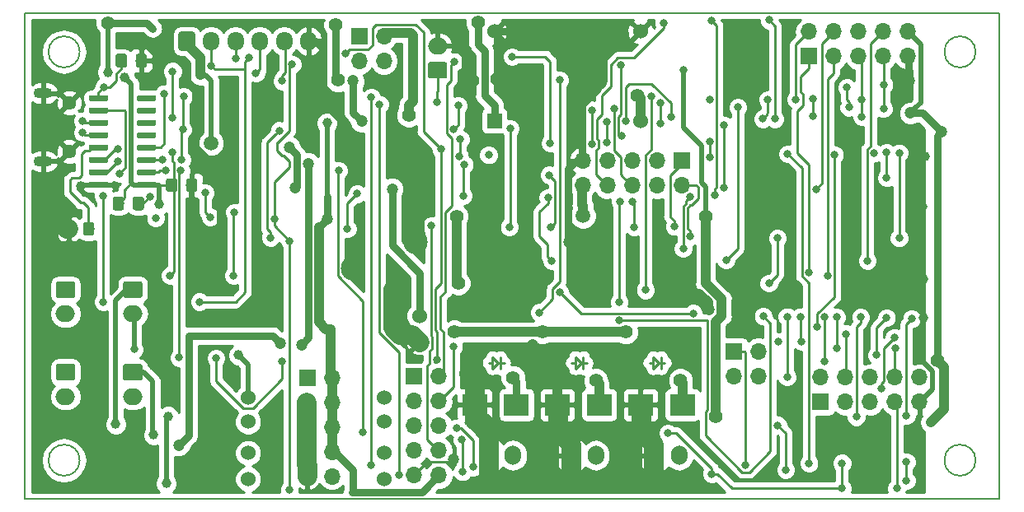
<source format=gbr>
%TF.GenerationSoftware,KiCad,Pcbnew,5.0.0-fee4fd1~66~ubuntu16.04.1*%
%TF.CreationDate,2020-03-09T22:27:40+01:00*%
%TF.ProjectId,robotond2020_ch340,726F626F746F6E64323032305F636833,rev?*%
%TF.SameCoordinates,Original*%
%TF.FileFunction,Copper,L2,Bot,Signal*%
%TF.FilePolarity,Positive*%
%FSLAX46Y46*%
G04 Gerber Fmt 4.6, Leading zero omitted, Abs format (unit mm)*
G04 Created by KiCad (PCBNEW 5.0.0-fee4fd1~66~ubuntu16.04.1) date Mon Mar  9 22:27:40 2020*
%MOMM*%
%LPD*%
G01*
G04 APERTURE LIST*
%ADD10C,0.200000*%
%ADD11C,0.150000*%
%ADD12O,2.000000X1.700000*%
%ADD13C,1.700000*%
%ADD14R,2.500000X2.300000*%
%ADD15O,1.700000X1.950000*%
%ADD16O,1.700000X1.700000*%
%ADD17R,1.700000X1.700000*%
%ADD18O,1.900000X1.100000*%
%ADD19C,1.450000*%
%ADD20O,1.700000X2.000000*%
%ADD21R,1.524000X1.524000*%
%ADD22C,1.524000*%
%ADD23C,1.150000*%
%ADD24C,0.600000*%
%ADD25C,1.000000*%
%ADD26C,1.200000*%
%ADD27C,0.800000*%
%ADD28C,2.500000*%
%ADD29C,1.400000*%
%ADD30C,1.500000*%
%ADD31C,0.250000*%
%ADD32C,2.000000*%
%ADD33C,0.500000*%
%ADD34C,0.800000*%
%ADD35C,1.000000*%
%ADD36C,0.254000*%
G04 APERTURE END LIST*
D10*
X197600000Y-96000000D02*
G75*
G03X197600000Y-96000000I-1600000J0D01*
G01*
X105600000Y-96000000D02*
G75*
G03X105600000Y-96000000I-1600000J0D01*
G01*
X105600000Y-54000000D02*
G75*
G03X105600000Y-54000000I-1600000J0D01*
G01*
X197600000Y-54000000D02*
G75*
G03X197600000Y-54000000I-1600000J0D01*
G01*
D11*
X100000000Y-100000000D02*
X100000000Y-50000000D01*
X200000000Y-100000000D02*
X100000000Y-100000000D01*
X200000000Y-50000000D02*
X200000000Y-100000000D01*
X100000000Y-50000000D02*
X200000000Y-50000000D01*
D12*
X142350000Y-53400000D03*
D11*
G36*
X143124504Y-55051204D02*
X143148773Y-55054804D01*
X143172571Y-55060765D01*
X143195671Y-55069030D01*
X143217849Y-55079520D01*
X143238893Y-55092133D01*
X143258598Y-55106747D01*
X143276777Y-55123223D01*
X143293253Y-55141402D01*
X143307867Y-55161107D01*
X143320480Y-55182151D01*
X143330970Y-55204329D01*
X143339235Y-55227429D01*
X143345196Y-55251227D01*
X143348796Y-55275496D01*
X143350000Y-55300000D01*
X143350000Y-56500000D01*
X143348796Y-56524504D01*
X143345196Y-56548773D01*
X143339235Y-56572571D01*
X143330970Y-56595671D01*
X143320480Y-56617849D01*
X143307867Y-56638893D01*
X143293253Y-56658598D01*
X143276777Y-56676777D01*
X143258598Y-56693253D01*
X143238893Y-56707867D01*
X143217849Y-56720480D01*
X143195671Y-56730970D01*
X143172571Y-56739235D01*
X143148773Y-56745196D01*
X143124504Y-56748796D01*
X143100000Y-56750000D01*
X141600000Y-56750000D01*
X141575496Y-56748796D01*
X141551227Y-56745196D01*
X141527429Y-56739235D01*
X141504329Y-56730970D01*
X141482151Y-56720480D01*
X141461107Y-56707867D01*
X141441402Y-56693253D01*
X141423223Y-56676777D01*
X141406747Y-56658598D01*
X141392133Y-56638893D01*
X141379520Y-56617849D01*
X141369030Y-56595671D01*
X141360765Y-56572571D01*
X141354804Y-56548773D01*
X141351204Y-56524504D01*
X141350000Y-56500000D01*
X141350000Y-55300000D01*
X141351204Y-55275496D01*
X141354804Y-55251227D01*
X141360765Y-55227429D01*
X141369030Y-55204329D01*
X141379520Y-55182151D01*
X141392133Y-55161107D01*
X141406747Y-55141402D01*
X141423223Y-55123223D01*
X141441402Y-55106747D01*
X141461107Y-55092133D01*
X141482151Y-55079520D01*
X141504329Y-55069030D01*
X141527429Y-55060765D01*
X141551227Y-55054804D01*
X141575496Y-55051204D01*
X141600000Y-55050000D01*
X143100000Y-55050000D01*
X143124504Y-55051204D01*
X143124504Y-55051204D01*
G37*
D13*
X142350000Y-55900000D03*
D14*
X167500000Y-90300000D03*
X163200000Y-90300000D03*
X154650000Y-90300000D03*
X158950000Y-90300000D03*
X150450000Y-90300000D03*
X146150000Y-90300000D03*
D11*
G36*
X117224504Y-51926204D02*
X117248773Y-51929804D01*
X117272571Y-51935765D01*
X117295671Y-51944030D01*
X117317849Y-51954520D01*
X117338893Y-51967133D01*
X117358598Y-51981747D01*
X117376777Y-51998223D01*
X117393253Y-52016402D01*
X117407867Y-52036107D01*
X117420480Y-52057151D01*
X117430970Y-52079329D01*
X117439235Y-52102429D01*
X117445196Y-52126227D01*
X117448796Y-52150496D01*
X117450000Y-52175000D01*
X117450000Y-53625000D01*
X117448796Y-53649504D01*
X117445196Y-53673773D01*
X117439235Y-53697571D01*
X117430970Y-53720671D01*
X117420480Y-53742849D01*
X117407867Y-53763893D01*
X117393253Y-53783598D01*
X117376777Y-53801777D01*
X117358598Y-53818253D01*
X117338893Y-53832867D01*
X117317849Y-53845480D01*
X117295671Y-53855970D01*
X117272571Y-53864235D01*
X117248773Y-53870196D01*
X117224504Y-53873796D01*
X117200000Y-53875000D01*
X116000000Y-53875000D01*
X115975496Y-53873796D01*
X115951227Y-53870196D01*
X115927429Y-53864235D01*
X115904329Y-53855970D01*
X115882151Y-53845480D01*
X115861107Y-53832867D01*
X115841402Y-53818253D01*
X115823223Y-53801777D01*
X115806747Y-53783598D01*
X115792133Y-53763893D01*
X115779520Y-53742849D01*
X115769030Y-53720671D01*
X115760765Y-53697571D01*
X115754804Y-53673773D01*
X115751204Y-53649504D01*
X115750000Y-53625000D01*
X115750000Y-52175000D01*
X115751204Y-52150496D01*
X115754804Y-52126227D01*
X115760765Y-52102429D01*
X115769030Y-52079329D01*
X115779520Y-52057151D01*
X115792133Y-52036107D01*
X115806747Y-52016402D01*
X115823223Y-51998223D01*
X115841402Y-51981747D01*
X115861107Y-51967133D01*
X115882151Y-51954520D01*
X115904329Y-51944030D01*
X115927429Y-51935765D01*
X115951227Y-51929804D01*
X115975496Y-51926204D01*
X116000000Y-51925000D01*
X117200000Y-51925000D01*
X117224504Y-51926204D01*
X117224504Y-51926204D01*
G37*
D13*
X116600000Y-52900000D03*
D15*
X119100000Y-52900000D03*
X121600000Y-52900000D03*
X124100000Y-52900000D03*
X126600000Y-52900000D03*
X129100000Y-52900000D03*
D16*
X131500000Y-97670000D03*
X128960000Y-97670000D03*
X131500000Y-95130000D03*
X128960000Y-95130000D03*
X131500000Y-92590000D03*
X128960000Y-92590000D03*
X131500000Y-90050000D03*
X128960000Y-90050000D03*
X131500000Y-87510000D03*
D17*
X128960000Y-87510000D03*
D18*
X101850000Y-65250000D03*
D19*
X104550000Y-59250000D03*
X104550000Y-64250000D03*
D18*
X101850000Y-58250000D03*
D17*
X180500000Y-54450000D03*
D16*
X180500000Y-51910000D03*
X183040000Y-54450000D03*
X183040000Y-51910000D03*
X185580000Y-54450000D03*
X185580000Y-51910000D03*
X188120000Y-54450000D03*
X188120000Y-51910000D03*
X190660000Y-54450000D03*
X190660000Y-51910000D03*
X191860000Y-87460000D03*
X191860000Y-90000000D03*
X189320000Y-87460000D03*
X189320000Y-90000000D03*
X186780000Y-87460000D03*
X186780000Y-90000000D03*
X184240000Y-87460000D03*
X184240000Y-90000000D03*
X181700000Y-87460000D03*
D17*
X181700000Y-90000000D03*
D12*
X104150000Y-80950000D03*
D11*
G36*
X104924504Y-77601204D02*
X104948773Y-77604804D01*
X104972571Y-77610765D01*
X104995671Y-77619030D01*
X105017849Y-77629520D01*
X105038893Y-77642133D01*
X105058598Y-77656747D01*
X105076777Y-77673223D01*
X105093253Y-77691402D01*
X105107867Y-77711107D01*
X105120480Y-77732151D01*
X105130970Y-77754329D01*
X105139235Y-77777429D01*
X105145196Y-77801227D01*
X105148796Y-77825496D01*
X105150000Y-77850000D01*
X105150000Y-79050000D01*
X105148796Y-79074504D01*
X105145196Y-79098773D01*
X105139235Y-79122571D01*
X105130970Y-79145671D01*
X105120480Y-79167849D01*
X105107867Y-79188893D01*
X105093253Y-79208598D01*
X105076777Y-79226777D01*
X105058598Y-79243253D01*
X105038893Y-79257867D01*
X105017849Y-79270480D01*
X104995671Y-79280970D01*
X104972571Y-79289235D01*
X104948773Y-79295196D01*
X104924504Y-79298796D01*
X104900000Y-79300000D01*
X103400000Y-79300000D01*
X103375496Y-79298796D01*
X103351227Y-79295196D01*
X103327429Y-79289235D01*
X103304329Y-79280970D01*
X103282151Y-79270480D01*
X103261107Y-79257867D01*
X103241402Y-79243253D01*
X103223223Y-79226777D01*
X103206747Y-79208598D01*
X103192133Y-79188893D01*
X103179520Y-79167849D01*
X103169030Y-79145671D01*
X103160765Y-79122571D01*
X103154804Y-79098773D01*
X103151204Y-79074504D01*
X103150000Y-79050000D01*
X103150000Y-77850000D01*
X103151204Y-77825496D01*
X103154804Y-77801227D01*
X103160765Y-77777429D01*
X103169030Y-77754329D01*
X103179520Y-77732151D01*
X103192133Y-77711107D01*
X103206747Y-77691402D01*
X103223223Y-77673223D01*
X103241402Y-77656747D01*
X103261107Y-77642133D01*
X103282151Y-77629520D01*
X103304329Y-77619030D01*
X103327429Y-77610765D01*
X103351227Y-77604804D01*
X103375496Y-77601204D01*
X103400000Y-77600000D01*
X104900000Y-77600000D01*
X104924504Y-77601204D01*
X104924504Y-77601204D01*
G37*
D13*
X104150000Y-78450000D03*
D11*
G36*
X111824504Y-77601204D02*
X111848773Y-77604804D01*
X111872571Y-77610765D01*
X111895671Y-77619030D01*
X111917849Y-77629520D01*
X111938893Y-77642133D01*
X111958598Y-77656747D01*
X111976777Y-77673223D01*
X111993253Y-77691402D01*
X112007867Y-77711107D01*
X112020480Y-77732151D01*
X112030970Y-77754329D01*
X112039235Y-77777429D01*
X112045196Y-77801227D01*
X112048796Y-77825496D01*
X112050000Y-77850000D01*
X112050000Y-79050000D01*
X112048796Y-79074504D01*
X112045196Y-79098773D01*
X112039235Y-79122571D01*
X112030970Y-79145671D01*
X112020480Y-79167849D01*
X112007867Y-79188893D01*
X111993253Y-79208598D01*
X111976777Y-79226777D01*
X111958598Y-79243253D01*
X111938893Y-79257867D01*
X111917849Y-79270480D01*
X111895671Y-79280970D01*
X111872571Y-79289235D01*
X111848773Y-79295196D01*
X111824504Y-79298796D01*
X111800000Y-79300000D01*
X110300000Y-79300000D01*
X110275496Y-79298796D01*
X110251227Y-79295196D01*
X110227429Y-79289235D01*
X110204329Y-79280970D01*
X110182151Y-79270480D01*
X110161107Y-79257867D01*
X110141402Y-79243253D01*
X110123223Y-79226777D01*
X110106747Y-79208598D01*
X110092133Y-79188893D01*
X110079520Y-79167849D01*
X110069030Y-79145671D01*
X110060765Y-79122571D01*
X110054804Y-79098773D01*
X110051204Y-79074504D01*
X110050000Y-79050000D01*
X110050000Y-77850000D01*
X110051204Y-77825496D01*
X110054804Y-77801227D01*
X110060765Y-77777429D01*
X110069030Y-77754329D01*
X110079520Y-77732151D01*
X110092133Y-77711107D01*
X110106747Y-77691402D01*
X110123223Y-77673223D01*
X110141402Y-77656747D01*
X110161107Y-77642133D01*
X110182151Y-77629520D01*
X110204329Y-77619030D01*
X110227429Y-77610765D01*
X110251227Y-77604804D01*
X110275496Y-77601204D01*
X110300000Y-77600000D01*
X111800000Y-77600000D01*
X111824504Y-77601204D01*
X111824504Y-77601204D01*
G37*
D13*
X111050000Y-78450000D03*
D12*
X111050000Y-80950000D03*
D17*
X167400000Y-65200000D03*
D16*
X167400000Y-67740000D03*
X164860000Y-65200000D03*
X164860000Y-67740000D03*
X162320000Y-65200000D03*
X162320000Y-67740000D03*
X159780000Y-65200000D03*
X159780000Y-67740000D03*
X157240000Y-65200000D03*
X157240000Y-67740000D03*
D17*
X139950000Y-87400000D03*
D16*
X142490000Y-87400000D03*
X139950000Y-89940000D03*
X142490000Y-89940000D03*
X139950000Y-92480000D03*
X142490000Y-92480000D03*
X139950000Y-95020000D03*
X142490000Y-95020000D03*
X139950000Y-97560000D03*
X142490000Y-97560000D03*
D17*
X134300000Y-52400000D03*
D16*
X136840000Y-52400000D03*
X134300000Y-54940000D03*
X136840000Y-54940000D03*
D12*
X104150000Y-89450000D03*
D11*
G36*
X104924504Y-86101204D02*
X104948773Y-86104804D01*
X104972571Y-86110765D01*
X104995671Y-86119030D01*
X105017849Y-86129520D01*
X105038893Y-86142133D01*
X105058598Y-86156747D01*
X105076777Y-86173223D01*
X105093253Y-86191402D01*
X105107867Y-86211107D01*
X105120480Y-86232151D01*
X105130970Y-86254329D01*
X105139235Y-86277429D01*
X105145196Y-86301227D01*
X105148796Y-86325496D01*
X105150000Y-86350000D01*
X105150000Y-87550000D01*
X105148796Y-87574504D01*
X105145196Y-87598773D01*
X105139235Y-87622571D01*
X105130970Y-87645671D01*
X105120480Y-87667849D01*
X105107867Y-87688893D01*
X105093253Y-87708598D01*
X105076777Y-87726777D01*
X105058598Y-87743253D01*
X105038893Y-87757867D01*
X105017849Y-87770480D01*
X104995671Y-87780970D01*
X104972571Y-87789235D01*
X104948773Y-87795196D01*
X104924504Y-87798796D01*
X104900000Y-87800000D01*
X103400000Y-87800000D01*
X103375496Y-87798796D01*
X103351227Y-87795196D01*
X103327429Y-87789235D01*
X103304329Y-87780970D01*
X103282151Y-87770480D01*
X103261107Y-87757867D01*
X103241402Y-87743253D01*
X103223223Y-87726777D01*
X103206747Y-87708598D01*
X103192133Y-87688893D01*
X103179520Y-87667849D01*
X103169030Y-87645671D01*
X103160765Y-87622571D01*
X103154804Y-87598773D01*
X103151204Y-87574504D01*
X103150000Y-87550000D01*
X103150000Y-86350000D01*
X103151204Y-86325496D01*
X103154804Y-86301227D01*
X103160765Y-86277429D01*
X103169030Y-86254329D01*
X103179520Y-86232151D01*
X103192133Y-86211107D01*
X103206747Y-86191402D01*
X103223223Y-86173223D01*
X103241402Y-86156747D01*
X103261107Y-86142133D01*
X103282151Y-86129520D01*
X103304329Y-86119030D01*
X103327429Y-86110765D01*
X103351227Y-86104804D01*
X103375496Y-86101204D01*
X103400000Y-86100000D01*
X104900000Y-86100000D01*
X104924504Y-86101204D01*
X104924504Y-86101204D01*
G37*
D13*
X104150000Y-86950000D03*
D11*
G36*
X111824504Y-86101204D02*
X111848773Y-86104804D01*
X111872571Y-86110765D01*
X111895671Y-86119030D01*
X111917849Y-86129520D01*
X111938893Y-86142133D01*
X111958598Y-86156747D01*
X111976777Y-86173223D01*
X111993253Y-86191402D01*
X112007867Y-86211107D01*
X112020480Y-86232151D01*
X112030970Y-86254329D01*
X112039235Y-86277429D01*
X112045196Y-86301227D01*
X112048796Y-86325496D01*
X112050000Y-86350000D01*
X112050000Y-87550000D01*
X112048796Y-87574504D01*
X112045196Y-87598773D01*
X112039235Y-87622571D01*
X112030970Y-87645671D01*
X112020480Y-87667849D01*
X112007867Y-87688893D01*
X111993253Y-87708598D01*
X111976777Y-87726777D01*
X111958598Y-87743253D01*
X111938893Y-87757867D01*
X111917849Y-87770480D01*
X111895671Y-87780970D01*
X111872571Y-87789235D01*
X111848773Y-87795196D01*
X111824504Y-87798796D01*
X111800000Y-87800000D01*
X110300000Y-87800000D01*
X110275496Y-87798796D01*
X110251227Y-87795196D01*
X110227429Y-87789235D01*
X110204329Y-87780970D01*
X110182151Y-87770480D01*
X110161107Y-87757867D01*
X110141402Y-87743253D01*
X110123223Y-87726777D01*
X110106747Y-87708598D01*
X110092133Y-87688893D01*
X110079520Y-87667849D01*
X110069030Y-87645671D01*
X110060765Y-87622571D01*
X110054804Y-87598773D01*
X110051204Y-87574504D01*
X110050000Y-87550000D01*
X110050000Y-86350000D01*
X110051204Y-86325496D01*
X110054804Y-86301227D01*
X110060765Y-86277429D01*
X110069030Y-86254329D01*
X110079520Y-86232151D01*
X110092133Y-86211107D01*
X110106747Y-86191402D01*
X110123223Y-86173223D01*
X110141402Y-86156747D01*
X110161107Y-86142133D01*
X110182151Y-86129520D01*
X110204329Y-86119030D01*
X110227429Y-86110765D01*
X110251227Y-86104804D01*
X110275496Y-86101204D01*
X110300000Y-86100000D01*
X111800000Y-86100000D01*
X111824504Y-86101204D01*
X111824504Y-86101204D01*
G37*
D13*
X111050000Y-86950000D03*
D12*
X111050000Y-89450000D03*
D20*
X167150000Y-95500000D03*
D11*
G36*
X165274504Y-94501204D02*
X165298773Y-94504804D01*
X165322571Y-94510765D01*
X165345671Y-94519030D01*
X165367849Y-94529520D01*
X165388893Y-94542133D01*
X165408598Y-94556747D01*
X165426777Y-94573223D01*
X165443253Y-94591402D01*
X165457867Y-94611107D01*
X165470480Y-94632151D01*
X165480970Y-94654329D01*
X165489235Y-94677429D01*
X165495196Y-94701227D01*
X165498796Y-94725496D01*
X165500000Y-94750000D01*
X165500000Y-96250000D01*
X165498796Y-96274504D01*
X165495196Y-96298773D01*
X165489235Y-96322571D01*
X165480970Y-96345671D01*
X165470480Y-96367849D01*
X165457867Y-96388893D01*
X165443253Y-96408598D01*
X165426777Y-96426777D01*
X165408598Y-96443253D01*
X165388893Y-96457867D01*
X165367849Y-96470480D01*
X165345671Y-96480970D01*
X165322571Y-96489235D01*
X165298773Y-96495196D01*
X165274504Y-96498796D01*
X165250000Y-96500000D01*
X164050000Y-96500000D01*
X164025496Y-96498796D01*
X164001227Y-96495196D01*
X163977429Y-96489235D01*
X163954329Y-96480970D01*
X163932151Y-96470480D01*
X163911107Y-96457867D01*
X163891402Y-96443253D01*
X163873223Y-96426777D01*
X163856747Y-96408598D01*
X163842133Y-96388893D01*
X163829520Y-96367849D01*
X163819030Y-96345671D01*
X163810765Y-96322571D01*
X163804804Y-96298773D01*
X163801204Y-96274504D01*
X163800000Y-96250000D01*
X163800000Y-94750000D01*
X163801204Y-94725496D01*
X163804804Y-94701227D01*
X163810765Y-94677429D01*
X163819030Y-94654329D01*
X163829520Y-94632151D01*
X163842133Y-94611107D01*
X163856747Y-94591402D01*
X163873223Y-94573223D01*
X163891402Y-94556747D01*
X163911107Y-94542133D01*
X163932151Y-94529520D01*
X163954329Y-94519030D01*
X163977429Y-94510765D01*
X164001227Y-94504804D01*
X164025496Y-94501204D01*
X164050000Y-94500000D01*
X165250000Y-94500000D01*
X165274504Y-94501204D01*
X165274504Y-94501204D01*
G37*
D13*
X164650000Y-95500000D03*
D11*
G36*
X156724504Y-94501204D02*
X156748773Y-94504804D01*
X156772571Y-94510765D01*
X156795671Y-94519030D01*
X156817849Y-94529520D01*
X156838893Y-94542133D01*
X156858598Y-94556747D01*
X156876777Y-94573223D01*
X156893253Y-94591402D01*
X156907867Y-94611107D01*
X156920480Y-94632151D01*
X156930970Y-94654329D01*
X156939235Y-94677429D01*
X156945196Y-94701227D01*
X156948796Y-94725496D01*
X156950000Y-94750000D01*
X156950000Y-96250000D01*
X156948796Y-96274504D01*
X156945196Y-96298773D01*
X156939235Y-96322571D01*
X156930970Y-96345671D01*
X156920480Y-96367849D01*
X156907867Y-96388893D01*
X156893253Y-96408598D01*
X156876777Y-96426777D01*
X156858598Y-96443253D01*
X156838893Y-96457867D01*
X156817849Y-96470480D01*
X156795671Y-96480970D01*
X156772571Y-96489235D01*
X156748773Y-96495196D01*
X156724504Y-96498796D01*
X156700000Y-96500000D01*
X155500000Y-96500000D01*
X155475496Y-96498796D01*
X155451227Y-96495196D01*
X155427429Y-96489235D01*
X155404329Y-96480970D01*
X155382151Y-96470480D01*
X155361107Y-96457867D01*
X155341402Y-96443253D01*
X155323223Y-96426777D01*
X155306747Y-96408598D01*
X155292133Y-96388893D01*
X155279520Y-96367849D01*
X155269030Y-96345671D01*
X155260765Y-96322571D01*
X155254804Y-96298773D01*
X155251204Y-96274504D01*
X155250000Y-96250000D01*
X155250000Y-94750000D01*
X155251204Y-94725496D01*
X155254804Y-94701227D01*
X155260765Y-94677429D01*
X155269030Y-94654329D01*
X155279520Y-94632151D01*
X155292133Y-94611107D01*
X155306747Y-94591402D01*
X155323223Y-94573223D01*
X155341402Y-94556747D01*
X155361107Y-94542133D01*
X155382151Y-94529520D01*
X155404329Y-94519030D01*
X155427429Y-94510765D01*
X155451227Y-94504804D01*
X155475496Y-94501204D01*
X155500000Y-94500000D01*
X156700000Y-94500000D01*
X156724504Y-94501204D01*
X156724504Y-94501204D01*
G37*
D13*
X156100000Y-95500000D03*
D20*
X158600000Y-95500000D03*
D11*
G36*
X148224504Y-94501204D02*
X148248773Y-94504804D01*
X148272571Y-94510765D01*
X148295671Y-94519030D01*
X148317849Y-94529520D01*
X148338893Y-94542133D01*
X148358598Y-94556747D01*
X148376777Y-94573223D01*
X148393253Y-94591402D01*
X148407867Y-94611107D01*
X148420480Y-94632151D01*
X148430970Y-94654329D01*
X148439235Y-94677429D01*
X148445196Y-94701227D01*
X148448796Y-94725496D01*
X148450000Y-94750000D01*
X148450000Y-96250000D01*
X148448796Y-96274504D01*
X148445196Y-96298773D01*
X148439235Y-96322571D01*
X148430970Y-96345671D01*
X148420480Y-96367849D01*
X148407867Y-96388893D01*
X148393253Y-96408598D01*
X148376777Y-96426777D01*
X148358598Y-96443253D01*
X148338893Y-96457867D01*
X148317849Y-96470480D01*
X148295671Y-96480970D01*
X148272571Y-96489235D01*
X148248773Y-96495196D01*
X148224504Y-96498796D01*
X148200000Y-96500000D01*
X147000000Y-96500000D01*
X146975496Y-96498796D01*
X146951227Y-96495196D01*
X146927429Y-96489235D01*
X146904329Y-96480970D01*
X146882151Y-96470480D01*
X146861107Y-96457867D01*
X146841402Y-96443253D01*
X146823223Y-96426777D01*
X146806747Y-96408598D01*
X146792133Y-96388893D01*
X146779520Y-96367849D01*
X146769030Y-96345671D01*
X146760765Y-96322571D01*
X146754804Y-96298773D01*
X146751204Y-96274504D01*
X146750000Y-96250000D01*
X146750000Y-94750000D01*
X146751204Y-94725496D01*
X146754804Y-94701227D01*
X146760765Y-94677429D01*
X146769030Y-94654329D01*
X146779520Y-94632151D01*
X146792133Y-94611107D01*
X146806747Y-94591402D01*
X146823223Y-94573223D01*
X146841402Y-94556747D01*
X146861107Y-94542133D01*
X146882151Y-94529520D01*
X146904329Y-94519030D01*
X146927429Y-94510765D01*
X146951227Y-94504804D01*
X146975496Y-94501204D01*
X147000000Y-94500000D01*
X148200000Y-94500000D01*
X148224504Y-94501204D01*
X148224504Y-94501204D01*
G37*
D13*
X147600000Y-95500000D03*
D20*
X150100000Y-95500000D03*
D21*
X148200000Y-61100000D03*
D22*
X148200000Y-51900000D03*
X163200000Y-61100000D03*
X163200000Y-51900000D03*
X136900000Y-89550000D03*
X136900000Y-92050000D03*
X136900000Y-95250000D03*
X136900000Y-97950000D03*
X122900000Y-89550000D03*
X122900000Y-92050000D03*
X122900000Y-95250000D03*
X122900000Y-97950000D03*
X140500000Y-81150000D03*
X140500000Y-83850000D03*
D17*
X172800000Y-84800000D03*
D16*
X175340000Y-84800000D03*
X172800000Y-87340000D03*
X175340000Y-87340000D03*
D11*
G36*
X117449506Y-67001204D02*
X117473774Y-67004804D01*
X117497573Y-67010765D01*
X117520672Y-67019030D01*
X117542851Y-67029520D01*
X117563894Y-67042132D01*
X117583600Y-67056747D01*
X117601778Y-67073223D01*
X117618254Y-67091401D01*
X117632869Y-67111107D01*
X117645481Y-67132150D01*
X117655971Y-67154329D01*
X117664236Y-67177428D01*
X117670197Y-67201227D01*
X117673797Y-67225495D01*
X117675001Y-67249999D01*
X117675001Y-68150001D01*
X117673797Y-68174505D01*
X117670197Y-68198773D01*
X117664236Y-68222572D01*
X117655971Y-68245671D01*
X117645481Y-68267850D01*
X117632869Y-68288893D01*
X117618254Y-68308599D01*
X117601778Y-68326777D01*
X117583600Y-68343253D01*
X117563894Y-68357868D01*
X117542851Y-68370480D01*
X117520672Y-68380970D01*
X117497573Y-68389235D01*
X117473774Y-68395196D01*
X117449506Y-68398796D01*
X117425002Y-68400000D01*
X116775000Y-68400000D01*
X116750496Y-68398796D01*
X116726228Y-68395196D01*
X116702429Y-68389235D01*
X116679330Y-68380970D01*
X116657151Y-68370480D01*
X116636108Y-68357868D01*
X116616402Y-68343253D01*
X116598224Y-68326777D01*
X116581748Y-68308599D01*
X116567133Y-68288893D01*
X116554521Y-68267850D01*
X116544031Y-68245671D01*
X116535766Y-68222572D01*
X116529805Y-68198773D01*
X116526205Y-68174505D01*
X116525001Y-68150001D01*
X116525001Y-67249999D01*
X116526205Y-67225495D01*
X116529805Y-67201227D01*
X116535766Y-67177428D01*
X116544031Y-67154329D01*
X116554521Y-67132150D01*
X116567133Y-67111107D01*
X116581748Y-67091401D01*
X116598224Y-67073223D01*
X116616402Y-67056747D01*
X116636108Y-67042132D01*
X116657151Y-67029520D01*
X116679330Y-67019030D01*
X116702429Y-67010765D01*
X116726228Y-67004804D01*
X116750496Y-67001204D01*
X116775000Y-67000000D01*
X117425002Y-67000000D01*
X117449506Y-67001204D01*
X117449506Y-67001204D01*
G37*
D23*
X117100001Y-67700000D03*
D11*
G36*
X115399506Y-67001204D02*
X115423774Y-67004804D01*
X115447573Y-67010765D01*
X115470672Y-67019030D01*
X115492851Y-67029520D01*
X115513894Y-67042132D01*
X115533600Y-67056747D01*
X115551778Y-67073223D01*
X115568254Y-67091401D01*
X115582869Y-67111107D01*
X115595481Y-67132150D01*
X115605971Y-67154329D01*
X115614236Y-67177428D01*
X115620197Y-67201227D01*
X115623797Y-67225495D01*
X115625001Y-67249999D01*
X115625001Y-68150001D01*
X115623797Y-68174505D01*
X115620197Y-68198773D01*
X115614236Y-68222572D01*
X115605971Y-68245671D01*
X115595481Y-68267850D01*
X115582869Y-68288893D01*
X115568254Y-68308599D01*
X115551778Y-68326777D01*
X115533600Y-68343253D01*
X115513894Y-68357868D01*
X115492851Y-68370480D01*
X115470672Y-68380970D01*
X115447573Y-68389235D01*
X115423774Y-68395196D01*
X115399506Y-68398796D01*
X115375002Y-68400000D01*
X114725000Y-68400000D01*
X114700496Y-68398796D01*
X114676228Y-68395196D01*
X114652429Y-68389235D01*
X114629330Y-68380970D01*
X114607151Y-68370480D01*
X114586108Y-68357868D01*
X114566402Y-68343253D01*
X114548224Y-68326777D01*
X114531748Y-68308599D01*
X114517133Y-68288893D01*
X114504521Y-68267850D01*
X114494031Y-68245671D01*
X114485766Y-68222572D01*
X114479805Y-68198773D01*
X114476205Y-68174505D01*
X114475001Y-68150001D01*
X114475001Y-67249999D01*
X114476205Y-67225495D01*
X114479805Y-67201227D01*
X114485766Y-67177428D01*
X114494031Y-67154329D01*
X114504521Y-67132150D01*
X114517133Y-67111107D01*
X114531748Y-67091401D01*
X114548224Y-67073223D01*
X114566402Y-67056747D01*
X114586108Y-67042132D01*
X114607151Y-67029520D01*
X114629330Y-67019030D01*
X114652429Y-67010765D01*
X114676228Y-67004804D01*
X114700496Y-67001204D01*
X114725000Y-67000000D01*
X115375002Y-67000000D01*
X115399506Y-67001204D01*
X115399506Y-67001204D01*
G37*
D23*
X115050001Y-67700000D03*
D11*
G36*
X106874505Y-71501204D02*
X106898773Y-71504804D01*
X106922572Y-71510765D01*
X106945671Y-71519030D01*
X106967850Y-71529520D01*
X106988893Y-71542132D01*
X107008599Y-71556747D01*
X107026777Y-71573223D01*
X107043253Y-71591401D01*
X107057868Y-71611107D01*
X107070480Y-71632150D01*
X107080970Y-71654329D01*
X107089235Y-71677428D01*
X107095196Y-71701227D01*
X107098796Y-71725495D01*
X107100000Y-71749999D01*
X107100000Y-72650001D01*
X107098796Y-72674505D01*
X107095196Y-72698773D01*
X107089235Y-72722572D01*
X107080970Y-72745671D01*
X107070480Y-72767850D01*
X107057868Y-72788893D01*
X107043253Y-72808599D01*
X107026777Y-72826777D01*
X107008599Y-72843253D01*
X106988893Y-72857868D01*
X106967850Y-72870480D01*
X106945671Y-72880970D01*
X106922572Y-72889235D01*
X106898773Y-72895196D01*
X106874505Y-72898796D01*
X106850001Y-72900000D01*
X106199999Y-72900000D01*
X106175495Y-72898796D01*
X106151227Y-72895196D01*
X106127428Y-72889235D01*
X106104329Y-72880970D01*
X106082150Y-72870480D01*
X106061107Y-72857868D01*
X106041401Y-72843253D01*
X106023223Y-72826777D01*
X106006747Y-72808599D01*
X105992132Y-72788893D01*
X105979520Y-72767850D01*
X105969030Y-72745671D01*
X105960765Y-72722572D01*
X105954804Y-72698773D01*
X105951204Y-72674505D01*
X105950000Y-72650001D01*
X105950000Y-71749999D01*
X105951204Y-71725495D01*
X105954804Y-71701227D01*
X105960765Y-71677428D01*
X105969030Y-71654329D01*
X105979520Y-71632150D01*
X105992132Y-71611107D01*
X106006747Y-71591401D01*
X106023223Y-71573223D01*
X106041401Y-71556747D01*
X106061107Y-71542132D01*
X106082150Y-71529520D01*
X106104329Y-71519030D01*
X106127428Y-71510765D01*
X106151227Y-71504804D01*
X106175495Y-71501204D01*
X106199999Y-71500000D01*
X106850001Y-71500000D01*
X106874505Y-71501204D01*
X106874505Y-71501204D01*
G37*
D23*
X106525000Y-72200000D03*
D11*
G36*
X104824505Y-71501204D02*
X104848773Y-71504804D01*
X104872572Y-71510765D01*
X104895671Y-71519030D01*
X104917850Y-71529520D01*
X104938893Y-71542132D01*
X104958599Y-71556747D01*
X104976777Y-71573223D01*
X104993253Y-71591401D01*
X105007868Y-71611107D01*
X105020480Y-71632150D01*
X105030970Y-71654329D01*
X105039235Y-71677428D01*
X105045196Y-71701227D01*
X105048796Y-71725495D01*
X105050000Y-71749999D01*
X105050000Y-72650001D01*
X105048796Y-72674505D01*
X105045196Y-72698773D01*
X105039235Y-72722572D01*
X105030970Y-72745671D01*
X105020480Y-72767850D01*
X105007868Y-72788893D01*
X104993253Y-72808599D01*
X104976777Y-72826777D01*
X104958599Y-72843253D01*
X104938893Y-72857868D01*
X104917850Y-72870480D01*
X104895671Y-72880970D01*
X104872572Y-72889235D01*
X104848773Y-72895196D01*
X104824505Y-72898796D01*
X104800001Y-72900000D01*
X104149999Y-72900000D01*
X104125495Y-72898796D01*
X104101227Y-72895196D01*
X104077428Y-72889235D01*
X104054329Y-72880970D01*
X104032150Y-72870480D01*
X104011107Y-72857868D01*
X103991401Y-72843253D01*
X103973223Y-72826777D01*
X103956747Y-72808599D01*
X103942132Y-72788893D01*
X103929520Y-72767850D01*
X103919030Y-72745671D01*
X103910765Y-72722572D01*
X103904804Y-72698773D01*
X103901204Y-72674505D01*
X103900000Y-72650001D01*
X103900000Y-71749999D01*
X103901204Y-71725495D01*
X103904804Y-71701227D01*
X103910765Y-71677428D01*
X103919030Y-71654329D01*
X103929520Y-71632150D01*
X103942132Y-71611107D01*
X103956747Y-71591401D01*
X103973223Y-71573223D01*
X103991401Y-71556747D01*
X104011107Y-71542132D01*
X104032150Y-71529520D01*
X104054329Y-71519030D01*
X104077428Y-71510765D01*
X104101227Y-71504804D01*
X104125495Y-71501204D01*
X104149999Y-71500000D01*
X104800001Y-71500000D01*
X104824505Y-71501204D01*
X104824505Y-71501204D01*
G37*
D23*
X104475000Y-72200000D03*
D11*
G36*
X112274505Y-54201204D02*
X112298773Y-54204804D01*
X112322572Y-54210765D01*
X112345671Y-54219030D01*
X112367850Y-54229520D01*
X112388893Y-54242132D01*
X112408599Y-54256747D01*
X112426777Y-54273223D01*
X112443253Y-54291401D01*
X112457868Y-54311107D01*
X112470480Y-54332150D01*
X112480970Y-54354329D01*
X112489235Y-54377428D01*
X112495196Y-54401227D01*
X112498796Y-54425495D01*
X112500000Y-54449999D01*
X112500000Y-55350001D01*
X112498796Y-55374505D01*
X112495196Y-55398773D01*
X112489235Y-55422572D01*
X112480970Y-55445671D01*
X112470480Y-55467850D01*
X112457868Y-55488893D01*
X112443253Y-55508599D01*
X112426777Y-55526777D01*
X112408599Y-55543253D01*
X112388893Y-55557868D01*
X112367850Y-55570480D01*
X112345671Y-55580970D01*
X112322572Y-55589235D01*
X112298773Y-55595196D01*
X112274505Y-55598796D01*
X112250001Y-55600000D01*
X111599999Y-55600000D01*
X111575495Y-55598796D01*
X111551227Y-55595196D01*
X111527428Y-55589235D01*
X111504329Y-55580970D01*
X111482150Y-55570480D01*
X111461107Y-55557868D01*
X111441401Y-55543253D01*
X111423223Y-55526777D01*
X111406747Y-55508599D01*
X111392132Y-55488893D01*
X111379520Y-55467850D01*
X111369030Y-55445671D01*
X111360765Y-55422572D01*
X111354804Y-55398773D01*
X111351204Y-55374505D01*
X111350000Y-55350001D01*
X111350000Y-54449999D01*
X111351204Y-54425495D01*
X111354804Y-54401227D01*
X111360765Y-54377428D01*
X111369030Y-54354329D01*
X111379520Y-54332150D01*
X111392132Y-54311107D01*
X111406747Y-54291401D01*
X111423223Y-54273223D01*
X111441401Y-54256747D01*
X111461107Y-54242132D01*
X111482150Y-54229520D01*
X111504329Y-54219030D01*
X111527428Y-54210765D01*
X111551227Y-54204804D01*
X111575495Y-54201204D01*
X111599999Y-54200000D01*
X112250001Y-54200000D01*
X112274505Y-54201204D01*
X112274505Y-54201204D01*
G37*
D23*
X111925000Y-54900000D03*
D11*
G36*
X110224505Y-54201204D02*
X110248773Y-54204804D01*
X110272572Y-54210765D01*
X110295671Y-54219030D01*
X110317850Y-54229520D01*
X110338893Y-54242132D01*
X110358599Y-54256747D01*
X110376777Y-54273223D01*
X110393253Y-54291401D01*
X110407868Y-54311107D01*
X110420480Y-54332150D01*
X110430970Y-54354329D01*
X110439235Y-54377428D01*
X110445196Y-54401227D01*
X110448796Y-54425495D01*
X110450000Y-54449999D01*
X110450000Y-55350001D01*
X110448796Y-55374505D01*
X110445196Y-55398773D01*
X110439235Y-55422572D01*
X110430970Y-55445671D01*
X110420480Y-55467850D01*
X110407868Y-55488893D01*
X110393253Y-55508599D01*
X110376777Y-55526777D01*
X110358599Y-55543253D01*
X110338893Y-55557868D01*
X110317850Y-55570480D01*
X110295671Y-55580970D01*
X110272572Y-55589235D01*
X110248773Y-55595196D01*
X110224505Y-55598796D01*
X110200001Y-55600000D01*
X109549999Y-55600000D01*
X109525495Y-55598796D01*
X109501227Y-55595196D01*
X109477428Y-55589235D01*
X109454329Y-55580970D01*
X109432150Y-55570480D01*
X109411107Y-55557868D01*
X109391401Y-55543253D01*
X109373223Y-55526777D01*
X109356747Y-55508599D01*
X109342132Y-55488893D01*
X109329520Y-55467850D01*
X109319030Y-55445671D01*
X109310765Y-55422572D01*
X109304804Y-55398773D01*
X109301204Y-55374505D01*
X109300000Y-55350001D01*
X109300000Y-54449999D01*
X109301204Y-54425495D01*
X109304804Y-54401227D01*
X109310765Y-54377428D01*
X109319030Y-54354329D01*
X109329520Y-54332150D01*
X109342132Y-54311107D01*
X109356747Y-54291401D01*
X109373223Y-54273223D01*
X109391401Y-54256747D01*
X109411107Y-54242132D01*
X109432150Y-54229520D01*
X109454329Y-54219030D01*
X109477428Y-54210765D01*
X109501227Y-54204804D01*
X109525495Y-54201204D01*
X109549999Y-54200000D01*
X110200001Y-54200000D01*
X110224505Y-54201204D01*
X110224505Y-54201204D01*
G37*
D23*
X109875000Y-54900000D03*
D11*
G36*
X109924505Y-68901204D02*
X109948773Y-68904804D01*
X109972572Y-68910765D01*
X109995671Y-68919030D01*
X110017850Y-68929520D01*
X110038893Y-68942132D01*
X110058599Y-68956747D01*
X110076777Y-68973223D01*
X110093253Y-68991401D01*
X110107868Y-69011107D01*
X110120480Y-69032150D01*
X110130970Y-69054329D01*
X110139235Y-69077428D01*
X110145196Y-69101227D01*
X110148796Y-69125495D01*
X110150000Y-69149999D01*
X110150000Y-70050001D01*
X110148796Y-70074505D01*
X110145196Y-70098773D01*
X110139235Y-70122572D01*
X110130970Y-70145671D01*
X110120480Y-70167850D01*
X110107868Y-70188893D01*
X110093253Y-70208599D01*
X110076777Y-70226777D01*
X110058599Y-70243253D01*
X110038893Y-70257868D01*
X110017850Y-70270480D01*
X109995671Y-70280970D01*
X109972572Y-70289235D01*
X109948773Y-70295196D01*
X109924505Y-70298796D01*
X109900001Y-70300000D01*
X109249999Y-70300000D01*
X109225495Y-70298796D01*
X109201227Y-70295196D01*
X109177428Y-70289235D01*
X109154329Y-70280970D01*
X109132150Y-70270480D01*
X109111107Y-70257868D01*
X109091401Y-70243253D01*
X109073223Y-70226777D01*
X109056747Y-70208599D01*
X109042132Y-70188893D01*
X109029520Y-70167850D01*
X109019030Y-70145671D01*
X109010765Y-70122572D01*
X109004804Y-70098773D01*
X109001204Y-70074505D01*
X109000000Y-70050001D01*
X109000000Y-69149999D01*
X109001204Y-69125495D01*
X109004804Y-69101227D01*
X109010765Y-69077428D01*
X109019030Y-69054329D01*
X109029520Y-69032150D01*
X109042132Y-69011107D01*
X109056747Y-68991401D01*
X109073223Y-68973223D01*
X109091401Y-68956747D01*
X109111107Y-68942132D01*
X109132150Y-68929520D01*
X109154329Y-68919030D01*
X109177428Y-68910765D01*
X109201227Y-68904804D01*
X109225495Y-68901204D01*
X109249999Y-68900000D01*
X109900001Y-68900000D01*
X109924505Y-68901204D01*
X109924505Y-68901204D01*
G37*
D23*
X109575000Y-69600000D03*
D11*
G36*
X111974505Y-68901204D02*
X111998773Y-68904804D01*
X112022572Y-68910765D01*
X112045671Y-68919030D01*
X112067850Y-68929520D01*
X112088893Y-68942132D01*
X112108599Y-68956747D01*
X112126777Y-68973223D01*
X112143253Y-68991401D01*
X112157868Y-69011107D01*
X112170480Y-69032150D01*
X112180970Y-69054329D01*
X112189235Y-69077428D01*
X112195196Y-69101227D01*
X112198796Y-69125495D01*
X112200000Y-69149999D01*
X112200000Y-70050001D01*
X112198796Y-70074505D01*
X112195196Y-70098773D01*
X112189235Y-70122572D01*
X112180970Y-70145671D01*
X112170480Y-70167850D01*
X112157868Y-70188893D01*
X112143253Y-70208599D01*
X112126777Y-70226777D01*
X112108599Y-70243253D01*
X112088893Y-70257868D01*
X112067850Y-70270480D01*
X112045671Y-70280970D01*
X112022572Y-70289235D01*
X111998773Y-70295196D01*
X111974505Y-70298796D01*
X111950001Y-70300000D01*
X111299999Y-70300000D01*
X111275495Y-70298796D01*
X111251227Y-70295196D01*
X111227428Y-70289235D01*
X111204329Y-70280970D01*
X111182150Y-70270480D01*
X111161107Y-70257868D01*
X111141401Y-70243253D01*
X111123223Y-70226777D01*
X111106747Y-70208599D01*
X111092132Y-70188893D01*
X111079520Y-70167850D01*
X111069030Y-70145671D01*
X111060765Y-70122572D01*
X111054804Y-70098773D01*
X111051204Y-70074505D01*
X111050000Y-70050001D01*
X111050000Y-69149999D01*
X111051204Y-69125495D01*
X111054804Y-69101227D01*
X111060765Y-69077428D01*
X111069030Y-69054329D01*
X111079520Y-69032150D01*
X111092132Y-69011107D01*
X111106747Y-68991401D01*
X111123223Y-68973223D01*
X111141401Y-68956747D01*
X111161107Y-68942132D01*
X111182150Y-68929520D01*
X111204329Y-68919030D01*
X111227428Y-68910765D01*
X111251227Y-68904804D01*
X111275495Y-68901204D01*
X111299999Y-68900000D01*
X111950001Y-68900000D01*
X111974505Y-68901204D01*
X111974505Y-68901204D01*
G37*
D23*
X111625000Y-69600000D03*
D11*
G36*
X108364703Y-67345722D02*
X108379264Y-67347882D01*
X108393543Y-67351459D01*
X108407403Y-67356418D01*
X108420710Y-67362712D01*
X108433336Y-67370280D01*
X108445159Y-67379048D01*
X108456066Y-67388934D01*
X108465952Y-67399841D01*
X108474720Y-67411664D01*
X108482288Y-67424290D01*
X108488582Y-67437597D01*
X108493541Y-67451457D01*
X108497118Y-67465736D01*
X108499278Y-67480297D01*
X108500000Y-67495000D01*
X108500000Y-67795000D01*
X108499278Y-67809703D01*
X108497118Y-67824264D01*
X108493541Y-67838543D01*
X108488582Y-67852403D01*
X108482288Y-67865710D01*
X108474720Y-67878336D01*
X108465952Y-67890159D01*
X108456066Y-67901066D01*
X108445159Y-67910952D01*
X108433336Y-67919720D01*
X108420710Y-67927288D01*
X108407403Y-67933582D01*
X108393543Y-67938541D01*
X108379264Y-67942118D01*
X108364703Y-67944278D01*
X108350000Y-67945000D01*
X106700000Y-67945000D01*
X106685297Y-67944278D01*
X106670736Y-67942118D01*
X106656457Y-67938541D01*
X106642597Y-67933582D01*
X106629290Y-67927288D01*
X106616664Y-67919720D01*
X106604841Y-67910952D01*
X106593934Y-67901066D01*
X106584048Y-67890159D01*
X106575280Y-67878336D01*
X106567712Y-67865710D01*
X106561418Y-67852403D01*
X106556459Y-67838543D01*
X106552882Y-67824264D01*
X106550722Y-67809703D01*
X106550000Y-67795000D01*
X106550000Y-67495000D01*
X106550722Y-67480297D01*
X106552882Y-67465736D01*
X106556459Y-67451457D01*
X106561418Y-67437597D01*
X106567712Y-67424290D01*
X106575280Y-67411664D01*
X106584048Y-67399841D01*
X106593934Y-67388934D01*
X106604841Y-67379048D01*
X106616664Y-67370280D01*
X106629290Y-67362712D01*
X106642597Y-67356418D01*
X106656457Y-67351459D01*
X106670736Y-67347882D01*
X106685297Y-67345722D01*
X106700000Y-67345000D01*
X108350000Y-67345000D01*
X108364703Y-67345722D01*
X108364703Y-67345722D01*
G37*
D24*
X107525000Y-67645000D03*
D11*
G36*
X108364703Y-66075722D02*
X108379264Y-66077882D01*
X108393543Y-66081459D01*
X108407403Y-66086418D01*
X108420710Y-66092712D01*
X108433336Y-66100280D01*
X108445159Y-66109048D01*
X108456066Y-66118934D01*
X108465952Y-66129841D01*
X108474720Y-66141664D01*
X108482288Y-66154290D01*
X108488582Y-66167597D01*
X108493541Y-66181457D01*
X108497118Y-66195736D01*
X108499278Y-66210297D01*
X108500000Y-66225000D01*
X108500000Y-66525000D01*
X108499278Y-66539703D01*
X108497118Y-66554264D01*
X108493541Y-66568543D01*
X108488582Y-66582403D01*
X108482288Y-66595710D01*
X108474720Y-66608336D01*
X108465952Y-66620159D01*
X108456066Y-66631066D01*
X108445159Y-66640952D01*
X108433336Y-66649720D01*
X108420710Y-66657288D01*
X108407403Y-66663582D01*
X108393543Y-66668541D01*
X108379264Y-66672118D01*
X108364703Y-66674278D01*
X108350000Y-66675000D01*
X106700000Y-66675000D01*
X106685297Y-66674278D01*
X106670736Y-66672118D01*
X106656457Y-66668541D01*
X106642597Y-66663582D01*
X106629290Y-66657288D01*
X106616664Y-66649720D01*
X106604841Y-66640952D01*
X106593934Y-66631066D01*
X106584048Y-66620159D01*
X106575280Y-66608336D01*
X106567712Y-66595710D01*
X106561418Y-66582403D01*
X106556459Y-66568543D01*
X106552882Y-66554264D01*
X106550722Y-66539703D01*
X106550000Y-66525000D01*
X106550000Y-66225000D01*
X106550722Y-66210297D01*
X106552882Y-66195736D01*
X106556459Y-66181457D01*
X106561418Y-66167597D01*
X106567712Y-66154290D01*
X106575280Y-66141664D01*
X106584048Y-66129841D01*
X106593934Y-66118934D01*
X106604841Y-66109048D01*
X106616664Y-66100280D01*
X106629290Y-66092712D01*
X106642597Y-66086418D01*
X106656457Y-66081459D01*
X106670736Y-66077882D01*
X106685297Y-66075722D01*
X106700000Y-66075000D01*
X108350000Y-66075000D01*
X108364703Y-66075722D01*
X108364703Y-66075722D01*
G37*
D24*
X107525000Y-66375000D03*
D11*
G36*
X108364703Y-64805722D02*
X108379264Y-64807882D01*
X108393543Y-64811459D01*
X108407403Y-64816418D01*
X108420710Y-64822712D01*
X108433336Y-64830280D01*
X108445159Y-64839048D01*
X108456066Y-64848934D01*
X108465952Y-64859841D01*
X108474720Y-64871664D01*
X108482288Y-64884290D01*
X108488582Y-64897597D01*
X108493541Y-64911457D01*
X108497118Y-64925736D01*
X108499278Y-64940297D01*
X108500000Y-64955000D01*
X108500000Y-65255000D01*
X108499278Y-65269703D01*
X108497118Y-65284264D01*
X108493541Y-65298543D01*
X108488582Y-65312403D01*
X108482288Y-65325710D01*
X108474720Y-65338336D01*
X108465952Y-65350159D01*
X108456066Y-65361066D01*
X108445159Y-65370952D01*
X108433336Y-65379720D01*
X108420710Y-65387288D01*
X108407403Y-65393582D01*
X108393543Y-65398541D01*
X108379264Y-65402118D01*
X108364703Y-65404278D01*
X108350000Y-65405000D01*
X106700000Y-65405000D01*
X106685297Y-65404278D01*
X106670736Y-65402118D01*
X106656457Y-65398541D01*
X106642597Y-65393582D01*
X106629290Y-65387288D01*
X106616664Y-65379720D01*
X106604841Y-65370952D01*
X106593934Y-65361066D01*
X106584048Y-65350159D01*
X106575280Y-65338336D01*
X106567712Y-65325710D01*
X106561418Y-65312403D01*
X106556459Y-65298543D01*
X106552882Y-65284264D01*
X106550722Y-65269703D01*
X106550000Y-65255000D01*
X106550000Y-64955000D01*
X106550722Y-64940297D01*
X106552882Y-64925736D01*
X106556459Y-64911457D01*
X106561418Y-64897597D01*
X106567712Y-64884290D01*
X106575280Y-64871664D01*
X106584048Y-64859841D01*
X106593934Y-64848934D01*
X106604841Y-64839048D01*
X106616664Y-64830280D01*
X106629290Y-64822712D01*
X106642597Y-64816418D01*
X106656457Y-64811459D01*
X106670736Y-64807882D01*
X106685297Y-64805722D01*
X106700000Y-64805000D01*
X108350000Y-64805000D01*
X108364703Y-64805722D01*
X108364703Y-64805722D01*
G37*
D24*
X107525000Y-65105000D03*
D11*
G36*
X108364703Y-63535722D02*
X108379264Y-63537882D01*
X108393543Y-63541459D01*
X108407403Y-63546418D01*
X108420710Y-63552712D01*
X108433336Y-63560280D01*
X108445159Y-63569048D01*
X108456066Y-63578934D01*
X108465952Y-63589841D01*
X108474720Y-63601664D01*
X108482288Y-63614290D01*
X108488582Y-63627597D01*
X108493541Y-63641457D01*
X108497118Y-63655736D01*
X108499278Y-63670297D01*
X108500000Y-63685000D01*
X108500000Y-63985000D01*
X108499278Y-63999703D01*
X108497118Y-64014264D01*
X108493541Y-64028543D01*
X108488582Y-64042403D01*
X108482288Y-64055710D01*
X108474720Y-64068336D01*
X108465952Y-64080159D01*
X108456066Y-64091066D01*
X108445159Y-64100952D01*
X108433336Y-64109720D01*
X108420710Y-64117288D01*
X108407403Y-64123582D01*
X108393543Y-64128541D01*
X108379264Y-64132118D01*
X108364703Y-64134278D01*
X108350000Y-64135000D01*
X106700000Y-64135000D01*
X106685297Y-64134278D01*
X106670736Y-64132118D01*
X106656457Y-64128541D01*
X106642597Y-64123582D01*
X106629290Y-64117288D01*
X106616664Y-64109720D01*
X106604841Y-64100952D01*
X106593934Y-64091066D01*
X106584048Y-64080159D01*
X106575280Y-64068336D01*
X106567712Y-64055710D01*
X106561418Y-64042403D01*
X106556459Y-64028543D01*
X106552882Y-64014264D01*
X106550722Y-63999703D01*
X106550000Y-63985000D01*
X106550000Y-63685000D01*
X106550722Y-63670297D01*
X106552882Y-63655736D01*
X106556459Y-63641457D01*
X106561418Y-63627597D01*
X106567712Y-63614290D01*
X106575280Y-63601664D01*
X106584048Y-63589841D01*
X106593934Y-63578934D01*
X106604841Y-63569048D01*
X106616664Y-63560280D01*
X106629290Y-63552712D01*
X106642597Y-63546418D01*
X106656457Y-63541459D01*
X106670736Y-63537882D01*
X106685297Y-63535722D01*
X106700000Y-63535000D01*
X108350000Y-63535000D01*
X108364703Y-63535722D01*
X108364703Y-63535722D01*
G37*
D24*
X107525000Y-63835000D03*
D11*
G36*
X108364703Y-62265722D02*
X108379264Y-62267882D01*
X108393543Y-62271459D01*
X108407403Y-62276418D01*
X108420710Y-62282712D01*
X108433336Y-62290280D01*
X108445159Y-62299048D01*
X108456066Y-62308934D01*
X108465952Y-62319841D01*
X108474720Y-62331664D01*
X108482288Y-62344290D01*
X108488582Y-62357597D01*
X108493541Y-62371457D01*
X108497118Y-62385736D01*
X108499278Y-62400297D01*
X108500000Y-62415000D01*
X108500000Y-62715000D01*
X108499278Y-62729703D01*
X108497118Y-62744264D01*
X108493541Y-62758543D01*
X108488582Y-62772403D01*
X108482288Y-62785710D01*
X108474720Y-62798336D01*
X108465952Y-62810159D01*
X108456066Y-62821066D01*
X108445159Y-62830952D01*
X108433336Y-62839720D01*
X108420710Y-62847288D01*
X108407403Y-62853582D01*
X108393543Y-62858541D01*
X108379264Y-62862118D01*
X108364703Y-62864278D01*
X108350000Y-62865000D01*
X106700000Y-62865000D01*
X106685297Y-62864278D01*
X106670736Y-62862118D01*
X106656457Y-62858541D01*
X106642597Y-62853582D01*
X106629290Y-62847288D01*
X106616664Y-62839720D01*
X106604841Y-62830952D01*
X106593934Y-62821066D01*
X106584048Y-62810159D01*
X106575280Y-62798336D01*
X106567712Y-62785710D01*
X106561418Y-62772403D01*
X106556459Y-62758543D01*
X106552882Y-62744264D01*
X106550722Y-62729703D01*
X106550000Y-62715000D01*
X106550000Y-62415000D01*
X106550722Y-62400297D01*
X106552882Y-62385736D01*
X106556459Y-62371457D01*
X106561418Y-62357597D01*
X106567712Y-62344290D01*
X106575280Y-62331664D01*
X106584048Y-62319841D01*
X106593934Y-62308934D01*
X106604841Y-62299048D01*
X106616664Y-62290280D01*
X106629290Y-62282712D01*
X106642597Y-62276418D01*
X106656457Y-62271459D01*
X106670736Y-62267882D01*
X106685297Y-62265722D01*
X106700000Y-62265000D01*
X108350000Y-62265000D01*
X108364703Y-62265722D01*
X108364703Y-62265722D01*
G37*
D24*
X107525000Y-62565000D03*
D11*
G36*
X108364703Y-60995722D02*
X108379264Y-60997882D01*
X108393543Y-61001459D01*
X108407403Y-61006418D01*
X108420710Y-61012712D01*
X108433336Y-61020280D01*
X108445159Y-61029048D01*
X108456066Y-61038934D01*
X108465952Y-61049841D01*
X108474720Y-61061664D01*
X108482288Y-61074290D01*
X108488582Y-61087597D01*
X108493541Y-61101457D01*
X108497118Y-61115736D01*
X108499278Y-61130297D01*
X108500000Y-61145000D01*
X108500000Y-61445000D01*
X108499278Y-61459703D01*
X108497118Y-61474264D01*
X108493541Y-61488543D01*
X108488582Y-61502403D01*
X108482288Y-61515710D01*
X108474720Y-61528336D01*
X108465952Y-61540159D01*
X108456066Y-61551066D01*
X108445159Y-61560952D01*
X108433336Y-61569720D01*
X108420710Y-61577288D01*
X108407403Y-61583582D01*
X108393543Y-61588541D01*
X108379264Y-61592118D01*
X108364703Y-61594278D01*
X108350000Y-61595000D01*
X106700000Y-61595000D01*
X106685297Y-61594278D01*
X106670736Y-61592118D01*
X106656457Y-61588541D01*
X106642597Y-61583582D01*
X106629290Y-61577288D01*
X106616664Y-61569720D01*
X106604841Y-61560952D01*
X106593934Y-61551066D01*
X106584048Y-61540159D01*
X106575280Y-61528336D01*
X106567712Y-61515710D01*
X106561418Y-61502403D01*
X106556459Y-61488543D01*
X106552882Y-61474264D01*
X106550722Y-61459703D01*
X106550000Y-61445000D01*
X106550000Y-61145000D01*
X106550722Y-61130297D01*
X106552882Y-61115736D01*
X106556459Y-61101457D01*
X106561418Y-61087597D01*
X106567712Y-61074290D01*
X106575280Y-61061664D01*
X106584048Y-61049841D01*
X106593934Y-61038934D01*
X106604841Y-61029048D01*
X106616664Y-61020280D01*
X106629290Y-61012712D01*
X106642597Y-61006418D01*
X106656457Y-61001459D01*
X106670736Y-60997882D01*
X106685297Y-60995722D01*
X106700000Y-60995000D01*
X108350000Y-60995000D01*
X108364703Y-60995722D01*
X108364703Y-60995722D01*
G37*
D24*
X107525000Y-61295000D03*
D11*
G36*
X108364703Y-59725722D02*
X108379264Y-59727882D01*
X108393543Y-59731459D01*
X108407403Y-59736418D01*
X108420710Y-59742712D01*
X108433336Y-59750280D01*
X108445159Y-59759048D01*
X108456066Y-59768934D01*
X108465952Y-59779841D01*
X108474720Y-59791664D01*
X108482288Y-59804290D01*
X108488582Y-59817597D01*
X108493541Y-59831457D01*
X108497118Y-59845736D01*
X108499278Y-59860297D01*
X108500000Y-59875000D01*
X108500000Y-60175000D01*
X108499278Y-60189703D01*
X108497118Y-60204264D01*
X108493541Y-60218543D01*
X108488582Y-60232403D01*
X108482288Y-60245710D01*
X108474720Y-60258336D01*
X108465952Y-60270159D01*
X108456066Y-60281066D01*
X108445159Y-60290952D01*
X108433336Y-60299720D01*
X108420710Y-60307288D01*
X108407403Y-60313582D01*
X108393543Y-60318541D01*
X108379264Y-60322118D01*
X108364703Y-60324278D01*
X108350000Y-60325000D01*
X106700000Y-60325000D01*
X106685297Y-60324278D01*
X106670736Y-60322118D01*
X106656457Y-60318541D01*
X106642597Y-60313582D01*
X106629290Y-60307288D01*
X106616664Y-60299720D01*
X106604841Y-60290952D01*
X106593934Y-60281066D01*
X106584048Y-60270159D01*
X106575280Y-60258336D01*
X106567712Y-60245710D01*
X106561418Y-60232403D01*
X106556459Y-60218543D01*
X106552882Y-60204264D01*
X106550722Y-60189703D01*
X106550000Y-60175000D01*
X106550000Y-59875000D01*
X106550722Y-59860297D01*
X106552882Y-59845736D01*
X106556459Y-59831457D01*
X106561418Y-59817597D01*
X106567712Y-59804290D01*
X106575280Y-59791664D01*
X106584048Y-59779841D01*
X106593934Y-59768934D01*
X106604841Y-59759048D01*
X106616664Y-59750280D01*
X106629290Y-59742712D01*
X106642597Y-59736418D01*
X106656457Y-59731459D01*
X106670736Y-59727882D01*
X106685297Y-59725722D01*
X106700000Y-59725000D01*
X108350000Y-59725000D01*
X108364703Y-59725722D01*
X108364703Y-59725722D01*
G37*
D24*
X107525000Y-60025000D03*
D11*
G36*
X108364703Y-58455722D02*
X108379264Y-58457882D01*
X108393543Y-58461459D01*
X108407403Y-58466418D01*
X108420710Y-58472712D01*
X108433336Y-58480280D01*
X108445159Y-58489048D01*
X108456066Y-58498934D01*
X108465952Y-58509841D01*
X108474720Y-58521664D01*
X108482288Y-58534290D01*
X108488582Y-58547597D01*
X108493541Y-58561457D01*
X108497118Y-58575736D01*
X108499278Y-58590297D01*
X108500000Y-58605000D01*
X108500000Y-58905000D01*
X108499278Y-58919703D01*
X108497118Y-58934264D01*
X108493541Y-58948543D01*
X108488582Y-58962403D01*
X108482288Y-58975710D01*
X108474720Y-58988336D01*
X108465952Y-59000159D01*
X108456066Y-59011066D01*
X108445159Y-59020952D01*
X108433336Y-59029720D01*
X108420710Y-59037288D01*
X108407403Y-59043582D01*
X108393543Y-59048541D01*
X108379264Y-59052118D01*
X108364703Y-59054278D01*
X108350000Y-59055000D01*
X106700000Y-59055000D01*
X106685297Y-59054278D01*
X106670736Y-59052118D01*
X106656457Y-59048541D01*
X106642597Y-59043582D01*
X106629290Y-59037288D01*
X106616664Y-59029720D01*
X106604841Y-59020952D01*
X106593934Y-59011066D01*
X106584048Y-59000159D01*
X106575280Y-58988336D01*
X106567712Y-58975710D01*
X106561418Y-58962403D01*
X106556459Y-58948543D01*
X106552882Y-58934264D01*
X106550722Y-58919703D01*
X106550000Y-58905000D01*
X106550000Y-58605000D01*
X106550722Y-58590297D01*
X106552882Y-58575736D01*
X106556459Y-58561457D01*
X106561418Y-58547597D01*
X106567712Y-58534290D01*
X106575280Y-58521664D01*
X106584048Y-58509841D01*
X106593934Y-58498934D01*
X106604841Y-58489048D01*
X106616664Y-58480280D01*
X106629290Y-58472712D01*
X106642597Y-58466418D01*
X106656457Y-58461459D01*
X106670736Y-58457882D01*
X106685297Y-58455722D01*
X106700000Y-58455000D01*
X108350000Y-58455000D01*
X108364703Y-58455722D01*
X108364703Y-58455722D01*
G37*
D24*
X107525000Y-58755000D03*
D11*
G36*
X113314703Y-58455722D02*
X113329264Y-58457882D01*
X113343543Y-58461459D01*
X113357403Y-58466418D01*
X113370710Y-58472712D01*
X113383336Y-58480280D01*
X113395159Y-58489048D01*
X113406066Y-58498934D01*
X113415952Y-58509841D01*
X113424720Y-58521664D01*
X113432288Y-58534290D01*
X113438582Y-58547597D01*
X113443541Y-58561457D01*
X113447118Y-58575736D01*
X113449278Y-58590297D01*
X113450000Y-58605000D01*
X113450000Y-58905000D01*
X113449278Y-58919703D01*
X113447118Y-58934264D01*
X113443541Y-58948543D01*
X113438582Y-58962403D01*
X113432288Y-58975710D01*
X113424720Y-58988336D01*
X113415952Y-59000159D01*
X113406066Y-59011066D01*
X113395159Y-59020952D01*
X113383336Y-59029720D01*
X113370710Y-59037288D01*
X113357403Y-59043582D01*
X113343543Y-59048541D01*
X113329264Y-59052118D01*
X113314703Y-59054278D01*
X113300000Y-59055000D01*
X111650000Y-59055000D01*
X111635297Y-59054278D01*
X111620736Y-59052118D01*
X111606457Y-59048541D01*
X111592597Y-59043582D01*
X111579290Y-59037288D01*
X111566664Y-59029720D01*
X111554841Y-59020952D01*
X111543934Y-59011066D01*
X111534048Y-59000159D01*
X111525280Y-58988336D01*
X111517712Y-58975710D01*
X111511418Y-58962403D01*
X111506459Y-58948543D01*
X111502882Y-58934264D01*
X111500722Y-58919703D01*
X111500000Y-58905000D01*
X111500000Y-58605000D01*
X111500722Y-58590297D01*
X111502882Y-58575736D01*
X111506459Y-58561457D01*
X111511418Y-58547597D01*
X111517712Y-58534290D01*
X111525280Y-58521664D01*
X111534048Y-58509841D01*
X111543934Y-58498934D01*
X111554841Y-58489048D01*
X111566664Y-58480280D01*
X111579290Y-58472712D01*
X111592597Y-58466418D01*
X111606457Y-58461459D01*
X111620736Y-58457882D01*
X111635297Y-58455722D01*
X111650000Y-58455000D01*
X113300000Y-58455000D01*
X113314703Y-58455722D01*
X113314703Y-58455722D01*
G37*
D24*
X112475000Y-58755000D03*
D11*
G36*
X113314703Y-59725722D02*
X113329264Y-59727882D01*
X113343543Y-59731459D01*
X113357403Y-59736418D01*
X113370710Y-59742712D01*
X113383336Y-59750280D01*
X113395159Y-59759048D01*
X113406066Y-59768934D01*
X113415952Y-59779841D01*
X113424720Y-59791664D01*
X113432288Y-59804290D01*
X113438582Y-59817597D01*
X113443541Y-59831457D01*
X113447118Y-59845736D01*
X113449278Y-59860297D01*
X113450000Y-59875000D01*
X113450000Y-60175000D01*
X113449278Y-60189703D01*
X113447118Y-60204264D01*
X113443541Y-60218543D01*
X113438582Y-60232403D01*
X113432288Y-60245710D01*
X113424720Y-60258336D01*
X113415952Y-60270159D01*
X113406066Y-60281066D01*
X113395159Y-60290952D01*
X113383336Y-60299720D01*
X113370710Y-60307288D01*
X113357403Y-60313582D01*
X113343543Y-60318541D01*
X113329264Y-60322118D01*
X113314703Y-60324278D01*
X113300000Y-60325000D01*
X111650000Y-60325000D01*
X111635297Y-60324278D01*
X111620736Y-60322118D01*
X111606457Y-60318541D01*
X111592597Y-60313582D01*
X111579290Y-60307288D01*
X111566664Y-60299720D01*
X111554841Y-60290952D01*
X111543934Y-60281066D01*
X111534048Y-60270159D01*
X111525280Y-60258336D01*
X111517712Y-60245710D01*
X111511418Y-60232403D01*
X111506459Y-60218543D01*
X111502882Y-60204264D01*
X111500722Y-60189703D01*
X111500000Y-60175000D01*
X111500000Y-59875000D01*
X111500722Y-59860297D01*
X111502882Y-59845736D01*
X111506459Y-59831457D01*
X111511418Y-59817597D01*
X111517712Y-59804290D01*
X111525280Y-59791664D01*
X111534048Y-59779841D01*
X111543934Y-59768934D01*
X111554841Y-59759048D01*
X111566664Y-59750280D01*
X111579290Y-59742712D01*
X111592597Y-59736418D01*
X111606457Y-59731459D01*
X111620736Y-59727882D01*
X111635297Y-59725722D01*
X111650000Y-59725000D01*
X113300000Y-59725000D01*
X113314703Y-59725722D01*
X113314703Y-59725722D01*
G37*
D24*
X112475000Y-60025000D03*
D11*
G36*
X113314703Y-60995722D02*
X113329264Y-60997882D01*
X113343543Y-61001459D01*
X113357403Y-61006418D01*
X113370710Y-61012712D01*
X113383336Y-61020280D01*
X113395159Y-61029048D01*
X113406066Y-61038934D01*
X113415952Y-61049841D01*
X113424720Y-61061664D01*
X113432288Y-61074290D01*
X113438582Y-61087597D01*
X113443541Y-61101457D01*
X113447118Y-61115736D01*
X113449278Y-61130297D01*
X113450000Y-61145000D01*
X113450000Y-61445000D01*
X113449278Y-61459703D01*
X113447118Y-61474264D01*
X113443541Y-61488543D01*
X113438582Y-61502403D01*
X113432288Y-61515710D01*
X113424720Y-61528336D01*
X113415952Y-61540159D01*
X113406066Y-61551066D01*
X113395159Y-61560952D01*
X113383336Y-61569720D01*
X113370710Y-61577288D01*
X113357403Y-61583582D01*
X113343543Y-61588541D01*
X113329264Y-61592118D01*
X113314703Y-61594278D01*
X113300000Y-61595000D01*
X111650000Y-61595000D01*
X111635297Y-61594278D01*
X111620736Y-61592118D01*
X111606457Y-61588541D01*
X111592597Y-61583582D01*
X111579290Y-61577288D01*
X111566664Y-61569720D01*
X111554841Y-61560952D01*
X111543934Y-61551066D01*
X111534048Y-61540159D01*
X111525280Y-61528336D01*
X111517712Y-61515710D01*
X111511418Y-61502403D01*
X111506459Y-61488543D01*
X111502882Y-61474264D01*
X111500722Y-61459703D01*
X111500000Y-61445000D01*
X111500000Y-61145000D01*
X111500722Y-61130297D01*
X111502882Y-61115736D01*
X111506459Y-61101457D01*
X111511418Y-61087597D01*
X111517712Y-61074290D01*
X111525280Y-61061664D01*
X111534048Y-61049841D01*
X111543934Y-61038934D01*
X111554841Y-61029048D01*
X111566664Y-61020280D01*
X111579290Y-61012712D01*
X111592597Y-61006418D01*
X111606457Y-61001459D01*
X111620736Y-60997882D01*
X111635297Y-60995722D01*
X111650000Y-60995000D01*
X113300000Y-60995000D01*
X113314703Y-60995722D01*
X113314703Y-60995722D01*
G37*
D24*
X112475000Y-61295000D03*
D11*
G36*
X113314703Y-62265722D02*
X113329264Y-62267882D01*
X113343543Y-62271459D01*
X113357403Y-62276418D01*
X113370710Y-62282712D01*
X113383336Y-62290280D01*
X113395159Y-62299048D01*
X113406066Y-62308934D01*
X113415952Y-62319841D01*
X113424720Y-62331664D01*
X113432288Y-62344290D01*
X113438582Y-62357597D01*
X113443541Y-62371457D01*
X113447118Y-62385736D01*
X113449278Y-62400297D01*
X113450000Y-62415000D01*
X113450000Y-62715000D01*
X113449278Y-62729703D01*
X113447118Y-62744264D01*
X113443541Y-62758543D01*
X113438582Y-62772403D01*
X113432288Y-62785710D01*
X113424720Y-62798336D01*
X113415952Y-62810159D01*
X113406066Y-62821066D01*
X113395159Y-62830952D01*
X113383336Y-62839720D01*
X113370710Y-62847288D01*
X113357403Y-62853582D01*
X113343543Y-62858541D01*
X113329264Y-62862118D01*
X113314703Y-62864278D01*
X113300000Y-62865000D01*
X111650000Y-62865000D01*
X111635297Y-62864278D01*
X111620736Y-62862118D01*
X111606457Y-62858541D01*
X111592597Y-62853582D01*
X111579290Y-62847288D01*
X111566664Y-62839720D01*
X111554841Y-62830952D01*
X111543934Y-62821066D01*
X111534048Y-62810159D01*
X111525280Y-62798336D01*
X111517712Y-62785710D01*
X111511418Y-62772403D01*
X111506459Y-62758543D01*
X111502882Y-62744264D01*
X111500722Y-62729703D01*
X111500000Y-62715000D01*
X111500000Y-62415000D01*
X111500722Y-62400297D01*
X111502882Y-62385736D01*
X111506459Y-62371457D01*
X111511418Y-62357597D01*
X111517712Y-62344290D01*
X111525280Y-62331664D01*
X111534048Y-62319841D01*
X111543934Y-62308934D01*
X111554841Y-62299048D01*
X111566664Y-62290280D01*
X111579290Y-62282712D01*
X111592597Y-62276418D01*
X111606457Y-62271459D01*
X111620736Y-62267882D01*
X111635297Y-62265722D01*
X111650000Y-62265000D01*
X113300000Y-62265000D01*
X113314703Y-62265722D01*
X113314703Y-62265722D01*
G37*
D24*
X112475000Y-62565000D03*
D11*
G36*
X113314703Y-63535722D02*
X113329264Y-63537882D01*
X113343543Y-63541459D01*
X113357403Y-63546418D01*
X113370710Y-63552712D01*
X113383336Y-63560280D01*
X113395159Y-63569048D01*
X113406066Y-63578934D01*
X113415952Y-63589841D01*
X113424720Y-63601664D01*
X113432288Y-63614290D01*
X113438582Y-63627597D01*
X113443541Y-63641457D01*
X113447118Y-63655736D01*
X113449278Y-63670297D01*
X113450000Y-63685000D01*
X113450000Y-63985000D01*
X113449278Y-63999703D01*
X113447118Y-64014264D01*
X113443541Y-64028543D01*
X113438582Y-64042403D01*
X113432288Y-64055710D01*
X113424720Y-64068336D01*
X113415952Y-64080159D01*
X113406066Y-64091066D01*
X113395159Y-64100952D01*
X113383336Y-64109720D01*
X113370710Y-64117288D01*
X113357403Y-64123582D01*
X113343543Y-64128541D01*
X113329264Y-64132118D01*
X113314703Y-64134278D01*
X113300000Y-64135000D01*
X111650000Y-64135000D01*
X111635297Y-64134278D01*
X111620736Y-64132118D01*
X111606457Y-64128541D01*
X111592597Y-64123582D01*
X111579290Y-64117288D01*
X111566664Y-64109720D01*
X111554841Y-64100952D01*
X111543934Y-64091066D01*
X111534048Y-64080159D01*
X111525280Y-64068336D01*
X111517712Y-64055710D01*
X111511418Y-64042403D01*
X111506459Y-64028543D01*
X111502882Y-64014264D01*
X111500722Y-63999703D01*
X111500000Y-63985000D01*
X111500000Y-63685000D01*
X111500722Y-63670297D01*
X111502882Y-63655736D01*
X111506459Y-63641457D01*
X111511418Y-63627597D01*
X111517712Y-63614290D01*
X111525280Y-63601664D01*
X111534048Y-63589841D01*
X111543934Y-63578934D01*
X111554841Y-63569048D01*
X111566664Y-63560280D01*
X111579290Y-63552712D01*
X111592597Y-63546418D01*
X111606457Y-63541459D01*
X111620736Y-63537882D01*
X111635297Y-63535722D01*
X111650000Y-63535000D01*
X113300000Y-63535000D01*
X113314703Y-63535722D01*
X113314703Y-63535722D01*
G37*
D24*
X112475000Y-63835000D03*
D11*
G36*
X113314703Y-64805722D02*
X113329264Y-64807882D01*
X113343543Y-64811459D01*
X113357403Y-64816418D01*
X113370710Y-64822712D01*
X113383336Y-64830280D01*
X113395159Y-64839048D01*
X113406066Y-64848934D01*
X113415952Y-64859841D01*
X113424720Y-64871664D01*
X113432288Y-64884290D01*
X113438582Y-64897597D01*
X113443541Y-64911457D01*
X113447118Y-64925736D01*
X113449278Y-64940297D01*
X113450000Y-64955000D01*
X113450000Y-65255000D01*
X113449278Y-65269703D01*
X113447118Y-65284264D01*
X113443541Y-65298543D01*
X113438582Y-65312403D01*
X113432288Y-65325710D01*
X113424720Y-65338336D01*
X113415952Y-65350159D01*
X113406066Y-65361066D01*
X113395159Y-65370952D01*
X113383336Y-65379720D01*
X113370710Y-65387288D01*
X113357403Y-65393582D01*
X113343543Y-65398541D01*
X113329264Y-65402118D01*
X113314703Y-65404278D01*
X113300000Y-65405000D01*
X111650000Y-65405000D01*
X111635297Y-65404278D01*
X111620736Y-65402118D01*
X111606457Y-65398541D01*
X111592597Y-65393582D01*
X111579290Y-65387288D01*
X111566664Y-65379720D01*
X111554841Y-65370952D01*
X111543934Y-65361066D01*
X111534048Y-65350159D01*
X111525280Y-65338336D01*
X111517712Y-65325710D01*
X111511418Y-65312403D01*
X111506459Y-65298543D01*
X111502882Y-65284264D01*
X111500722Y-65269703D01*
X111500000Y-65255000D01*
X111500000Y-64955000D01*
X111500722Y-64940297D01*
X111502882Y-64925736D01*
X111506459Y-64911457D01*
X111511418Y-64897597D01*
X111517712Y-64884290D01*
X111525280Y-64871664D01*
X111534048Y-64859841D01*
X111543934Y-64848934D01*
X111554841Y-64839048D01*
X111566664Y-64830280D01*
X111579290Y-64822712D01*
X111592597Y-64816418D01*
X111606457Y-64811459D01*
X111620736Y-64807882D01*
X111635297Y-64805722D01*
X111650000Y-64805000D01*
X113300000Y-64805000D01*
X113314703Y-64805722D01*
X113314703Y-64805722D01*
G37*
D24*
X112475000Y-65105000D03*
D11*
G36*
X113314703Y-66075722D02*
X113329264Y-66077882D01*
X113343543Y-66081459D01*
X113357403Y-66086418D01*
X113370710Y-66092712D01*
X113383336Y-66100280D01*
X113395159Y-66109048D01*
X113406066Y-66118934D01*
X113415952Y-66129841D01*
X113424720Y-66141664D01*
X113432288Y-66154290D01*
X113438582Y-66167597D01*
X113443541Y-66181457D01*
X113447118Y-66195736D01*
X113449278Y-66210297D01*
X113450000Y-66225000D01*
X113450000Y-66525000D01*
X113449278Y-66539703D01*
X113447118Y-66554264D01*
X113443541Y-66568543D01*
X113438582Y-66582403D01*
X113432288Y-66595710D01*
X113424720Y-66608336D01*
X113415952Y-66620159D01*
X113406066Y-66631066D01*
X113395159Y-66640952D01*
X113383336Y-66649720D01*
X113370710Y-66657288D01*
X113357403Y-66663582D01*
X113343543Y-66668541D01*
X113329264Y-66672118D01*
X113314703Y-66674278D01*
X113300000Y-66675000D01*
X111650000Y-66675000D01*
X111635297Y-66674278D01*
X111620736Y-66672118D01*
X111606457Y-66668541D01*
X111592597Y-66663582D01*
X111579290Y-66657288D01*
X111566664Y-66649720D01*
X111554841Y-66640952D01*
X111543934Y-66631066D01*
X111534048Y-66620159D01*
X111525280Y-66608336D01*
X111517712Y-66595710D01*
X111511418Y-66582403D01*
X111506459Y-66568543D01*
X111502882Y-66554264D01*
X111500722Y-66539703D01*
X111500000Y-66525000D01*
X111500000Y-66225000D01*
X111500722Y-66210297D01*
X111502882Y-66195736D01*
X111506459Y-66181457D01*
X111511418Y-66167597D01*
X111517712Y-66154290D01*
X111525280Y-66141664D01*
X111534048Y-66129841D01*
X111543934Y-66118934D01*
X111554841Y-66109048D01*
X111566664Y-66100280D01*
X111579290Y-66092712D01*
X111592597Y-66086418D01*
X111606457Y-66081459D01*
X111620736Y-66077882D01*
X111635297Y-66075722D01*
X111650000Y-66075000D01*
X113300000Y-66075000D01*
X113314703Y-66075722D01*
X113314703Y-66075722D01*
G37*
D24*
X112475000Y-66375000D03*
D11*
G36*
X113314703Y-67345722D02*
X113329264Y-67347882D01*
X113343543Y-67351459D01*
X113357403Y-67356418D01*
X113370710Y-67362712D01*
X113383336Y-67370280D01*
X113395159Y-67379048D01*
X113406066Y-67388934D01*
X113415952Y-67399841D01*
X113424720Y-67411664D01*
X113432288Y-67424290D01*
X113438582Y-67437597D01*
X113443541Y-67451457D01*
X113447118Y-67465736D01*
X113449278Y-67480297D01*
X113450000Y-67495000D01*
X113450000Y-67795000D01*
X113449278Y-67809703D01*
X113447118Y-67824264D01*
X113443541Y-67838543D01*
X113438582Y-67852403D01*
X113432288Y-67865710D01*
X113424720Y-67878336D01*
X113415952Y-67890159D01*
X113406066Y-67901066D01*
X113395159Y-67910952D01*
X113383336Y-67919720D01*
X113370710Y-67927288D01*
X113357403Y-67933582D01*
X113343543Y-67938541D01*
X113329264Y-67942118D01*
X113314703Y-67944278D01*
X113300000Y-67945000D01*
X111650000Y-67945000D01*
X111635297Y-67944278D01*
X111620736Y-67942118D01*
X111606457Y-67938541D01*
X111592597Y-67933582D01*
X111579290Y-67927288D01*
X111566664Y-67919720D01*
X111554841Y-67910952D01*
X111543934Y-67901066D01*
X111534048Y-67890159D01*
X111525280Y-67878336D01*
X111517712Y-67865710D01*
X111511418Y-67852403D01*
X111506459Y-67838543D01*
X111502882Y-67824264D01*
X111500722Y-67809703D01*
X111500000Y-67795000D01*
X111500000Y-67495000D01*
X111500722Y-67480297D01*
X111502882Y-67465736D01*
X111506459Y-67451457D01*
X111511418Y-67437597D01*
X111517712Y-67424290D01*
X111525280Y-67411664D01*
X111534048Y-67399841D01*
X111543934Y-67388934D01*
X111554841Y-67379048D01*
X111566664Y-67370280D01*
X111579290Y-67362712D01*
X111592597Y-67356418D01*
X111606457Y-67351459D01*
X111620736Y-67347882D01*
X111635297Y-67345722D01*
X111650000Y-67345000D01*
X113300000Y-67345000D01*
X113314703Y-67345722D01*
X113314703Y-67345722D01*
G37*
D24*
X112475000Y-67645000D03*
D25*
X192250000Y-81350000D03*
X192150000Y-69950000D03*
X192450000Y-64750000D03*
X192250000Y-77400000D03*
X176656973Y-66150246D03*
X177700000Y-70200000D03*
X121300000Y-96400000D03*
X120300000Y-90900000D03*
D26*
X137800000Y-78500000D03*
X158800000Y-57000000D03*
X155800000Y-73600000D03*
X174100000Y-80525000D03*
X170200000Y-80525000D03*
X166100000Y-73600000D03*
X190800000Y-57000000D03*
D27*
X188200000Y-93900000D03*
X188300000Y-97000000D03*
X191800000Y-96800000D03*
D28*
X159000000Y-52200000D03*
D27*
X174500000Y-55000000D03*
X174500000Y-57000000D03*
D28*
X133700000Y-76300000D03*
X140100000Y-73600000D03*
D26*
X120000000Y-69200000D03*
X120100000Y-75400000D03*
X143975000Y-95900000D03*
X132700000Y-61300000D03*
X152800000Y-78800000D03*
D29*
X145200000Y-53900000D03*
X145900000Y-56975000D03*
X148500000Y-56800000D03*
D26*
X152103453Y-84100000D03*
D28*
X140000000Y-64500000D03*
X111200000Y-75400000D03*
D27*
X112300000Y-52700000D03*
X113300000Y-56725000D03*
X116600000Y-57200000D03*
X156300000Y-76600000D03*
D29*
X151000000Y-73600000D03*
D27*
X164900000Y-77900000D03*
D29*
X147900000Y-78300000D03*
D25*
X105700000Y-67800000D03*
X117400000Y-71400000D03*
D28*
X102000000Y-69900000D03*
D27*
X144900000Y-97200000D03*
X144876140Y-93918133D03*
X135500000Y-96500000D03*
X142300000Y-59175000D03*
X135549154Y-58649154D03*
D26*
X137700000Y-68100000D03*
X126212001Y-84000000D03*
X129100000Y-65500000D03*
X128400000Y-84100000D03*
X115800000Y-94450000D03*
D29*
X144100000Y-82800000D03*
X161700000Y-82800000D03*
X153100000Y-82800000D03*
D27*
X152800000Y-80800000D03*
X154900000Y-56900000D03*
D26*
X190900000Y-60300000D03*
X194100000Y-62200000D03*
D29*
X193675174Y-85724826D03*
D25*
X131000000Y-61300000D03*
D29*
X144300000Y-70900000D03*
X144500000Y-77800000D03*
X169900000Y-70900000D03*
X170900000Y-91500000D03*
D27*
X193000000Y-92100000D03*
D30*
X119100000Y-63400000D03*
X157300000Y-70869726D03*
D27*
X167600000Y-55900000D03*
D26*
X131000000Y-71200000D03*
X127100000Y-63800000D03*
X127700000Y-67950000D03*
X133700000Y-57000000D03*
X134575000Y-61150002D03*
D27*
X119100000Y-55400000D03*
X142700000Y-64000000D03*
X132900000Y-54200000D03*
X123000000Y-54575000D03*
X142275019Y-85624981D03*
X174000000Y-96500000D03*
X127137001Y-99037001D03*
X127425000Y-55300000D03*
X121600000Y-54700000D03*
X134100000Y-68600000D03*
X133100000Y-72200000D03*
X127137001Y-73437001D03*
X145000000Y-68800000D03*
X147600000Y-64600000D03*
X145100000Y-65600000D03*
X177300000Y-92400000D03*
X178100000Y-97000000D03*
D29*
X108500000Y-51000000D03*
D27*
X113100000Y-51600000D03*
D29*
X131900000Y-51200000D03*
X132100000Y-56900000D03*
D27*
X161200000Y-55349999D03*
X161300000Y-62600000D03*
X144000000Y-62000000D03*
X144480858Y-59519142D03*
D25*
X108500000Y-56100000D03*
X110200000Y-56600000D03*
X113800000Y-69700000D03*
D27*
X108000000Y-68800000D03*
X108000000Y-79700000D03*
X117900000Y-79700000D03*
X109500000Y-64000000D03*
X109500000Y-65300000D03*
X115100000Y-64300000D03*
X114900000Y-77000000D03*
X121400000Y-77000000D03*
X121500000Y-70500000D03*
X125600000Y-71200000D03*
D29*
X139400000Y-60500000D03*
X167300000Y-87800000D03*
X158600000Y-87800000D03*
X150100000Y-87500000D03*
D27*
X115150000Y-60750000D03*
X115150000Y-56000000D03*
X116200000Y-62000000D03*
X116300000Y-58600000D03*
X123700000Y-56200000D03*
X114100000Y-65100000D03*
X116087347Y-65087347D03*
X114300000Y-58300000D03*
X126400000Y-57000000D03*
X170500000Y-97400000D03*
X178300000Y-64500000D03*
X180500000Y-96300000D03*
X183900000Y-96300000D03*
X183900000Y-98900000D03*
X189500000Y-98900000D03*
X166000000Y-93200000D03*
X146000000Y-96700000D03*
X144300000Y-92700000D03*
X189750000Y-64400000D03*
X189750000Y-73150000D03*
X177250000Y-73150000D03*
X126412001Y-85800000D03*
X119600000Y-85500000D03*
X115800000Y-85450000D03*
X116000000Y-66200000D03*
X176375000Y-77800000D03*
X105900000Y-62300000D03*
X105900000Y-61100000D03*
X180500000Y-76700000D03*
X179150000Y-58900000D03*
X175750000Y-60900000D03*
X176275000Y-58900000D03*
X154900000Y-78700000D03*
X168600000Y-80900000D03*
X182400000Y-77000000D03*
X181200000Y-68100000D03*
X185900000Y-60650000D03*
X172000000Y-75400000D03*
X185900000Y-58900000D03*
X173200000Y-59700000D03*
X177000000Y-60899999D03*
X176400000Y-50734999D03*
X188150000Y-59850000D03*
X164300000Y-58600000D03*
X188200000Y-57400000D03*
X163700000Y-78500000D03*
X186500000Y-75500000D03*
X189400000Y-84450000D03*
X183350000Y-84450000D03*
X183350000Y-81300000D03*
X182100000Y-81300000D03*
X182100000Y-85850000D03*
X190500000Y-91400000D03*
X191050000Y-81450000D03*
X179600000Y-81250001D03*
X179712653Y-83775000D03*
X184300000Y-82999999D03*
X187950000Y-88650000D03*
X189250000Y-83400000D03*
X178250000Y-81250000D03*
X178250000Y-87450000D03*
X185800000Y-81300000D03*
X185350000Y-91550000D03*
D25*
X121900000Y-85200000D03*
D27*
X111200000Y-84600000D03*
D25*
X109300000Y-92300000D03*
D27*
X166700000Y-71969726D03*
X168300000Y-73000000D03*
X167570632Y-74230271D03*
X168287347Y-68887347D03*
X187200000Y-64400000D03*
X171750000Y-67950000D03*
X171800000Y-61526999D03*
X165200000Y-61400000D03*
X165200000Y-59256371D03*
X160489100Y-59840793D03*
X188450000Y-64350000D03*
X188450000Y-66950000D03*
X170300000Y-64799999D03*
X170300000Y-63249999D03*
X170800000Y-68700000D03*
X170500000Y-50800000D03*
X165600000Y-51000000D03*
X170300000Y-58900000D03*
X184600000Y-59700000D03*
X158200000Y-59981371D03*
X150000000Y-54500000D03*
X158200000Y-63500000D03*
X144100000Y-55000000D03*
X153900000Y-63400000D03*
X184400000Y-57650010D03*
X183125000Y-64600000D03*
X181366130Y-82252904D03*
X144000000Y-84300000D03*
X180900000Y-60600000D03*
X180900000Y-58800000D03*
X134700000Y-93100000D03*
X132200000Y-66200000D03*
X153808448Y-66664002D03*
X154000000Y-72000000D03*
X162500000Y-72000000D03*
X162400000Y-69400000D03*
X159750000Y-63325000D03*
X159750000Y-61200000D03*
X161700000Y-61100000D03*
X166300000Y-60706371D03*
X149800000Y-61875000D03*
X149730271Y-72000000D03*
X141700000Y-71900000D03*
D29*
X146499547Y-50989536D03*
X162900000Y-58475000D03*
D25*
X114500000Y-98400000D03*
X114700000Y-91500000D03*
X113200000Y-93400000D03*
D27*
X175800000Y-81200000D03*
X161000000Y-81625000D03*
X161000000Y-79700000D03*
X161100000Y-69400000D03*
X144700000Y-63000000D03*
X144600000Y-64725000D03*
X138412653Y-97512653D03*
X136400000Y-59400000D03*
X126100000Y-62100000D03*
X125200000Y-73100000D03*
X113400000Y-71100000D03*
X119000000Y-71000000D03*
X118500000Y-68500000D03*
X154072552Y-75484056D03*
X153699989Y-69000000D03*
X190500000Y-98100000D03*
X190500000Y-96200000D03*
X177350000Y-83800000D03*
X188450000Y-81350000D03*
X187419999Y-85200000D03*
X109700000Y-66500000D03*
X108100000Y-57600000D03*
X112800000Y-68900000D03*
X114400000Y-66200000D03*
D31*
X165300000Y-86000000D02*
X165700000Y-86000000D01*
X165300000Y-86000000D02*
X165300000Y-86500000D01*
X164500000Y-86000000D02*
X164100000Y-86000000D01*
X164500000Y-86500000D02*
X164500000Y-86600000D01*
X164500000Y-86000000D02*
X164500000Y-86600000D01*
X164500000Y-85400000D02*
X164500000Y-86000000D01*
X165100000Y-86000000D02*
X164500000Y-85400000D01*
X165300000Y-86000000D02*
X165100000Y-86000000D01*
X165100000Y-86000000D02*
X164500000Y-86600000D01*
X165300000Y-85800000D02*
X165300000Y-85500000D01*
X165300000Y-85600000D02*
X165300000Y-85800000D01*
X165300000Y-85800000D02*
X165300000Y-86000000D01*
X165300000Y-86500000D02*
X165300000Y-86600000D01*
X165300000Y-85800000D02*
X165300000Y-85400000D01*
X157100000Y-86000000D02*
X156500000Y-85400000D01*
X157300000Y-86000000D02*
X157100000Y-86000000D01*
X157300000Y-86000000D02*
X157700000Y-86000000D01*
X157300000Y-85800000D02*
X157300000Y-85400000D01*
X157300000Y-86000000D02*
X157300000Y-86500000D01*
X157100000Y-86000000D02*
X156500000Y-86600000D01*
X156500000Y-85400000D02*
X156500000Y-86000000D01*
X157300000Y-86500000D02*
X157300000Y-86600000D01*
X157300000Y-85800000D02*
X157300000Y-85500000D01*
X157300000Y-85600000D02*
X157300000Y-85800000D01*
X157300000Y-85800000D02*
X157300000Y-86000000D01*
X156500000Y-86000000D02*
X156500000Y-86600000D01*
X156500000Y-86000000D02*
X156100000Y-86000000D01*
X156500000Y-86500000D02*
X156500000Y-86600000D01*
X148600000Y-86000000D02*
X148000000Y-85400000D01*
X148800000Y-86000000D02*
X148600000Y-86000000D01*
X148800000Y-86000000D02*
X149200000Y-86000000D01*
X148800000Y-85800000D02*
X148800000Y-85400000D01*
X148800000Y-86000000D02*
X148800000Y-86500000D01*
X148600000Y-86000000D02*
X148000000Y-86600000D01*
X148000000Y-85400000D02*
X148000000Y-86000000D01*
X148800000Y-86500000D02*
X148800000Y-86600000D01*
X148800000Y-85800000D02*
X148800000Y-85500000D01*
X148800000Y-85600000D02*
X148800000Y-85800000D01*
X148800000Y-85800000D02*
X148800000Y-86000000D01*
X148000000Y-86000000D02*
X148000000Y-86600000D01*
X148000000Y-86000000D02*
X147600000Y-86000000D01*
X148000000Y-86500000D02*
X148000000Y-86600000D01*
D32*
X156100000Y-94400000D02*
X154700000Y-93000000D01*
X156100000Y-95500000D02*
X156100000Y-94400000D01*
X154700000Y-93000000D02*
X154700000Y-90650000D01*
X164600000Y-94400000D02*
X163250000Y-93050000D01*
X164600000Y-95500000D02*
X164600000Y-94400000D01*
X163250000Y-93050000D02*
X163250000Y-90450000D01*
D33*
X192250000Y-85925998D02*
X193160001Y-86835999D01*
X193160001Y-86835999D02*
X193160001Y-88689999D01*
X192250000Y-81350000D02*
X192250000Y-85925998D01*
X193160001Y-88689999D02*
X191900000Y-89950000D01*
X192150000Y-65050000D02*
X192450000Y-64750000D01*
X192150000Y-69950000D02*
X192150000Y-65050000D01*
X192250000Y-70050000D02*
X192150000Y-69950000D01*
X192250000Y-77400000D02*
X192250000Y-70050000D01*
X177700000Y-66486167D02*
X177700000Y-70200000D01*
X177364079Y-66150246D02*
X177700000Y-66486167D01*
X176656973Y-66150246D02*
X177364079Y-66150246D01*
D32*
X147600000Y-95500000D02*
X147600000Y-97700000D01*
X147600000Y-97700000D02*
X148300000Y-98400000D01*
X163800000Y-98400000D02*
X164600000Y-97600000D01*
X164600000Y-97600000D02*
X164600000Y-95400000D01*
X156100000Y-98300000D02*
X156200000Y-98400000D01*
X156200000Y-98400000D02*
X163800000Y-98400000D01*
X156100000Y-95500000D02*
X156100000Y-98300000D01*
X148300000Y-98400000D02*
X156200000Y-98400000D01*
D33*
X120300000Y-95400000D02*
X120300000Y-90900000D01*
X121300000Y-96400000D02*
X120300000Y-95400000D01*
D32*
X146150000Y-87150000D02*
X146100000Y-87100000D01*
X146150000Y-90300000D02*
X146150000Y-87150000D01*
X146100000Y-87100000D02*
X145587998Y-87100000D01*
X139738001Y-83088001D02*
X138488001Y-83088001D01*
X140500000Y-83850000D02*
X139738001Y-83088001D01*
X137800000Y-82400000D02*
X137800000Y-78500000D01*
X138488001Y-83088001D02*
X137800000Y-82400000D01*
D34*
X158800000Y-57848528D02*
X157200000Y-59448528D01*
X158800000Y-57000000D02*
X158800000Y-57848528D01*
X157200000Y-59448528D02*
X157200000Y-65300000D01*
X175125000Y-79500000D02*
X174100000Y-80525000D01*
X170200000Y-79676472D02*
X169223528Y-78700000D01*
X170200000Y-80525000D02*
X170200000Y-79676472D01*
X169223528Y-78700000D02*
X168900000Y-78700000D01*
X166100000Y-75900000D02*
X166100000Y-73600000D01*
X168900000Y-78700000D02*
X166100000Y-75900000D01*
X190800000Y-56151472D02*
X190700000Y-56051472D01*
X190800000Y-57000000D02*
X190800000Y-56151472D01*
X190700000Y-56051472D02*
X190700000Y-54600000D01*
X190700000Y-54600000D02*
X190700000Y-54500000D01*
D31*
X188200000Y-96900000D02*
X188300000Y-97000000D01*
X188200000Y-93900000D02*
X188200000Y-96900000D01*
X191800000Y-96234315D02*
X191700000Y-96134315D01*
X191800000Y-96800000D02*
X191800000Y-96234315D01*
X191700000Y-96134315D02*
X191700000Y-90100000D01*
D32*
X128960000Y-96467919D02*
X128900000Y-96407919D01*
X128960000Y-97670000D02*
X128960000Y-96467919D01*
X128900000Y-96407919D02*
X128900000Y-90100000D01*
X158800000Y-52400000D02*
X159000000Y-52200000D01*
X158800000Y-57000000D02*
X158800000Y-52400000D01*
D31*
X174500000Y-55000000D02*
X174500000Y-57000000D01*
D32*
X140000000Y-73500000D02*
X140100000Y-73600000D01*
X140000000Y-65800000D02*
X140000000Y-73500000D01*
D34*
X120000000Y-69200000D02*
X120000000Y-75300000D01*
X120000000Y-75300000D02*
X120100000Y-75400000D01*
D31*
X141314999Y-96195001D02*
X143679999Y-96195001D01*
X143679999Y-96195001D02*
X143975000Y-95900000D01*
X139950000Y-97560000D02*
X141314999Y-96195001D01*
D34*
X132700000Y-61300000D02*
X130600000Y-59200000D01*
X130600000Y-59200000D02*
X130600000Y-53700000D01*
X130600000Y-53700000D02*
X129700000Y-52800000D01*
X129700000Y-52800000D02*
X129000000Y-52800000D01*
D35*
X154650000Y-86597654D02*
X152527346Y-84475000D01*
X154650000Y-90300000D02*
X154650000Y-86597654D01*
D34*
X145200000Y-56275000D02*
X145900000Y-56975000D01*
X145200000Y-53900000D02*
X145200000Y-56275000D01*
X148500000Y-56800000D02*
X148500000Y-52300000D01*
X148500000Y-52300000D02*
X148100000Y-51900000D01*
X158700000Y-51900000D02*
X159000000Y-52200000D01*
X148200000Y-51900000D02*
X158700000Y-51900000D01*
D32*
X140000000Y-65800000D02*
X140000000Y-64500000D01*
D33*
X112300000Y-53265685D02*
X113300000Y-54265685D01*
X112300000Y-52700000D02*
X112300000Y-53265685D01*
D31*
X155800000Y-76100000D02*
X155800000Y-73600000D01*
X156300000Y-76600000D02*
X155800000Y-76100000D01*
D35*
X152800000Y-78800000D02*
X151000000Y-77000000D01*
X151000000Y-77000000D02*
X151000000Y-73600000D01*
D33*
X164900000Y-74800000D02*
X166100000Y-73600000D01*
X164900000Y-77900000D02*
X164900000Y-74800000D01*
D35*
X147900000Y-78300000D02*
X148700000Y-77000000D01*
X148700000Y-77000000D02*
X151000000Y-77000000D01*
D34*
X156500000Y-65300000D02*
X155789999Y-66010001D01*
X155789999Y-73589999D02*
X155800000Y-73600000D01*
X155789999Y-66010001D02*
X155789999Y-73589999D01*
X157200000Y-65300000D02*
X156500000Y-65300000D01*
D32*
X147600000Y-95500000D02*
X147600000Y-92700000D01*
X146800000Y-91900000D02*
X146150000Y-91900000D01*
X147600000Y-92700000D02*
X146800000Y-91900000D01*
X146150000Y-91900000D02*
X146150000Y-90750000D01*
D33*
X120000000Y-66200000D02*
X120000000Y-69200000D01*
X117400000Y-63600000D02*
X120000000Y-66200000D01*
X117400000Y-58000000D02*
X117400000Y-63600000D01*
X116600000Y-57200000D02*
X117400000Y-58000000D01*
X107525000Y-67645000D02*
X106945000Y-67645000D01*
X106945000Y-67645000D02*
X106890000Y-67700000D01*
X105800000Y-67700000D02*
X105700000Y-67800000D01*
X106890000Y-67700000D02*
X105800000Y-67700000D01*
X117100001Y-71100001D02*
X117400000Y-71400000D01*
X117100001Y-67700000D02*
X117100001Y-71100001D01*
X112600000Y-54900000D02*
X113300000Y-54900000D01*
X113300000Y-54900000D02*
X113300000Y-56725000D01*
X111925000Y-54900000D02*
X112600000Y-54900000D01*
X113300000Y-54265685D02*
X113300000Y-54900000D01*
D32*
X104300000Y-72200000D02*
X102000000Y-69900000D01*
X104475000Y-72200000D02*
X104300000Y-72200000D01*
D31*
X144900000Y-93941993D02*
X144876140Y-93918133D01*
X144900000Y-97200000D02*
X144900000Y-93941993D01*
X142300000Y-58109315D02*
X142400000Y-58009315D01*
X142300000Y-58675000D02*
X142300000Y-58109315D01*
X142400000Y-58009315D02*
X142400000Y-56000000D01*
X142300000Y-58675000D02*
X142300000Y-59175000D01*
X135500000Y-96500000D02*
X135549154Y-58649154D01*
D34*
X137700000Y-73938002D02*
X137700000Y-68100000D01*
X140500000Y-76738002D02*
X137700000Y-73938002D01*
X129100000Y-65500000D02*
X129100000Y-83400000D01*
X140500000Y-81150000D02*
X140500000Y-76738002D01*
X129100000Y-83400000D02*
X128400000Y-84100000D01*
X126212001Y-84000000D02*
X125412001Y-83200000D01*
X125412001Y-83200000D02*
X116800000Y-83200000D01*
X116800000Y-93450000D02*
X115800000Y-94450000D01*
X116800000Y-83200000D02*
X116800000Y-93450000D01*
D35*
X153100000Y-82800000D02*
X161700000Y-82800000D01*
X144100000Y-82800000D02*
X153100000Y-82800000D01*
D31*
X154874999Y-56925001D02*
X154900000Y-56900000D01*
X154174999Y-79425001D02*
X154174999Y-78351999D01*
X152800000Y-80800000D02*
X154174999Y-79425001D01*
X154174999Y-78351999D02*
X154874999Y-77651999D01*
X154874999Y-77651999D02*
X154874999Y-56925001D01*
D34*
X192200000Y-60300000D02*
X194100000Y-62200000D01*
X190900000Y-60300000D02*
X192200000Y-60300000D01*
D33*
X191499999Y-59700001D02*
X190900000Y-60300000D01*
X191960001Y-59239999D02*
X191499999Y-59700001D01*
X191960001Y-53210001D02*
X191960001Y-59239999D01*
X190660000Y-51910000D02*
X191960001Y-53210001D01*
D34*
X193675174Y-62624826D02*
X194100000Y-62200000D01*
X193675174Y-85724826D02*
X193675174Y-62624826D01*
D33*
X131000000Y-61300000D02*
X131000000Y-68900000D01*
D35*
X144300000Y-77600000D02*
X144500000Y-77800000D01*
X144300000Y-70900000D02*
X144300000Y-77600000D01*
X170900000Y-81749002D02*
X170900000Y-91500000D01*
X169900000Y-70900000D02*
X169900000Y-77820823D01*
X171500001Y-81149001D02*
X170900000Y-81749002D01*
X169900000Y-77820823D02*
X171500001Y-79420824D01*
X171500001Y-79420824D02*
X171500001Y-81149001D01*
X194375173Y-86424825D02*
X193675174Y-85724826D01*
X194375173Y-90724827D02*
X194375173Y-86424825D01*
X193000000Y-92100000D02*
X194375173Y-90724827D01*
X131500000Y-95130000D02*
X131500000Y-93927919D01*
X131500000Y-93927919D02*
X131500000Y-87500000D01*
X117999999Y-54599999D02*
X116900000Y-53500000D01*
X116900000Y-53500000D02*
X116900000Y-53200000D01*
X116900000Y-53200000D02*
X116900000Y-53100000D01*
X116600000Y-52900000D02*
X116800000Y-52900000D01*
X116800000Y-52900000D02*
X116900000Y-53000000D01*
D34*
X140737999Y-99312001D02*
X133612001Y-99312001D01*
X142490000Y-97560000D02*
X140737999Y-99312001D01*
X133612001Y-99312001D02*
X133700000Y-99224002D01*
X133700000Y-99224002D02*
X133700000Y-97000000D01*
X133700000Y-97000000D02*
X132000000Y-95300000D01*
X132000000Y-95300000D02*
X131600000Y-95300000D01*
D35*
X157300000Y-69809066D02*
X157200000Y-69709066D01*
X157300000Y-70869726D02*
X157300000Y-69809066D01*
X157200000Y-69709066D02*
X157200000Y-67700000D01*
D33*
X117999999Y-56400000D02*
X118500000Y-56400000D01*
D35*
X117999999Y-56400000D02*
X117999999Y-54599999D01*
D33*
X119100000Y-57000000D02*
X119100000Y-63400000D01*
X118500000Y-56400000D02*
X119100000Y-57000000D01*
D35*
X131400000Y-87500000D02*
X131400000Y-82500000D01*
X131400000Y-82500000D02*
X130900000Y-82500000D01*
X130900000Y-82500000D02*
X130200010Y-81800010D01*
D33*
X169900000Y-67886814D02*
X169900000Y-69910051D01*
X169900000Y-69910051D02*
X169900000Y-70900000D01*
X169449999Y-67436813D02*
X169900000Y-67886814D01*
X169449999Y-63658000D02*
X169449999Y-67436813D01*
X167600000Y-61808001D02*
X169449999Y-63658000D01*
X167600000Y-55900000D02*
X167600000Y-61808001D01*
D34*
X130900000Y-71300000D02*
X131000000Y-71200000D01*
X131000000Y-68900000D02*
X131000000Y-71200000D01*
X130200010Y-71999990D02*
X131000000Y-71200000D01*
X130200010Y-72000000D02*
X130200010Y-71999990D01*
D35*
X130200010Y-81800010D02*
X130200010Y-72000000D01*
D34*
X127862011Y-67787989D02*
X127700000Y-67950000D01*
X127862011Y-64562011D02*
X127862011Y-67787989D01*
X127100000Y-63800000D02*
X127862011Y-64562011D01*
X133700000Y-60275002D02*
X134575000Y-61150002D01*
X133700000Y-57000000D02*
X133700000Y-60275002D01*
D31*
X119100000Y-55400000D02*
X119100000Y-53000000D01*
X119499999Y-55799999D02*
X119100000Y-55400000D01*
X121775001Y-55799999D02*
X119499999Y-55799999D01*
X142000000Y-85900000D02*
X142275019Y-85624981D01*
X142313827Y-83086173D02*
X142275019Y-83124981D01*
X142275019Y-84400000D02*
X142275019Y-85624981D01*
X142313827Y-82800000D02*
X142313827Y-83086173D01*
X142700000Y-64000000D02*
X142713826Y-64013826D01*
X142275019Y-83124981D02*
X142275019Y-84400000D01*
X142150010Y-82636183D02*
X142313827Y-82800000D01*
X142713826Y-64013826D02*
X142713826Y-77786174D01*
X142713826Y-77786174D02*
X142150010Y-78349990D01*
X142150010Y-78349990D02*
X142150010Y-82636183D01*
X133335001Y-53764999D02*
X132900000Y-54200000D01*
X135220003Y-53764999D02*
X133335001Y-53764999D01*
X135664999Y-53320003D02*
X135220003Y-53764999D01*
X135664999Y-51585001D02*
X135664999Y-53320003D01*
X136025001Y-51224999D02*
X135664999Y-51585001D01*
X140900000Y-62200000D02*
X140900000Y-52000000D01*
X142700000Y-64000000D02*
X140900000Y-62200000D01*
X140124999Y-51224999D02*
X136025001Y-51224999D01*
X140900000Y-52000000D02*
X140124999Y-51224999D01*
X174000000Y-84900000D02*
X174000000Y-96500000D01*
X173900000Y-84800000D02*
X174000000Y-84900000D01*
X172800000Y-84800000D02*
X173900000Y-84800000D01*
X121600000Y-54784315D02*
X121600000Y-54700000D01*
X121600000Y-54700000D02*
X121600000Y-52900000D01*
X127137001Y-55587999D02*
X127425000Y-55300000D01*
X127137001Y-62136001D02*
X127137001Y-55587999D01*
X125973002Y-63300000D02*
X127137001Y-62136001D01*
X127137001Y-99037001D02*
X127137001Y-73437001D01*
X127137001Y-73437001D02*
X125600000Y-71900000D01*
X126400000Y-64700000D02*
X125900000Y-64200000D01*
X127137001Y-65862999D02*
X127137001Y-65263999D01*
X125600000Y-67400000D02*
X127137001Y-65862999D01*
X126573002Y-64700000D02*
X126400000Y-64700000D01*
X125900000Y-63300000D02*
X125973002Y-63300000D01*
X127137001Y-65263999D02*
X126573002Y-64700000D01*
X125900000Y-64200000D02*
X125900000Y-63300000D01*
X133100000Y-69600000D02*
X133100000Y-72200000D01*
X134100000Y-68600000D02*
X133100000Y-69600000D01*
X145000000Y-65700000D02*
X145100000Y-65600000D01*
X145000000Y-68800000D02*
X145000000Y-65700000D01*
X178100000Y-93200000D02*
X178100000Y-97000000D01*
X177300000Y-92400000D02*
X178100000Y-93200000D01*
D34*
X112500000Y-51000000D02*
X113100000Y-51600000D01*
X108500000Y-51000000D02*
X112500000Y-51000000D01*
X131900000Y-56700000D02*
X132100000Y-56900000D01*
X131900000Y-51200000D02*
X131900000Y-56700000D01*
D31*
X144000000Y-62000000D02*
X144500000Y-61500000D01*
X144480858Y-61519142D02*
X144000000Y-62000000D01*
X144480858Y-59519142D02*
X144480858Y-61519142D01*
X161000000Y-62600000D02*
X161300000Y-62600000D01*
X160925010Y-62525010D02*
X161000000Y-62600000D01*
X160925010Y-60700000D02*
X160925010Y-62525010D01*
X161214101Y-60410909D02*
X160925010Y-60700000D01*
X161214101Y-59492792D02*
X161214101Y-60410909D01*
X161200000Y-59478691D02*
X161214101Y-59492792D01*
X161200000Y-55349999D02*
X161200000Y-59478691D01*
D33*
X108500000Y-55392894D02*
X108500000Y-51000000D01*
X108500000Y-56100000D02*
X108500000Y-55392894D01*
X111100000Y-67700000D02*
X113800000Y-67700000D01*
X113800000Y-67700000D02*
X113800000Y-69700000D01*
X110900000Y-57300000D02*
X110699999Y-57099999D01*
X110900000Y-67500000D02*
X110900000Y-57300000D01*
X110699999Y-57099999D02*
X110200000Y-56600000D01*
X111100000Y-67700000D02*
X110900000Y-67500000D01*
D31*
X113800000Y-67700000D02*
X114824989Y-67700000D01*
X110198372Y-68201628D02*
X110900000Y-67500000D01*
X110198372Y-68976628D02*
X110198372Y-68201628D01*
X109575000Y-69600000D02*
X110198372Y-68976628D01*
X107525000Y-65105000D02*
X106805000Y-65105000D01*
X106805000Y-65105000D02*
X106800000Y-65100000D01*
X108000000Y-68800000D02*
X108000000Y-79700000D01*
X122600001Y-54974999D02*
X123000000Y-54575000D01*
X117900000Y-79700000D02*
X121600000Y-79700000D01*
X122574999Y-55000001D02*
X122600001Y-54974999D01*
X121600000Y-79700000D02*
X122574999Y-78725001D01*
X122574998Y-55799999D02*
X122574999Y-55800000D01*
X121775001Y-55799999D02*
X122574998Y-55799999D01*
X122574999Y-55800000D02*
X122574999Y-55000001D01*
X122574999Y-78725001D02*
X122574999Y-55800000D01*
X107525000Y-65105000D02*
X108195000Y-65105000D01*
X109300000Y-64000000D02*
X109500000Y-64000000D01*
X108195000Y-65105000D02*
X109300000Y-64000000D01*
X108425000Y-66375000D02*
X109500000Y-65300000D01*
X107525000Y-66375000D02*
X108425000Y-66375000D01*
X115100000Y-64300000D02*
X115100000Y-65200000D01*
X115100000Y-65200000D02*
X115300000Y-65400000D01*
X115274999Y-76625001D02*
X114900000Y-77000000D01*
X115274999Y-65425001D02*
X115274999Y-76625001D01*
X115300000Y-65400000D02*
X115274999Y-65425001D01*
X121400000Y-70600000D02*
X121500000Y-70500000D01*
X121400000Y-77000000D02*
X121400000Y-70600000D01*
X125600000Y-71900000D02*
X125600000Y-71200000D01*
X125600000Y-71200000D02*
X125600000Y-67400000D01*
D35*
X139400000Y-59510051D02*
X139800000Y-59110051D01*
X139400000Y-60500000D02*
X139400000Y-59510051D01*
X139800000Y-52300000D02*
X139550009Y-52050009D01*
X139800000Y-59110051D02*
X139800000Y-52300000D01*
X139550009Y-52050009D02*
X137249991Y-52050009D01*
X137249991Y-52050009D02*
X136800000Y-52500000D01*
X167500000Y-88000000D02*
X167300000Y-87800000D01*
X167500000Y-90300000D02*
X167500000Y-88000000D01*
X158950000Y-88150000D02*
X158600000Y-87800000D01*
X158950000Y-90300000D02*
X158950000Y-88150000D01*
D31*
X150450000Y-95150000D02*
X150100000Y-95500000D01*
D34*
X150450000Y-87850000D02*
X150100000Y-87500000D01*
X150450000Y-90300000D02*
X150450000Y-87850000D01*
D31*
X115150000Y-60750000D02*
X115150000Y-56000000D01*
X116200000Y-58700000D02*
X116300000Y-58600000D01*
X116200000Y-62000000D02*
X116200000Y-58700000D01*
X124099999Y-55800001D02*
X124099999Y-53000001D01*
X123700000Y-56200000D02*
X124099999Y-55800001D01*
X112475000Y-65105000D02*
X113095000Y-65105000D01*
X113095000Y-65105000D02*
X113100000Y-65100000D01*
X113100000Y-65100000D02*
X114100000Y-65100000D01*
X116087347Y-62112653D02*
X116200000Y-62000000D01*
X116087347Y-65087347D02*
X116087347Y-62112653D01*
X126686991Y-56147324D02*
X126686991Y-54813009D01*
X126400000Y-56434315D02*
X126686991Y-56147324D01*
X126400000Y-57000000D02*
X126400000Y-56434315D01*
X126686991Y-54813009D02*
X126700000Y-54800000D01*
X126700000Y-54800000D02*
X126700000Y-53300000D01*
X112475000Y-63835000D02*
X112865000Y-63835000D01*
X112865000Y-63835000D02*
X112900000Y-63800000D01*
X112900000Y-63800000D02*
X113900000Y-63800000D01*
X114300000Y-63400000D02*
X114300000Y-58300000D01*
X113900000Y-63800000D02*
X114300000Y-63400000D01*
X171065685Y-97400000D02*
X172565685Y-98900000D01*
X170500000Y-97400000D02*
X171065685Y-97400000D01*
X189500000Y-98200000D02*
X189500000Y-90200000D01*
X178300000Y-64500000D02*
X179774999Y-65974999D01*
X179774999Y-77048001D02*
X180500000Y-77773002D01*
X179774999Y-65974999D02*
X179774999Y-77048001D01*
X180500000Y-77773002D02*
X180500000Y-96300000D01*
X183900000Y-96300000D02*
X183900000Y-98900000D01*
X172565685Y-98900000D02*
X183900000Y-98900000D01*
X189500000Y-98200000D02*
X189500000Y-98900000D01*
X166865685Y-93200000D02*
X166000000Y-93200000D01*
X170500000Y-96834315D02*
X166865685Y-93200000D01*
X170500000Y-97400000D02*
X170500000Y-96834315D01*
X144731009Y-92700000D02*
X144300000Y-92700000D01*
X146000000Y-93968991D02*
X144731009Y-92700000D01*
X146000000Y-96700000D02*
X146000000Y-93968991D01*
X189750000Y-64400000D02*
X189750000Y-73150000D01*
X119600000Y-87858762D02*
X119600000Y-85500000D01*
X126412001Y-85800000D02*
X126412001Y-87646761D01*
X126412001Y-87646761D02*
X123421761Y-90637001D01*
X123421761Y-90637001D02*
X122378239Y-90637001D01*
X122378239Y-90637001D02*
X119600000Y-87858762D01*
X115800000Y-66400000D02*
X116000000Y-66200000D01*
X115800000Y-85450000D02*
X115800000Y-66400000D01*
X177250000Y-76925000D02*
X176375000Y-77800000D01*
X177250000Y-73150000D02*
X177250000Y-76925000D01*
X106165000Y-62565000D02*
X105900000Y-62300000D01*
X107525000Y-62565000D02*
X106165000Y-62565000D01*
X106095000Y-61295000D02*
X105900000Y-61100000D01*
X107525000Y-61295000D02*
X106095000Y-61295000D01*
X180500000Y-55550000D02*
X180500000Y-54450000D01*
X180474999Y-55575001D02*
X180500000Y-55550000D01*
X180474999Y-65601997D02*
X179300000Y-64426998D01*
X180474999Y-76674999D02*
X180474999Y-65601997D01*
X180500000Y-76700000D02*
X180474999Y-76674999D01*
X179300000Y-64426998D02*
X179300000Y-60100000D01*
X179875001Y-59475001D02*
X179875001Y-58375001D01*
X179900000Y-59500000D02*
X179875001Y-59475001D01*
X179300000Y-60100000D02*
X179900000Y-59500000D01*
X179875001Y-58375001D02*
X179600000Y-58100000D01*
X179600000Y-58100000D02*
X179600000Y-56574999D01*
X179600000Y-56574999D02*
X180474999Y-55700000D01*
X180474999Y-55700000D02*
X180474999Y-55575001D01*
X179150000Y-53260000D02*
X179150000Y-58900000D01*
X180500000Y-51910000D02*
X179150000Y-53260000D01*
X176149999Y-60500001D02*
X176149999Y-60350001D01*
X175750000Y-60900000D02*
X176149999Y-60500001D01*
X176275000Y-60225000D02*
X176275000Y-58900000D01*
X176149999Y-60350001D02*
X176275000Y-60225000D01*
X157100000Y-80900000D02*
X168600000Y-80900000D01*
X154900000Y-78700000D02*
X157100000Y-80900000D01*
X182400000Y-77000000D02*
X182400000Y-56800000D01*
X182400000Y-56800000D02*
X183000000Y-56200000D01*
X183000000Y-56200000D02*
X183000000Y-54700000D01*
X181864999Y-67435001D02*
X181864999Y-53135001D01*
X181200000Y-68100000D02*
X181864999Y-67435001D01*
X181864999Y-53135001D02*
X183000000Y-52000000D01*
X185900000Y-54850000D02*
X185600000Y-54550000D01*
X185900000Y-60650000D02*
X185900000Y-58900000D01*
X185900000Y-58900000D02*
X185900000Y-54850000D01*
X173200000Y-74200000D02*
X172000000Y-75400000D01*
X173200000Y-59700000D02*
X173200000Y-74200000D01*
X177000000Y-60899999D02*
X177000000Y-51334999D01*
X177000000Y-51334999D02*
X176400000Y-50734999D01*
X188150000Y-59284315D02*
X188200000Y-59234315D01*
X188150000Y-59850000D02*
X188150000Y-59284315D01*
X164300000Y-64024999D02*
X164300000Y-58600000D01*
X163684999Y-64640000D02*
X164300000Y-64024999D01*
X188200000Y-59234315D02*
X188200000Y-58100000D01*
X188200000Y-58100000D02*
X188200000Y-57400000D01*
X188200000Y-57400000D02*
X188200000Y-54500000D01*
X163684999Y-74200000D02*
X163684999Y-64640000D01*
X163684999Y-74549316D02*
X163684999Y-74200000D01*
X163684999Y-74200000D02*
X163684999Y-78484999D01*
X163684999Y-78484999D02*
X163700000Y-78500000D01*
X188120000Y-51910000D02*
X186851999Y-53178001D01*
X186851999Y-53178001D02*
X186851999Y-63674999D01*
X186474999Y-75474999D02*
X186500000Y-75500000D01*
X186474999Y-64051999D02*
X186474999Y-75474999D01*
X186851999Y-63674999D02*
X186474999Y-64051999D01*
X189320000Y-84530000D02*
X189400000Y-84450000D01*
X189320000Y-87460000D02*
X189320000Y-84530000D01*
X183350000Y-84450000D02*
X183350000Y-81300000D01*
X182100000Y-81300000D02*
X182100000Y-85850000D01*
X190500000Y-82000000D02*
X191050000Y-81450000D01*
X190500000Y-91400000D02*
X190500000Y-82000000D01*
X179600000Y-83662347D02*
X179712653Y-83775000D01*
X179600000Y-81250001D02*
X179600000Y-83662347D01*
X184300000Y-82999999D02*
X184300000Y-87500000D01*
X187950000Y-88650000D02*
X187950000Y-88084315D01*
X187950000Y-88084315D02*
X188144999Y-87889316D01*
X188144999Y-87889316D02*
X188144999Y-84505001D01*
X188144999Y-84505001D02*
X189250000Y-83400000D01*
X178250000Y-81250000D02*
X178250000Y-87450000D01*
X185800000Y-81300000D02*
X185800000Y-81865685D01*
X185415001Y-91484999D02*
X185350000Y-91550000D01*
X185800000Y-81865685D02*
X185415001Y-82250684D01*
X185415001Y-82250684D02*
X185415001Y-91484999D01*
D33*
X122900000Y-86200000D02*
X121900000Y-85200000D01*
X122900000Y-89550000D02*
X122900000Y-86200000D01*
X111200000Y-84600000D02*
X111200000Y-81300000D01*
X111200000Y-81300000D02*
X111000000Y-81100000D01*
X109300000Y-92300000D02*
X109300000Y-79600000D01*
X109300000Y-79600000D02*
X110400000Y-78500000D01*
X110400000Y-78500000D02*
X111000000Y-78500000D01*
D31*
X166224999Y-70929040D02*
X166224999Y-66675001D01*
X166700000Y-71404041D02*
X166224999Y-70929040D01*
X166700000Y-71969726D02*
X166700000Y-71404041D01*
X166224999Y-66675001D02*
X167400000Y-65500000D01*
X167400000Y-65500000D02*
X167400000Y-65200000D01*
X168300000Y-72434315D02*
X168020642Y-72154957D01*
X168300000Y-73000000D02*
X168300000Y-72434315D01*
X168020642Y-72154957D02*
X168020642Y-70500000D01*
X168020642Y-70500000D02*
X168020642Y-70079358D01*
X168020642Y-70079358D02*
X168325001Y-69774999D01*
X167500000Y-68200000D02*
X167500000Y-67700000D01*
X168325001Y-69774999D02*
X168425001Y-69774999D01*
X168425001Y-69774999D02*
X169100000Y-69100000D01*
X169100000Y-69100000D02*
X169100000Y-67900000D01*
X169100000Y-67900000D02*
X168900000Y-67700000D01*
X168900000Y-67700000D02*
X167400000Y-67700000D01*
X167400000Y-67700000D02*
X167400000Y-67800000D01*
X167570632Y-69892958D02*
X167570632Y-70700000D01*
X167887348Y-69576242D02*
X167570632Y-69892958D01*
X168287347Y-68887347D02*
X167887348Y-69287346D01*
X167887348Y-69287346D02*
X167887348Y-69576242D01*
X167570632Y-74230271D02*
X167570632Y-70700000D01*
X171750000Y-67950000D02*
X171750000Y-63026999D01*
X171750000Y-61576999D02*
X171800000Y-61526999D01*
X171750000Y-63026999D02*
X171750000Y-61576999D01*
X165200000Y-61400000D02*
X165200000Y-59256371D01*
X160475000Y-64155998D02*
X161144999Y-64825997D01*
X161144999Y-64825997D02*
X161144999Y-66644999D01*
X161144999Y-66644999D02*
X162300000Y-67800000D01*
X160475000Y-60900000D02*
X160475000Y-64155998D01*
X160475000Y-59854893D02*
X160489100Y-59840793D01*
X160475000Y-60900000D02*
X160475000Y-59854893D01*
X188450000Y-64350000D02*
X188450000Y-66950000D01*
X170300000Y-64799999D02*
X170300000Y-63249999D01*
X170800000Y-68700000D02*
X170800000Y-68100000D01*
X170800000Y-68100000D02*
X171025001Y-67874999D01*
X171025001Y-67874999D02*
X171025001Y-51325001D01*
X171025001Y-51325001D02*
X170500000Y-50800000D01*
X162540687Y-54624998D02*
X165600000Y-51565685D01*
X160125010Y-55351987D02*
X160851999Y-54624998D01*
X158700000Y-60915999D02*
X159215999Y-60400000D01*
X158604999Y-64168003D02*
X158925001Y-63848001D01*
X165600000Y-51565685D02*
X165600000Y-51000000D01*
X158925001Y-63848001D02*
X158925001Y-63151999D01*
X159700000Y-67700000D02*
X158604999Y-66604999D01*
X160851999Y-54624998D02*
X162540687Y-54624998D01*
X158604999Y-66604999D02*
X158604999Y-64168003D01*
X158700000Y-62926998D02*
X158700000Y-60915999D01*
X160125010Y-57548837D02*
X160125010Y-55351987D01*
X158925001Y-63151999D02*
X158700000Y-62926998D01*
X159215999Y-60400000D02*
X159215999Y-58457848D01*
X159215999Y-58457848D02*
X160125010Y-57548837D01*
X158200000Y-59981371D02*
X158200000Y-63500000D01*
X184600000Y-59700000D02*
X184600000Y-59134315D01*
X153900000Y-63400000D02*
X153900000Y-55000000D01*
X153900000Y-55000000D02*
X153400000Y-54500000D01*
X153400000Y-54500000D02*
X150000000Y-54500000D01*
X184600000Y-59134315D02*
X184400000Y-58934315D01*
X143163836Y-70519162D02*
X143163836Y-78663836D01*
X143807999Y-62881001D02*
X143807999Y-69874999D01*
X143274999Y-62348001D02*
X143807999Y-62881001D01*
X143807999Y-69874999D02*
X143163836Y-70519162D01*
X144100000Y-55000000D02*
X143700000Y-55400000D01*
X143700000Y-55400000D02*
X143700000Y-56926998D01*
X143700000Y-56926998D02*
X143274999Y-57351999D01*
X143274999Y-57351999D02*
X143274999Y-62348001D01*
X143136164Y-78663836D02*
X142600020Y-79199980D01*
X143163836Y-78663836D02*
X143136164Y-78663836D01*
X143000020Y-82849783D02*
X143000020Y-86999980D01*
X142600020Y-82449783D02*
X143000020Y-82849783D01*
X142600020Y-79199980D02*
X142600020Y-82449783D01*
X143000020Y-86999980D02*
X142500000Y-87500000D01*
X184400000Y-58934315D02*
X184400000Y-57650010D01*
X183125000Y-79201998D02*
X181366130Y-80960868D01*
X181366130Y-80960868D02*
X181366130Y-82252904D01*
X183125000Y-64600000D02*
X183125000Y-79201998D01*
X144000000Y-84300000D02*
X144000000Y-88500000D01*
X144000000Y-88500000D02*
X142500000Y-90000000D01*
X180900000Y-60600000D02*
X180900000Y-58800000D01*
X134700000Y-93100000D02*
X134700000Y-79631002D01*
X132124999Y-77056001D02*
X132124999Y-66275001D01*
X134700000Y-79631002D02*
X132124999Y-77056001D01*
X132124999Y-66275001D02*
X132200000Y-66200000D01*
X154424989Y-67280543D02*
X154424989Y-71624989D01*
X153808448Y-66664002D02*
X154424989Y-67280543D01*
X154375011Y-71624989D02*
X154000000Y-72000000D01*
X154424989Y-71624989D02*
X154375011Y-71624989D01*
X162500000Y-69500000D02*
X162400000Y-69400000D01*
X162500000Y-72000000D02*
X162500000Y-69500000D01*
X159750000Y-63325000D02*
X159750000Y-61200000D01*
X166300000Y-59283369D02*
X166300000Y-60706371D01*
X161700000Y-61100000D02*
X161700000Y-57600000D01*
X161700000Y-57600000D02*
X162025001Y-57274999D01*
X164291630Y-57274999D02*
X166300000Y-59283369D01*
X162025001Y-57274999D02*
X164291630Y-57274999D01*
X149800000Y-71930271D02*
X149730271Y-72000000D01*
X149800000Y-61875000D02*
X149800000Y-71930271D01*
X141314999Y-93914999D02*
X142500000Y-95100000D01*
X141500000Y-86065685D02*
X141314999Y-86250686D01*
X141500000Y-84800000D02*
X141500000Y-86065685D01*
X141700000Y-71900000D02*
X141700000Y-83176154D01*
X141825009Y-84474991D02*
X141500000Y-84800000D01*
X141314999Y-86250686D02*
X141314999Y-93914999D01*
X141700000Y-83176154D02*
X141825009Y-83301163D01*
X141825009Y-83301163D02*
X141825009Y-84474991D01*
D34*
X146499547Y-51979485D02*
X146500000Y-51979938D01*
X146499547Y-50989536D02*
X146499547Y-51979485D01*
X146500000Y-51979938D02*
X146500000Y-53200000D01*
X146500000Y-53200000D02*
X147200000Y-53900000D01*
X147200000Y-53900000D02*
X147200000Y-58500000D01*
X147200000Y-58500000D02*
X148200000Y-59500000D01*
X148200000Y-59500000D02*
X148200000Y-61000000D01*
D35*
X163200000Y-58775000D02*
X162900000Y-58475000D01*
X163200000Y-61100000D02*
X163200000Y-58775000D01*
D33*
X114500000Y-91700000D02*
X114700000Y-91500000D01*
X114500000Y-98400000D02*
X114500000Y-91700000D01*
X112150000Y-86950000D02*
X113100000Y-87900000D01*
X111050000Y-86950000D02*
X112150000Y-86950000D01*
X113100000Y-93300000D02*
X113200000Y-93400000D01*
X113100000Y-87900000D02*
X113100000Y-93300000D01*
D31*
X169874999Y-93448001D02*
X169874999Y-91007999D01*
X175800000Y-81200000D02*
X176515001Y-81915001D01*
X170074990Y-90808008D02*
X170074990Y-81625000D01*
X173651999Y-97225001D02*
X169874999Y-93448001D01*
X176515001Y-81915001D02*
X176515001Y-95058001D01*
X170074990Y-81625000D02*
X161000000Y-81625000D01*
X169874999Y-91007999D02*
X170074990Y-90808008D01*
X176515001Y-95058001D02*
X174348001Y-97225001D01*
X174348001Y-97225001D02*
X173651999Y-97225001D01*
X161000000Y-79700000D02*
X161000000Y-69700000D01*
X161000000Y-69500000D02*
X161100000Y-69400000D01*
X161000000Y-69700000D02*
X161000000Y-69500000D01*
X144700000Y-64625000D02*
X144600000Y-64725000D01*
X144700000Y-63000000D02*
X144700000Y-64625000D01*
X136400000Y-82873847D02*
X136400000Y-59400000D01*
X138412653Y-84886500D02*
X136400000Y-82873847D01*
X138412653Y-97512653D02*
X138412653Y-84886500D01*
X125700001Y-62499999D02*
X126100000Y-62100000D01*
X124874999Y-63325001D02*
X125700001Y-62499999D01*
X124874999Y-72209314D02*
X124874999Y-63325001D01*
X125200000Y-72534315D02*
X124874999Y-72209314D01*
X125200000Y-73100000D02*
X125200000Y-72534315D01*
X113600000Y-70900000D02*
X113400000Y-71100000D01*
X118500000Y-70500000D02*
X118500000Y-68500000D01*
X119000000Y-71000000D02*
X118500000Y-70500000D01*
X154072552Y-75484056D02*
X153672553Y-75084057D01*
X153699989Y-69565685D02*
X152800000Y-70465674D01*
X153699989Y-69000000D02*
X153699989Y-69565685D01*
X152800000Y-72927447D02*
X153672553Y-73800000D01*
X152800000Y-70465674D02*
X152800000Y-72927447D01*
X153672553Y-75084057D02*
X153672553Y-73800000D01*
X190500000Y-98100000D02*
X190500000Y-96200000D01*
X187419999Y-82380001D02*
X187419999Y-85200000D01*
X188450000Y-81350000D02*
X187419999Y-82380001D01*
X107525000Y-63835000D02*
X106965000Y-63835000D01*
X106965000Y-63835000D02*
X106600000Y-64200000D01*
X106600000Y-64200000D02*
X106100000Y-64200000D01*
X106100000Y-64200000D02*
X105800000Y-64500000D01*
X105800000Y-64500000D02*
X105800000Y-66700000D01*
X105800000Y-66700000D02*
X105525001Y-66974999D01*
X105525001Y-66974999D02*
X104825001Y-66974999D01*
X104825001Y-66974999D02*
X104600000Y-67200000D01*
X104600000Y-67200000D02*
X104600000Y-68400000D01*
X104600000Y-68400000D02*
X105700000Y-69500000D01*
X105700000Y-69500000D02*
X106000000Y-69500000D01*
X106000000Y-69500000D02*
X106500000Y-70000000D01*
X106500000Y-70000000D02*
X106500000Y-72100000D01*
X108075000Y-60025000D02*
X107525000Y-60025000D01*
X109700000Y-66500000D02*
X110324990Y-65875010D01*
X108100000Y-60000000D02*
X108075000Y-60025000D01*
X110324990Y-65875010D02*
X110324990Y-60124990D01*
X110324990Y-60124990D02*
X110200000Y-60000000D01*
X110200000Y-60000000D02*
X108100000Y-60000000D01*
X107525000Y-58175000D02*
X108100000Y-57600000D01*
X107525000Y-58755000D02*
X107525000Y-58175000D01*
X108665685Y-57600000D02*
X108100000Y-57600000D01*
X109325001Y-56940684D02*
X108665685Y-57600000D01*
X109325001Y-56249999D02*
X109325001Y-56940684D01*
X109875000Y-55700000D02*
X109325001Y-56249999D01*
X109875000Y-54900000D02*
X109875000Y-55700000D01*
X112100000Y-69600000D02*
X112800000Y-68900000D01*
X111625000Y-69600000D02*
X112100000Y-69600000D01*
X113834315Y-66200000D02*
X113634315Y-66400000D01*
X114400000Y-66200000D02*
X113834315Y-66200000D01*
X113634315Y-66400000D02*
X112600000Y-66400000D01*
D36*
G36*
X191987000Y-89873000D02*
X192007000Y-89873000D01*
X192007000Y-90127000D01*
X191987000Y-90127000D01*
X191987000Y-91320155D01*
X192111961Y-91386101D01*
X191930854Y-91657146D01*
X191842765Y-92100000D01*
X191930854Y-92542854D01*
X192181712Y-92918288D01*
X192373000Y-93046103D01*
X192373000Y-99290000D01*
X190458733Y-99290000D01*
X190522936Y-99135000D01*
X190705874Y-99135000D01*
X191086280Y-98977431D01*
X191377431Y-98686280D01*
X191535000Y-98305874D01*
X191535000Y-97894126D01*
X191377431Y-97513720D01*
X191260000Y-97396289D01*
X191260000Y-96903711D01*
X191377431Y-96786280D01*
X191535000Y-96405874D01*
X191535000Y-95994126D01*
X191377431Y-95613720D01*
X191086280Y-95322569D01*
X190705874Y-95165000D01*
X190294126Y-95165000D01*
X190260000Y-95179135D01*
X190260000Y-92420865D01*
X190294126Y-92435000D01*
X190705874Y-92435000D01*
X191086280Y-92277431D01*
X191377431Y-91986280D01*
X191535000Y-91605874D01*
X191535000Y-91424647D01*
X191733000Y-91320155D01*
X191733000Y-90127000D01*
X191713000Y-90127000D01*
X191713000Y-89873000D01*
X191733000Y-89873000D01*
X191733000Y-89853000D01*
X191987000Y-89853000D01*
X191987000Y-89873000D01*
X191987000Y-89873000D01*
G37*
X191987000Y-89873000D02*
X192007000Y-89873000D01*
X192007000Y-90127000D01*
X191987000Y-90127000D01*
X191987000Y-91320155D01*
X192111961Y-91386101D01*
X191930854Y-91657146D01*
X191842765Y-92100000D01*
X191930854Y-92542854D01*
X192181712Y-92918288D01*
X192373000Y-93046103D01*
X192373000Y-99290000D01*
X190458733Y-99290000D01*
X190522936Y-99135000D01*
X190705874Y-99135000D01*
X191086280Y-98977431D01*
X191377431Y-98686280D01*
X191535000Y-98305874D01*
X191535000Y-97894126D01*
X191377431Y-97513720D01*
X191260000Y-97396289D01*
X191260000Y-96903711D01*
X191377431Y-96786280D01*
X191535000Y-96405874D01*
X191535000Y-95994126D01*
X191377431Y-95613720D01*
X191086280Y-95322569D01*
X190705874Y-95165000D01*
X190294126Y-95165000D01*
X190260000Y-95179135D01*
X190260000Y-92420865D01*
X190294126Y-92435000D01*
X190705874Y-92435000D01*
X191086280Y-92277431D01*
X191377431Y-91986280D01*
X191535000Y-91605874D01*
X191535000Y-91424647D01*
X191733000Y-91320155D01*
X191733000Y-90127000D01*
X191713000Y-90127000D01*
X191713000Y-89873000D01*
X191733000Y-89873000D01*
X191733000Y-89853000D01*
X191987000Y-89853000D01*
X191987000Y-89873000D01*
G36*
X121257074Y-84237793D02*
X120937793Y-84557074D01*
X120765000Y-84974234D01*
X120765000Y-85425766D01*
X120937793Y-85842926D01*
X121257074Y-86162207D01*
X121674234Y-86335000D01*
X121783421Y-86335000D01*
X122015001Y-86566580D01*
X122015000Y-88459343D01*
X121715680Y-88758663D01*
X121674389Y-88858349D01*
X120360000Y-87543961D01*
X120360000Y-86203711D01*
X120477431Y-86086280D01*
X120635000Y-85705874D01*
X120635000Y-85294126D01*
X120477431Y-84913720D01*
X120186280Y-84622569D01*
X119805874Y-84465000D01*
X119394126Y-84465000D01*
X119013720Y-84622569D01*
X118722569Y-84913720D01*
X118565000Y-85294126D01*
X118565000Y-85705874D01*
X118722569Y-86086280D01*
X118840001Y-86203712D01*
X118840000Y-87783915D01*
X118825112Y-87858762D01*
X118840000Y-87933609D01*
X118840000Y-87933613D01*
X118884096Y-88155298D01*
X119052071Y-88406691D01*
X119115530Y-88449093D01*
X121787910Y-91121474D01*
X121813929Y-91160414D01*
X121715680Y-91258663D01*
X121503000Y-91772119D01*
X121503000Y-92327881D01*
X121715680Y-92841337D01*
X122108663Y-93234320D01*
X122622119Y-93447000D01*
X123177881Y-93447000D01*
X123691337Y-93234320D01*
X124084320Y-92841337D01*
X124297000Y-92327881D01*
X124297000Y-91772119D01*
X124084320Y-91258663D01*
X123986071Y-91160414D01*
X124012092Y-91121471D01*
X126377001Y-88756562D01*
X126377001Y-98333290D01*
X126259570Y-98450721D01*
X126102001Y-98831127D01*
X126102001Y-99242875D01*
X126121521Y-99290000D01*
X123315491Y-99290000D01*
X123691337Y-99134320D01*
X124084320Y-98741337D01*
X124297000Y-98227881D01*
X124297000Y-97672119D01*
X124084320Y-97158663D01*
X123691337Y-96765680D01*
X123291349Y-96600000D01*
X123691337Y-96434320D01*
X124084320Y-96041337D01*
X124297000Y-95527881D01*
X124297000Y-94972119D01*
X124084320Y-94458663D01*
X123691337Y-94065680D01*
X123177881Y-93853000D01*
X122622119Y-93853000D01*
X122108663Y-94065680D01*
X121715680Y-94458663D01*
X121503000Y-94972119D01*
X121503000Y-95527881D01*
X121715680Y-96041337D01*
X122108663Y-96434320D01*
X122508651Y-96600000D01*
X122108663Y-96765680D01*
X121715680Y-97158663D01*
X121503000Y-97672119D01*
X121503000Y-98227881D01*
X121715680Y-98741337D01*
X122108663Y-99134320D01*
X122484509Y-99290000D01*
X115215133Y-99290000D01*
X115462207Y-99042926D01*
X115635000Y-98625766D01*
X115635000Y-98174234D01*
X115462207Y-97757074D01*
X115385000Y-97679867D01*
X115385000Y-95614856D01*
X115554343Y-95685000D01*
X116045657Y-95685000D01*
X116499571Y-95496982D01*
X116846982Y-95149571D01*
X117035000Y-94695657D01*
X117035000Y-94678711D01*
X117459776Y-94253935D01*
X117546193Y-94196193D01*
X117774948Y-93853837D01*
X117835000Y-93551935D01*
X117855276Y-93450000D01*
X117835000Y-93348066D01*
X117835000Y-84235000D01*
X121263817Y-84235000D01*
X121257074Y-84237793D01*
X121257074Y-84237793D01*
G37*
X121257074Y-84237793D02*
X120937793Y-84557074D01*
X120765000Y-84974234D01*
X120765000Y-85425766D01*
X120937793Y-85842926D01*
X121257074Y-86162207D01*
X121674234Y-86335000D01*
X121783421Y-86335000D01*
X122015001Y-86566580D01*
X122015000Y-88459343D01*
X121715680Y-88758663D01*
X121674389Y-88858349D01*
X120360000Y-87543961D01*
X120360000Y-86203711D01*
X120477431Y-86086280D01*
X120635000Y-85705874D01*
X120635000Y-85294126D01*
X120477431Y-84913720D01*
X120186280Y-84622569D01*
X119805874Y-84465000D01*
X119394126Y-84465000D01*
X119013720Y-84622569D01*
X118722569Y-84913720D01*
X118565000Y-85294126D01*
X118565000Y-85705874D01*
X118722569Y-86086280D01*
X118840001Y-86203712D01*
X118840000Y-87783915D01*
X118825112Y-87858762D01*
X118840000Y-87933609D01*
X118840000Y-87933613D01*
X118884096Y-88155298D01*
X119052071Y-88406691D01*
X119115530Y-88449093D01*
X121787910Y-91121474D01*
X121813929Y-91160414D01*
X121715680Y-91258663D01*
X121503000Y-91772119D01*
X121503000Y-92327881D01*
X121715680Y-92841337D01*
X122108663Y-93234320D01*
X122622119Y-93447000D01*
X123177881Y-93447000D01*
X123691337Y-93234320D01*
X124084320Y-92841337D01*
X124297000Y-92327881D01*
X124297000Y-91772119D01*
X124084320Y-91258663D01*
X123986071Y-91160414D01*
X124012092Y-91121471D01*
X126377001Y-88756562D01*
X126377001Y-98333290D01*
X126259570Y-98450721D01*
X126102001Y-98831127D01*
X126102001Y-99242875D01*
X126121521Y-99290000D01*
X123315491Y-99290000D01*
X123691337Y-99134320D01*
X124084320Y-98741337D01*
X124297000Y-98227881D01*
X124297000Y-97672119D01*
X124084320Y-97158663D01*
X123691337Y-96765680D01*
X123291349Y-96600000D01*
X123691337Y-96434320D01*
X124084320Y-96041337D01*
X124297000Y-95527881D01*
X124297000Y-94972119D01*
X124084320Y-94458663D01*
X123691337Y-94065680D01*
X123177881Y-93853000D01*
X122622119Y-93853000D01*
X122108663Y-94065680D01*
X121715680Y-94458663D01*
X121503000Y-94972119D01*
X121503000Y-95527881D01*
X121715680Y-96041337D01*
X122108663Y-96434320D01*
X122508651Y-96600000D01*
X122108663Y-96765680D01*
X121715680Y-97158663D01*
X121503000Y-97672119D01*
X121503000Y-98227881D01*
X121715680Y-98741337D01*
X122108663Y-99134320D01*
X122484509Y-99290000D01*
X115215133Y-99290000D01*
X115462207Y-99042926D01*
X115635000Y-98625766D01*
X115635000Y-98174234D01*
X115462207Y-97757074D01*
X115385000Y-97679867D01*
X115385000Y-95614856D01*
X115554343Y-95685000D01*
X116045657Y-95685000D01*
X116499571Y-95496982D01*
X116846982Y-95149571D01*
X117035000Y-94695657D01*
X117035000Y-94678711D01*
X117459776Y-94253935D01*
X117546193Y-94196193D01*
X117774948Y-93853837D01*
X117835000Y-93551935D01*
X117855276Y-93450000D01*
X117835000Y-93348066D01*
X117835000Y-84235000D01*
X121263817Y-84235000D01*
X121257074Y-84237793D01*
G36*
X107165000Y-50734452D02*
X107165000Y-51265548D01*
X107368242Y-51756217D01*
X107615001Y-52002976D01*
X107615000Y-55305729D01*
X107615000Y-55379867D01*
X107537793Y-55457074D01*
X107365000Y-55874234D01*
X107365000Y-56325766D01*
X107527070Y-56717039D01*
X107513720Y-56722569D01*
X107222569Y-57013720D01*
X107065000Y-57394126D01*
X107065000Y-57560199D01*
X107040528Y-57584671D01*
X106977072Y-57627071D01*
X106856472Y-57807560D01*
X106700000Y-57807560D01*
X106394833Y-57868262D01*
X106136125Y-58041125D01*
X105963262Y-58299833D01*
X105902560Y-58605000D01*
X105902560Y-58905000D01*
X105963262Y-59210167D01*
X106083422Y-59390000D01*
X105963262Y-59569833D01*
X105902560Y-59875000D01*
X105902560Y-60065000D01*
X105694126Y-60065000D01*
X105588401Y-60108793D01*
X105503400Y-60023792D01*
X105741753Y-59958878D01*
X105922312Y-59448854D01*
X105893949Y-58908556D01*
X105741753Y-58541122D01*
X105503398Y-58476207D01*
X104729605Y-59250000D01*
X104743748Y-59264143D01*
X104564143Y-59443748D01*
X104550000Y-59429605D01*
X103776207Y-60203398D01*
X103841122Y-60441753D01*
X104351146Y-60622312D01*
X104891444Y-60593949D01*
X105009611Y-60545003D01*
X104865000Y-60894126D01*
X104865000Y-61305874D01*
X105022569Y-61686280D01*
X105036289Y-61700000D01*
X105022569Y-61713720D01*
X104865000Y-62094126D01*
X104865000Y-62505874D01*
X105022569Y-62886280D01*
X105159274Y-63022985D01*
X104748854Y-62877688D01*
X104208556Y-62906051D01*
X103841122Y-63058247D01*
X103776207Y-63296602D01*
X104550000Y-64070395D01*
X105323793Y-63296602D01*
X105282960Y-63146671D01*
X105313720Y-63177431D01*
X105694126Y-63335000D01*
X105993218Y-63335000D01*
X105963262Y-63379833D01*
X105948251Y-63455296D01*
X105803463Y-63484096D01*
X105724962Y-63536549D01*
X105503398Y-63476207D01*
X104729605Y-64250000D01*
X104743748Y-64264143D01*
X104564143Y-64443748D01*
X104550000Y-64429605D01*
X103776207Y-65203398D01*
X103841122Y-65441753D01*
X104351146Y-65622312D01*
X104891444Y-65593949D01*
X105040000Y-65532415D01*
X105040001Y-66214999D01*
X104899847Y-66214999D01*
X104825000Y-66200111D01*
X104750153Y-66214999D01*
X104750149Y-66214999D01*
X104528464Y-66259095D01*
X104277072Y-66427070D01*
X104234671Y-66490527D01*
X104115529Y-66609670D01*
X104052071Y-66652071D01*
X103884096Y-66903464D01*
X103840000Y-67125149D01*
X103840000Y-67125153D01*
X103825112Y-67200000D01*
X103840000Y-67274847D01*
X103840001Y-68325149D01*
X103825112Y-68400000D01*
X103884097Y-68696537D01*
X104004178Y-68876250D01*
X104052072Y-68947929D01*
X104115528Y-68990329D01*
X105109670Y-69984472D01*
X105152071Y-70047929D01*
X105403463Y-70215904D01*
X105625148Y-70260000D01*
X105625153Y-70260000D01*
X105700000Y-70274888D01*
X105700072Y-70274874D01*
X105740000Y-70314802D01*
X105740000Y-70998759D01*
X105565414Y-71115414D01*
X105564623Y-71116597D01*
X105409698Y-70961673D01*
X105176309Y-70865000D01*
X104760750Y-70865000D01*
X104602000Y-71023750D01*
X104602000Y-72073000D01*
X104622000Y-72073000D01*
X104622000Y-72327000D01*
X104602000Y-72327000D01*
X104602000Y-73376250D01*
X104760750Y-73535000D01*
X105176309Y-73535000D01*
X105409698Y-73438327D01*
X105564623Y-73283403D01*
X105565414Y-73284586D01*
X105856564Y-73479127D01*
X106199999Y-73547440D01*
X106850001Y-73547440D01*
X107193436Y-73479127D01*
X107240000Y-73448014D01*
X107240001Y-78996288D01*
X107122569Y-79113720D01*
X106965000Y-79494126D01*
X106965000Y-79905874D01*
X107122569Y-80286280D01*
X107413720Y-80577431D01*
X107794126Y-80735000D01*
X108205874Y-80735000D01*
X108415001Y-80648377D01*
X108415000Y-91579867D01*
X108337793Y-91657074D01*
X108165000Y-92074234D01*
X108165000Y-92525766D01*
X108337793Y-92942926D01*
X108657074Y-93262207D01*
X109074234Y-93435000D01*
X109525766Y-93435000D01*
X109942926Y-93262207D01*
X110262207Y-92942926D01*
X110435000Y-92525766D01*
X110435000Y-92074234D01*
X110262207Y-91657074D01*
X110185000Y-91579867D01*
X110185000Y-90758246D01*
X110320582Y-90848839D01*
X110753744Y-90935000D01*
X111346256Y-90935000D01*
X111779418Y-90848839D01*
X112215000Y-90557792D01*
X112215001Y-92812099D01*
X112065000Y-93174234D01*
X112065000Y-93625766D01*
X112237793Y-94042926D01*
X112557074Y-94362207D01*
X112974234Y-94535000D01*
X113425766Y-94535000D01*
X113615001Y-94456617D01*
X113615000Y-97679867D01*
X113537793Y-97757074D01*
X113365000Y-98174234D01*
X113365000Y-98625766D01*
X113537793Y-99042926D01*
X113784867Y-99290000D01*
X100710000Y-99290000D01*
X100710000Y-96000000D01*
X101645000Y-96000000D01*
X101760262Y-96727735D01*
X102094765Y-97384234D01*
X102615766Y-97905235D01*
X103272265Y-98239738D01*
X104000000Y-98355000D01*
X104727735Y-98239738D01*
X105384234Y-97905235D01*
X105905235Y-97384234D01*
X106239738Y-96727735D01*
X106355000Y-96000000D01*
X106239738Y-95272265D01*
X105905235Y-94615766D01*
X105384234Y-94094765D01*
X104727735Y-93760262D01*
X104000000Y-93645000D01*
X103272265Y-93760262D01*
X102615766Y-94094765D01*
X102094765Y-94615766D01*
X101760262Y-95272265D01*
X101645000Y-96000000D01*
X100710000Y-96000000D01*
X100710000Y-89450000D01*
X102485908Y-89450000D01*
X102601161Y-90029418D01*
X102929375Y-90520625D01*
X103420582Y-90848839D01*
X103853744Y-90935000D01*
X104446256Y-90935000D01*
X104879418Y-90848839D01*
X105370625Y-90520625D01*
X105698839Y-90029418D01*
X105814092Y-89450000D01*
X105698839Y-88870582D01*
X105370625Y-88379375D01*
X105306844Y-88336758D01*
X105534586Y-88184586D01*
X105729126Y-87893435D01*
X105797440Y-87550000D01*
X105797440Y-86350000D01*
X105729126Y-86006565D01*
X105534586Y-85715414D01*
X105243435Y-85520874D01*
X104900000Y-85452560D01*
X103400000Y-85452560D01*
X103056565Y-85520874D01*
X102765414Y-85715414D01*
X102570874Y-86006565D01*
X102502560Y-86350000D01*
X102502560Y-87550000D01*
X102570874Y-87893435D01*
X102765414Y-88184586D01*
X102993156Y-88336758D01*
X102929375Y-88379375D01*
X102601161Y-88870582D01*
X102485908Y-89450000D01*
X100710000Y-89450000D01*
X100710000Y-80950000D01*
X102485908Y-80950000D01*
X102601161Y-81529418D01*
X102929375Y-82020625D01*
X103420582Y-82348839D01*
X103853744Y-82435000D01*
X104446256Y-82435000D01*
X104879418Y-82348839D01*
X105370625Y-82020625D01*
X105698839Y-81529418D01*
X105814092Y-80950000D01*
X105698839Y-80370582D01*
X105370625Y-79879375D01*
X105306844Y-79836758D01*
X105534586Y-79684586D01*
X105729126Y-79393435D01*
X105797440Y-79050000D01*
X105797440Y-77850000D01*
X105729126Y-77506565D01*
X105534586Y-77215414D01*
X105243435Y-77020874D01*
X104900000Y-76952560D01*
X103400000Y-76952560D01*
X103056565Y-77020874D01*
X102765414Y-77215414D01*
X102570874Y-77506565D01*
X102502560Y-77850000D01*
X102502560Y-79050000D01*
X102570874Y-79393435D01*
X102765414Y-79684586D01*
X102993156Y-79836758D01*
X102929375Y-79879375D01*
X102601161Y-80370582D01*
X102485908Y-80950000D01*
X100710000Y-80950000D01*
X100710000Y-72485750D01*
X103265000Y-72485750D01*
X103265000Y-73026310D01*
X103361673Y-73259699D01*
X103540302Y-73438327D01*
X103773691Y-73535000D01*
X104189250Y-73535000D01*
X104348000Y-73376250D01*
X104348000Y-72327000D01*
X103423750Y-72327000D01*
X103265000Y-72485750D01*
X100710000Y-72485750D01*
X100710000Y-71373690D01*
X103265000Y-71373690D01*
X103265000Y-71914250D01*
X103423750Y-72073000D01*
X104348000Y-72073000D01*
X104348000Y-71023750D01*
X104189250Y-70865000D01*
X103773691Y-70865000D01*
X103540302Y-70961673D01*
X103361673Y-71140301D01*
X103265000Y-71373690D01*
X100710000Y-71373690D01*
X100710000Y-66154898D01*
X100879187Y-66296196D01*
X101323000Y-66435000D01*
X101723000Y-66435000D01*
X101723000Y-65377000D01*
X101977000Y-65377000D01*
X101977000Y-66435000D01*
X102377000Y-66435000D01*
X102820813Y-66296196D01*
X103177724Y-65998118D01*
X103393398Y-65586146D01*
X103393803Y-65559744D01*
X103268361Y-65377000D01*
X101977000Y-65377000D01*
X101723000Y-65377000D01*
X101703000Y-65377000D01*
X101703000Y-65123000D01*
X101723000Y-65123000D01*
X101723000Y-64065000D01*
X101977000Y-64065000D01*
X101977000Y-65123000D01*
X103268361Y-65123000D01*
X103377433Y-64964103D01*
X103596602Y-65023793D01*
X104370395Y-64250000D01*
X103596602Y-63476207D01*
X103358247Y-63541122D01*
X103177688Y-64051146D01*
X103203982Y-64552040D01*
X103177724Y-64501882D01*
X102820813Y-64203804D01*
X102377000Y-64065000D01*
X101977000Y-64065000D01*
X101723000Y-64065000D01*
X101323000Y-64065000D01*
X100879187Y-64203804D01*
X100710000Y-64345102D01*
X100710000Y-59154898D01*
X100879187Y-59296196D01*
X101323000Y-59435000D01*
X101723000Y-59435000D01*
X101723000Y-58377000D01*
X101977000Y-58377000D01*
X101977000Y-59435000D01*
X102377000Y-59435000D01*
X102820813Y-59296196D01*
X103177724Y-58998118D01*
X103235596Y-58887572D01*
X103177688Y-59051146D01*
X103206051Y-59591444D01*
X103358247Y-59958878D01*
X103596602Y-60023793D01*
X104370395Y-59250000D01*
X103596602Y-58476207D01*
X103377433Y-58535897D01*
X103268361Y-58377000D01*
X101977000Y-58377000D01*
X101723000Y-58377000D01*
X101703000Y-58377000D01*
X101703000Y-58296602D01*
X103776207Y-58296602D01*
X104550000Y-59070395D01*
X105323793Y-58296602D01*
X105258878Y-58058247D01*
X104748854Y-57877688D01*
X104208556Y-57906051D01*
X103841122Y-58058247D01*
X103776207Y-58296602D01*
X101703000Y-58296602D01*
X101703000Y-58123000D01*
X101723000Y-58123000D01*
X101723000Y-57065000D01*
X101977000Y-57065000D01*
X101977000Y-58123000D01*
X103268361Y-58123000D01*
X103393803Y-57940256D01*
X103393398Y-57913854D01*
X103177724Y-57501882D01*
X102820813Y-57203804D01*
X102377000Y-57065000D01*
X101977000Y-57065000D01*
X101723000Y-57065000D01*
X101323000Y-57065000D01*
X100879187Y-57203804D01*
X100710000Y-57345102D01*
X100710000Y-54000000D01*
X101645000Y-54000000D01*
X101760262Y-54727735D01*
X102094765Y-55384234D01*
X102615766Y-55905235D01*
X103272265Y-56239738D01*
X104000000Y-56355000D01*
X104727735Y-56239738D01*
X105384234Y-55905235D01*
X105905235Y-55384234D01*
X106239738Y-54727735D01*
X106355000Y-54000000D01*
X106239738Y-53272265D01*
X105905235Y-52615766D01*
X105384234Y-52094765D01*
X104727735Y-51760262D01*
X104000000Y-51645000D01*
X103272265Y-51760262D01*
X102615766Y-52094765D01*
X102094765Y-52615766D01*
X101760262Y-53272265D01*
X101645000Y-54000000D01*
X100710000Y-54000000D01*
X100710000Y-50710000D01*
X107175128Y-50710000D01*
X107165000Y-50734452D01*
X107165000Y-50734452D01*
G37*
X107165000Y-50734452D02*
X107165000Y-51265548D01*
X107368242Y-51756217D01*
X107615001Y-52002976D01*
X107615000Y-55305729D01*
X107615000Y-55379867D01*
X107537793Y-55457074D01*
X107365000Y-55874234D01*
X107365000Y-56325766D01*
X107527070Y-56717039D01*
X107513720Y-56722569D01*
X107222569Y-57013720D01*
X107065000Y-57394126D01*
X107065000Y-57560199D01*
X107040528Y-57584671D01*
X106977072Y-57627071D01*
X106856472Y-57807560D01*
X106700000Y-57807560D01*
X106394833Y-57868262D01*
X106136125Y-58041125D01*
X105963262Y-58299833D01*
X105902560Y-58605000D01*
X105902560Y-58905000D01*
X105963262Y-59210167D01*
X106083422Y-59390000D01*
X105963262Y-59569833D01*
X105902560Y-59875000D01*
X105902560Y-60065000D01*
X105694126Y-60065000D01*
X105588401Y-60108793D01*
X105503400Y-60023792D01*
X105741753Y-59958878D01*
X105922312Y-59448854D01*
X105893949Y-58908556D01*
X105741753Y-58541122D01*
X105503398Y-58476207D01*
X104729605Y-59250000D01*
X104743748Y-59264143D01*
X104564143Y-59443748D01*
X104550000Y-59429605D01*
X103776207Y-60203398D01*
X103841122Y-60441753D01*
X104351146Y-60622312D01*
X104891444Y-60593949D01*
X105009611Y-60545003D01*
X104865000Y-60894126D01*
X104865000Y-61305874D01*
X105022569Y-61686280D01*
X105036289Y-61700000D01*
X105022569Y-61713720D01*
X104865000Y-62094126D01*
X104865000Y-62505874D01*
X105022569Y-62886280D01*
X105159274Y-63022985D01*
X104748854Y-62877688D01*
X104208556Y-62906051D01*
X103841122Y-63058247D01*
X103776207Y-63296602D01*
X104550000Y-64070395D01*
X105323793Y-63296602D01*
X105282960Y-63146671D01*
X105313720Y-63177431D01*
X105694126Y-63335000D01*
X105993218Y-63335000D01*
X105963262Y-63379833D01*
X105948251Y-63455296D01*
X105803463Y-63484096D01*
X105724962Y-63536549D01*
X105503398Y-63476207D01*
X104729605Y-64250000D01*
X104743748Y-64264143D01*
X104564143Y-64443748D01*
X104550000Y-64429605D01*
X103776207Y-65203398D01*
X103841122Y-65441753D01*
X104351146Y-65622312D01*
X104891444Y-65593949D01*
X105040000Y-65532415D01*
X105040001Y-66214999D01*
X104899847Y-66214999D01*
X104825000Y-66200111D01*
X104750153Y-66214999D01*
X104750149Y-66214999D01*
X104528464Y-66259095D01*
X104277072Y-66427070D01*
X104234671Y-66490527D01*
X104115529Y-66609670D01*
X104052071Y-66652071D01*
X103884096Y-66903464D01*
X103840000Y-67125149D01*
X103840000Y-67125153D01*
X103825112Y-67200000D01*
X103840000Y-67274847D01*
X103840001Y-68325149D01*
X103825112Y-68400000D01*
X103884097Y-68696537D01*
X104004178Y-68876250D01*
X104052072Y-68947929D01*
X104115528Y-68990329D01*
X105109670Y-69984472D01*
X105152071Y-70047929D01*
X105403463Y-70215904D01*
X105625148Y-70260000D01*
X105625153Y-70260000D01*
X105700000Y-70274888D01*
X105700072Y-70274874D01*
X105740000Y-70314802D01*
X105740000Y-70998759D01*
X105565414Y-71115414D01*
X105564623Y-71116597D01*
X105409698Y-70961673D01*
X105176309Y-70865000D01*
X104760750Y-70865000D01*
X104602000Y-71023750D01*
X104602000Y-72073000D01*
X104622000Y-72073000D01*
X104622000Y-72327000D01*
X104602000Y-72327000D01*
X104602000Y-73376250D01*
X104760750Y-73535000D01*
X105176309Y-73535000D01*
X105409698Y-73438327D01*
X105564623Y-73283403D01*
X105565414Y-73284586D01*
X105856564Y-73479127D01*
X106199999Y-73547440D01*
X106850001Y-73547440D01*
X107193436Y-73479127D01*
X107240000Y-73448014D01*
X107240001Y-78996288D01*
X107122569Y-79113720D01*
X106965000Y-79494126D01*
X106965000Y-79905874D01*
X107122569Y-80286280D01*
X107413720Y-80577431D01*
X107794126Y-80735000D01*
X108205874Y-80735000D01*
X108415001Y-80648377D01*
X108415000Y-91579867D01*
X108337793Y-91657074D01*
X108165000Y-92074234D01*
X108165000Y-92525766D01*
X108337793Y-92942926D01*
X108657074Y-93262207D01*
X109074234Y-93435000D01*
X109525766Y-93435000D01*
X109942926Y-93262207D01*
X110262207Y-92942926D01*
X110435000Y-92525766D01*
X110435000Y-92074234D01*
X110262207Y-91657074D01*
X110185000Y-91579867D01*
X110185000Y-90758246D01*
X110320582Y-90848839D01*
X110753744Y-90935000D01*
X111346256Y-90935000D01*
X111779418Y-90848839D01*
X112215000Y-90557792D01*
X112215001Y-92812099D01*
X112065000Y-93174234D01*
X112065000Y-93625766D01*
X112237793Y-94042926D01*
X112557074Y-94362207D01*
X112974234Y-94535000D01*
X113425766Y-94535000D01*
X113615001Y-94456617D01*
X113615000Y-97679867D01*
X113537793Y-97757074D01*
X113365000Y-98174234D01*
X113365000Y-98625766D01*
X113537793Y-99042926D01*
X113784867Y-99290000D01*
X100710000Y-99290000D01*
X100710000Y-96000000D01*
X101645000Y-96000000D01*
X101760262Y-96727735D01*
X102094765Y-97384234D01*
X102615766Y-97905235D01*
X103272265Y-98239738D01*
X104000000Y-98355000D01*
X104727735Y-98239738D01*
X105384234Y-97905235D01*
X105905235Y-97384234D01*
X106239738Y-96727735D01*
X106355000Y-96000000D01*
X106239738Y-95272265D01*
X105905235Y-94615766D01*
X105384234Y-94094765D01*
X104727735Y-93760262D01*
X104000000Y-93645000D01*
X103272265Y-93760262D01*
X102615766Y-94094765D01*
X102094765Y-94615766D01*
X101760262Y-95272265D01*
X101645000Y-96000000D01*
X100710000Y-96000000D01*
X100710000Y-89450000D01*
X102485908Y-89450000D01*
X102601161Y-90029418D01*
X102929375Y-90520625D01*
X103420582Y-90848839D01*
X103853744Y-90935000D01*
X104446256Y-90935000D01*
X104879418Y-90848839D01*
X105370625Y-90520625D01*
X105698839Y-90029418D01*
X105814092Y-89450000D01*
X105698839Y-88870582D01*
X105370625Y-88379375D01*
X105306844Y-88336758D01*
X105534586Y-88184586D01*
X105729126Y-87893435D01*
X105797440Y-87550000D01*
X105797440Y-86350000D01*
X105729126Y-86006565D01*
X105534586Y-85715414D01*
X105243435Y-85520874D01*
X104900000Y-85452560D01*
X103400000Y-85452560D01*
X103056565Y-85520874D01*
X102765414Y-85715414D01*
X102570874Y-86006565D01*
X102502560Y-86350000D01*
X102502560Y-87550000D01*
X102570874Y-87893435D01*
X102765414Y-88184586D01*
X102993156Y-88336758D01*
X102929375Y-88379375D01*
X102601161Y-88870582D01*
X102485908Y-89450000D01*
X100710000Y-89450000D01*
X100710000Y-80950000D01*
X102485908Y-80950000D01*
X102601161Y-81529418D01*
X102929375Y-82020625D01*
X103420582Y-82348839D01*
X103853744Y-82435000D01*
X104446256Y-82435000D01*
X104879418Y-82348839D01*
X105370625Y-82020625D01*
X105698839Y-81529418D01*
X105814092Y-80950000D01*
X105698839Y-80370582D01*
X105370625Y-79879375D01*
X105306844Y-79836758D01*
X105534586Y-79684586D01*
X105729126Y-79393435D01*
X105797440Y-79050000D01*
X105797440Y-77850000D01*
X105729126Y-77506565D01*
X105534586Y-77215414D01*
X105243435Y-77020874D01*
X104900000Y-76952560D01*
X103400000Y-76952560D01*
X103056565Y-77020874D01*
X102765414Y-77215414D01*
X102570874Y-77506565D01*
X102502560Y-77850000D01*
X102502560Y-79050000D01*
X102570874Y-79393435D01*
X102765414Y-79684586D01*
X102993156Y-79836758D01*
X102929375Y-79879375D01*
X102601161Y-80370582D01*
X102485908Y-80950000D01*
X100710000Y-80950000D01*
X100710000Y-72485750D01*
X103265000Y-72485750D01*
X103265000Y-73026310D01*
X103361673Y-73259699D01*
X103540302Y-73438327D01*
X103773691Y-73535000D01*
X104189250Y-73535000D01*
X104348000Y-73376250D01*
X104348000Y-72327000D01*
X103423750Y-72327000D01*
X103265000Y-72485750D01*
X100710000Y-72485750D01*
X100710000Y-71373690D01*
X103265000Y-71373690D01*
X103265000Y-71914250D01*
X103423750Y-72073000D01*
X104348000Y-72073000D01*
X104348000Y-71023750D01*
X104189250Y-70865000D01*
X103773691Y-70865000D01*
X103540302Y-70961673D01*
X103361673Y-71140301D01*
X103265000Y-71373690D01*
X100710000Y-71373690D01*
X100710000Y-66154898D01*
X100879187Y-66296196D01*
X101323000Y-66435000D01*
X101723000Y-66435000D01*
X101723000Y-65377000D01*
X101977000Y-65377000D01*
X101977000Y-66435000D01*
X102377000Y-66435000D01*
X102820813Y-66296196D01*
X103177724Y-65998118D01*
X103393398Y-65586146D01*
X103393803Y-65559744D01*
X103268361Y-65377000D01*
X101977000Y-65377000D01*
X101723000Y-65377000D01*
X101703000Y-65377000D01*
X101703000Y-65123000D01*
X101723000Y-65123000D01*
X101723000Y-64065000D01*
X101977000Y-64065000D01*
X101977000Y-65123000D01*
X103268361Y-65123000D01*
X103377433Y-64964103D01*
X103596602Y-65023793D01*
X104370395Y-64250000D01*
X103596602Y-63476207D01*
X103358247Y-63541122D01*
X103177688Y-64051146D01*
X103203982Y-64552040D01*
X103177724Y-64501882D01*
X102820813Y-64203804D01*
X102377000Y-64065000D01*
X101977000Y-64065000D01*
X101723000Y-64065000D01*
X101323000Y-64065000D01*
X100879187Y-64203804D01*
X100710000Y-64345102D01*
X100710000Y-59154898D01*
X100879187Y-59296196D01*
X101323000Y-59435000D01*
X101723000Y-59435000D01*
X101723000Y-58377000D01*
X101977000Y-58377000D01*
X101977000Y-59435000D01*
X102377000Y-59435000D01*
X102820813Y-59296196D01*
X103177724Y-58998118D01*
X103235596Y-58887572D01*
X103177688Y-59051146D01*
X103206051Y-59591444D01*
X103358247Y-59958878D01*
X103596602Y-60023793D01*
X104370395Y-59250000D01*
X103596602Y-58476207D01*
X103377433Y-58535897D01*
X103268361Y-58377000D01*
X101977000Y-58377000D01*
X101723000Y-58377000D01*
X101703000Y-58377000D01*
X101703000Y-58296602D01*
X103776207Y-58296602D01*
X104550000Y-59070395D01*
X105323793Y-58296602D01*
X105258878Y-58058247D01*
X104748854Y-57877688D01*
X104208556Y-57906051D01*
X103841122Y-58058247D01*
X103776207Y-58296602D01*
X101703000Y-58296602D01*
X101703000Y-58123000D01*
X101723000Y-58123000D01*
X101723000Y-57065000D01*
X101977000Y-57065000D01*
X101977000Y-58123000D01*
X103268361Y-58123000D01*
X103393803Y-57940256D01*
X103393398Y-57913854D01*
X103177724Y-57501882D01*
X102820813Y-57203804D01*
X102377000Y-57065000D01*
X101977000Y-57065000D01*
X101723000Y-57065000D01*
X101323000Y-57065000D01*
X100879187Y-57203804D01*
X100710000Y-57345102D01*
X100710000Y-54000000D01*
X101645000Y-54000000D01*
X101760262Y-54727735D01*
X102094765Y-55384234D01*
X102615766Y-55905235D01*
X103272265Y-56239738D01*
X104000000Y-56355000D01*
X104727735Y-56239738D01*
X105384234Y-55905235D01*
X105905235Y-55384234D01*
X106239738Y-54727735D01*
X106355000Y-54000000D01*
X106239738Y-53272265D01*
X105905235Y-52615766D01*
X105384234Y-52094765D01*
X104727735Y-51760262D01*
X104000000Y-51645000D01*
X103272265Y-51760262D01*
X102615766Y-52094765D01*
X102094765Y-52615766D01*
X101760262Y-53272265D01*
X101645000Y-54000000D01*
X100710000Y-54000000D01*
X100710000Y-50710000D01*
X107175128Y-50710000D01*
X107165000Y-50734452D01*
G36*
X129087000Y-89923000D02*
X129107000Y-89923000D01*
X129107000Y-90177000D01*
X129087000Y-90177000D01*
X129087000Y-92463000D01*
X129107000Y-92463000D01*
X129107000Y-92717000D01*
X129087000Y-92717000D01*
X129087000Y-95003000D01*
X129107000Y-95003000D01*
X129107000Y-95257000D01*
X129087000Y-95257000D01*
X129087000Y-97543000D01*
X129107000Y-97543000D01*
X129107000Y-97797000D01*
X129087000Y-97797000D01*
X129087000Y-98990819D01*
X129316892Y-99111486D01*
X129841358Y-98865183D01*
X130228647Y-98440214D01*
X130429375Y-98740625D01*
X130920582Y-99068839D01*
X131353744Y-99155000D01*
X131646256Y-99155000D01*
X132079418Y-99068839D01*
X132570625Y-98740625D01*
X132665000Y-98599382D01*
X132665000Y-98866338D01*
X132637053Y-98908164D01*
X132561101Y-99290000D01*
X128152481Y-99290000D01*
X128172001Y-99242875D01*
X128172001Y-98909027D01*
X128603108Y-99111486D01*
X128833000Y-98990819D01*
X128833000Y-97797000D01*
X128813000Y-97797000D01*
X128813000Y-97543000D01*
X128833000Y-97543000D01*
X128833000Y-95257000D01*
X128813000Y-95257000D01*
X128813000Y-95003000D01*
X128833000Y-95003000D01*
X128833000Y-92717000D01*
X128813000Y-92717000D01*
X128813000Y-92463000D01*
X128833000Y-92463000D01*
X128833000Y-90177000D01*
X128813000Y-90177000D01*
X128813000Y-89923000D01*
X128833000Y-89923000D01*
X128833000Y-89903000D01*
X129087000Y-89903000D01*
X129087000Y-89923000D01*
X129087000Y-89923000D01*
G37*
X129087000Y-89923000D02*
X129107000Y-89923000D01*
X129107000Y-90177000D01*
X129087000Y-90177000D01*
X129087000Y-92463000D01*
X129107000Y-92463000D01*
X129107000Y-92717000D01*
X129087000Y-92717000D01*
X129087000Y-95003000D01*
X129107000Y-95003000D01*
X129107000Y-95257000D01*
X129087000Y-95257000D01*
X129087000Y-97543000D01*
X129107000Y-97543000D01*
X129107000Y-97797000D01*
X129087000Y-97797000D01*
X129087000Y-98990819D01*
X129316892Y-99111486D01*
X129841358Y-98865183D01*
X130228647Y-98440214D01*
X130429375Y-98740625D01*
X130920582Y-99068839D01*
X131353744Y-99155000D01*
X131646256Y-99155000D01*
X132079418Y-99068839D01*
X132570625Y-98740625D01*
X132665000Y-98599382D01*
X132665000Y-98866338D01*
X132637053Y-98908164D01*
X132561101Y-99290000D01*
X128152481Y-99290000D01*
X128172001Y-99242875D01*
X128172001Y-98909027D01*
X128603108Y-99111486D01*
X128833000Y-98990819D01*
X128833000Y-97797000D01*
X128813000Y-97797000D01*
X128813000Y-97543000D01*
X128833000Y-97543000D01*
X128833000Y-95257000D01*
X128813000Y-95257000D01*
X128813000Y-95003000D01*
X128833000Y-95003000D01*
X128833000Y-92717000D01*
X128813000Y-92717000D01*
X128813000Y-92463000D01*
X128833000Y-92463000D01*
X128833000Y-90177000D01*
X128813000Y-90177000D01*
X128813000Y-89923000D01*
X128833000Y-89923000D01*
X128833000Y-89903000D01*
X129087000Y-89903000D01*
X129087000Y-89923000D01*
G36*
X169314990Y-88852598D02*
X169207809Y-88692191D01*
X168997765Y-88551843D01*
X168750000Y-88502560D01*
X168635000Y-88502560D01*
X168635000Y-88111783D01*
X168657235Y-88000000D01*
X168635000Y-87888217D01*
X168635000Y-87534452D01*
X168431758Y-87043783D01*
X168056217Y-86668242D01*
X167565548Y-86465000D01*
X167034452Y-86465000D01*
X166543783Y-86668242D01*
X166168242Y-87043783D01*
X165965000Y-87534452D01*
X165965000Y-88065548D01*
X166153932Y-88521669D01*
X166002235Y-88551843D01*
X165792191Y-88692191D01*
X165651843Y-88902235D01*
X165602560Y-89150000D01*
X165602560Y-91450000D01*
X165651843Y-91697765D01*
X165792191Y-91907809D01*
X166002235Y-92048157D01*
X166250000Y-92097440D01*
X168750000Y-92097440D01*
X168997765Y-92048157D01*
X169115000Y-91969823D01*
X169114999Y-93373154D01*
X169100111Y-93448001D01*
X169114999Y-93522848D01*
X169114999Y-93522852D01*
X169159095Y-93744537D01*
X169327070Y-93995930D01*
X169390529Y-94038332D01*
X173061670Y-97709474D01*
X173104070Y-97772930D01*
X173355462Y-97940905D01*
X173577147Y-97985001D01*
X173577151Y-97985001D01*
X173651999Y-97999889D01*
X173726847Y-97985001D01*
X174273154Y-97985001D01*
X174348001Y-97999889D01*
X174422848Y-97985001D01*
X174422853Y-97985001D01*
X174644538Y-97940905D01*
X174895930Y-97772930D01*
X174938332Y-97709471D01*
X176999474Y-95648330D01*
X177062930Y-95605930D01*
X177157097Y-95465000D01*
X177230905Y-95354539D01*
X177248715Y-95265000D01*
X177275001Y-95132853D01*
X177275001Y-95132849D01*
X177289889Y-95058001D01*
X177275001Y-94983153D01*
X177275001Y-93449803D01*
X177340000Y-93514802D01*
X177340001Y-96296288D01*
X177222569Y-96413720D01*
X177065000Y-96794126D01*
X177065000Y-97205874D01*
X177222569Y-97586280D01*
X177513720Y-97877431D01*
X177894126Y-98035000D01*
X178305874Y-98035000D01*
X178686280Y-97877431D01*
X178977431Y-97586280D01*
X179135000Y-97205874D01*
X179135000Y-96794126D01*
X178977431Y-96413720D01*
X178860000Y-96296289D01*
X178860000Y-93274848D01*
X178874888Y-93200000D01*
X178860000Y-93125152D01*
X178860000Y-93125148D01*
X178815904Y-92903463D01*
X178815904Y-92903462D01*
X178690329Y-92715527D01*
X178647929Y-92652071D01*
X178584473Y-92609671D01*
X178335000Y-92360198D01*
X178335000Y-92194126D01*
X178177431Y-91813720D01*
X177886280Y-91522569D01*
X177505874Y-91365000D01*
X177275001Y-91365000D01*
X177275001Y-87800730D01*
X177372569Y-88036280D01*
X177663720Y-88327431D01*
X178044126Y-88485000D01*
X178455874Y-88485000D01*
X178836280Y-88327431D01*
X179127431Y-88036280D01*
X179285000Y-87655874D01*
X179285000Y-87244126D01*
X179127431Y-86863720D01*
X179010000Y-86746289D01*
X179010000Y-84536058D01*
X179126373Y-84652431D01*
X179506779Y-84810000D01*
X179740000Y-84810000D01*
X179740001Y-95596288D01*
X179622569Y-95713720D01*
X179465000Y-96094126D01*
X179465000Y-96505874D01*
X179622569Y-96886280D01*
X179913720Y-97177431D01*
X180294126Y-97335000D01*
X180705874Y-97335000D01*
X181086280Y-97177431D01*
X181377431Y-96886280D01*
X181535000Y-96505874D01*
X181535000Y-96094126D01*
X181377431Y-95713720D01*
X181260000Y-95596289D01*
X181260000Y-91497440D01*
X182550000Y-91497440D01*
X182797765Y-91448157D01*
X183007809Y-91307809D01*
X183148157Y-91097765D01*
X183157184Y-91052381D01*
X183169375Y-91070625D01*
X183660582Y-91398839D01*
X184093744Y-91485000D01*
X184315000Y-91485000D01*
X184315000Y-91755874D01*
X184472569Y-92136280D01*
X184763720Y-92427431D01*
X185144126Y-92585000D01*
X185555874Y-92585000D01*
X185936280Y-92427431D01*
X186227431Y-92136280D01*
X186385000Y-91755874D01*
X186385000Y-91435522D01*
X186633744Y-91485000D01*
X186926256Y-91485000D01*
X187359418Y-91398839D01*
X187850625Y-91070625D01*
X188050000Y-90772239D01*
X188249375Y-91070625D01*
X188740001Y-91398451D01*
X188740000Y-98125148D01*
X188740000Y-98196289D01*
X188622569Y-98313720D01*
X188465000Y-98694126D01*
X188465000Y-99105874D01*
X188541267Y-99290000D01*
X184858733Y-99290000D01*
X184935000Y-99105874D01*
X184935000Y-98694126D01*
X184777431Y-98313720D01*
X184660000Y-98196289D01*
X184660000Y-97003711D01*
X184777431Y-96886280D01*
X184935000Y-96505874D01*
X184935000Y-96094126D01*
X184777431Y-95713720D01*
X184486280Y-95422569D01*
X184105874Y-95265000D01*
X183694126Y-95265000D01*
X183313720Y-95422569D01*
X183022569Y-95713720D01*
X182865000Y-96094126D01*
X182865000Y-96505874D01*
X183022569Y-96886280D01*
X183140000Y-97003711D01*
X183140001Y-98140000D01*
X172880488Y-98140000D01*
X171656016Y-96915530D01*
X171613614Y-96852071D01*
X171362222Y-96684096D01*
X171240180Y-96659820D01*
X171215904Y-96537778D01*
X171047929Y-96286386D01*
X170984473Y-96243986D01*
X167456016Y-92715530D01*
X167413614Y-92652071D01*
X167162222Y-92484096D01*
X166940537Y-92440000D01*
X166940532Y-92440000D01*
X166865685Y-92425112D01*
X166790838Y-92440000D01*
X166703711Y-92440000D01*
X166586280Y-92322569D01*
X166205874Y-92165000D01*
X165794126Y-92165000D01*
X165413720Y-92322569D01*
X165122569Y-92613720D01*
X164965000Y-92994126D01*
X164965000Y-93405874D01*
X165122569Y-93786280D01*
X165201289Y-93865000D01*
X164935750Y-93865000D01*
X164777000Y-94023750D01*
X164777000Y-95373000D01*
X164797000Y-95373000D01*
X164797000Y-95627000D01*
X164777000Y-95627000D01*
X164777000Y-96976250D01*
X164935750Y-97135000D01*
X165626309Y-97135000D01*
X165859698Y-97038327D01*
X166038327Y-96859699D01*
X166092344Y-96729291D01*
X166570583Y-97048839D01*
X167150000Y-97164092D01*
X167729418Y-97048839D01*
X168220625Y-96720625D01*
X168548839Y-96229417D01*
X168593877Y-96002994D01*
X169558728Y-96967845D01*
X169465000Y-97194126D01*
X169465000Y-97605874D01*
X169622569Y-97986280D01*
X169913720Y-98277431D01*
X170294126Y-98435000D01*
X170705874Y-98435000D01*
X170932155Y-98341272D01*
X171880882Y-99290000D01*
X142223710Y-99290000D01*
X142468711Y-99045000D01*
X142636256Y-99045000D01*
X143069418Y-98958839D01*
X143560625Y-98630625D01*
X143888839Y-98139418D01*
X143979679Y-97682734D01*
X144022569Y-97786280D01*
X144313720Y-98077431D01*
X144694126Y-98235000D01*
X145105874Y-98235000D01*
X145486280Y-98077431D01*
X145777431Y-97786280D01*
X145798672Y-97735000D01*
X146205874Y-97735000D01*
X146586280Y-97577431D01*
X146877431Y-97286280D01*
X146940093Y-97135000D01*
X147314250Y-97135000D01*
X147473000Y-96976250D01*
X147473000Y-95627000D01*
X147453000Y-95627000D01*
X147453000Y-95373000D01*
X147473000Y-95373000D01*
X147473000Y-94023750D01*
X147727000Y-94023750D01*
X147727000Y-95373000D01*
X147747000Y-95373000D01*
X147747000Y-95627000D01*
X147727000Y-95627000D01*
X147727000Y-96976250D01*
X147885750Y-97135000D01*
X148576309Y-97135000D01*
X148809698Y-97038327D01*
X148988327Y-96859699D01*
X149042344Y-96729291D01*
X149520583Y-97048839D01*
X150100000Y-97164092D01*
X150679418Y-97048839D01*
X151170625Y-96720625D01*
X151498839Y-96229417D01*
X151585000Y-95796255D01*
X151585000Y-95785750D01*
X154615000Y-95785750D01*
X154615000Y-96626310D01*
X154711673Y-96859699D01*
X154890302Y-97038327D01*
X155123691Y-97135000D01*
X155814250Y-97135000D01*
X155973000Y-96976250D01*
X155973000Y-95627000D01*
X154773750Y-95627000D01*
X154615000Y-95785750D01*
X151585000Y-95785750D01*
X151585000Y-95203744D01*
X151498839Y-94770582D01*
X151233645Y-94373690D01*
X154615000Y-94373690D01*
X154615000Y-95214250D01*
X154773750Y-95373000D01*
X155973000Y-95373000D01*
X155973000Y-94023750D01*
X156227000Y-94023750D01*
X156227000Y-95373000D01*
X156247000Y-95373000D01*
X156247000Y-95627000D01*
X156227000Y-95627000D01*
X156227000Y-96976250D01*
X156385750Y-97135000D01*
X157076309Y-97135000D01*
X157309698Y-97038327D01*
X157488327Y-96859699D01*
X157542344Y-96729291D01*
X158020583Y-97048839D01*
X158600000Y-97164092D01*
X159179418Y-97048839D01*
X159670625Y-96720625D01*
X159998839Y-96229417D01*
X160085000Y-95796255D01*
X160085000Y-95785750D01*
X163165000Y-95785750D01*
X163165000Y-96626310D01*
X163261673Y-96859699D01*
X163440302Y-97038327D01*
X163673691Y-97135000D01*
X164364250Y-97135000D01*
X164523000Y-96976250D01*
X164523000Y-95627000D01*
X163323750Y-95627000D01*
X163165000Y-95785750D01*
X160085000Y-95785750D01*
X160085000Y-95203744D01*
X159998839Y-94770582D01*
X159733645Y-94373690D01*
X163165000Y-94373690D01*
X163165000Y-95214250D01*
X163323750Y-95373000D01*
X164523000Y-95373000D01*
X164523000Y-94023750D01*
X164364250Y-93865000D01*
X163673691Y-93865000D01*
X163440302Y-93961673D01*
X163261673Y-94140301D01*
X163165000Y-94373690D01*
X159733645Y-94373690D01*
X159670625Y-94279375D01*
X159179417Y-93951161D01*
X158600000Y-93835908D01*
X158020582Y-93951161D01*
X157542344Y-94270709D01*
X157488327Y-94140301D01*
X157309698Y-93961673D01*
X157076309Y-93865000D01*
X156385750Y-93865000D01*
X156227000Y-94023750D01*
X155973000Y-94023750D01*
X155814250Y-93865000D01*
X155123691Y-93865000D01*
X154890302Y-93961673D01*
X154711673Y-94140301D01*
X154615000Y-94373690D01*
X151233645Y-94373690D01*
X151170625Y-94279375D01*
X150679417Y-93951161D01*
X150100000Y-93835908D01*
X149520582Y-93951161D01*
X149042344Y-94270709D01*
X148988327Y-94140301D01*
X148809698Y-93961673D01*
X148576309Y-93865000D01*
X147885750Y-93865000D01*
X147727000Y-94023750D01*
X147473000Y-94023750D01*
X147314250Y-93865000D01*
X146754204Y-93865000D01*
X146715904Y-93672454D01*
X146547929Y-93421062D01*
X146484473Y-93378662D01*
X145321340Y-92215530D01*
X145278938Y-92152071D01*
X145178559Y-92085000D01*
X145864250Y-92085000D01*
X146023000Y-91926250D01*
X146023000Y-90427000D01*
X146277000Y-90427000D01*
X146277000Y-91926250D01*
X146435750Y-92085000D01*
X147526309Y-92085000D01*
X147759698Y-91988327D01*
X147938327Y-91809699D01*
X148035000Y-91576310D01*
X148035000Y-90585750D01*
X147876250Y-90427000D01*
X146277000Y-90427000D01*
X146023000Y-90427000D01*
X144423750Y-90427000D01*
X144265000Y-90585750D01*
X144265000Y-91576310D01*
X144301737Y-91665000D01*
X144094126Y-91665000D01*
X143810051Y-91782667D01*
X143560625Y-91409375D01*
X143262239Y-91210000D01*
X143560625Y-91010625D01*
X143888839Y-90519418D01*
X144004092Y-89940000D01*
X143942823Y-89631979D01*
X144265000Y-89309803D01*
X144265000Y-90014250D01*
X144423750Y-90173000D01*
X146023000Y-90173000D01*
X146023000Y-88673750D01*
X146277000Y-88673750D01*
X146277000Y-90173000D01*
X147876250Y-90173000D01*
X148035000Y-90014250D01*
X148035000Y-89023690D01*
X147938327Y-88790301D01*
X147759698Y-88611673D01*
X147526309Y-88515000D01*
X146435750Y-88515000D01*
X146277000Y-88673750D01*
X146023000Y-88673750D01*
X145864250Y-88515000D01*
X144773691Y-88515000D01*
X144771744Y-88515806D01*
X144774888Y-88500001D01*
X144760000Y-88425154D01*
X144760000Y-86000000D01*
X146825111Y-86000000D01*
X146884096Y-86296537D01*
X147052071Y-86547929D01*
X147239691Y-86673293D01*
X147240000Y-86674847D01*
X147240000Y-86674852D01*
X147284096Y-86896537D01*
X147452071Y-87147929D01*
X147642081Y-87274889D01*
X147703464Y-87315904D01*
X148000000Y-87374889D01*
X148296537Y-87315904D01*
X148400000Y-87246772D01*
X148503464Y-87315904D01*
X148765000Y-87367927D01*
X148765000Y-87765548D01*
X148968242Y-88256217D01*
X149214585Y-88502560D01*
X149200000Y-88502560D01*
X148952235Y-88551843D01*
X148742191Y-88692191D01*
X148601843Y-88902235D01*
X148552560Y-89150000D01*
X148552560Y-91450000D01*
X148601843Y-91697765D01*
X148742191Y-91907809D01*
X148952235Y-92048157D01*
X149200000Y-92097440D01*
X151700000Y-92097440D01*
X151947765Y-92048157D01*
X152157809Y-91907809D01*
X152298157Y-91697765D01*
X152347440Y-91450000D01*
X152347440Y-90585750D01*
X152765000Y-90585750D01*
X152765000Y-91576310D01*
X152861673Y-91809699D01*
X153040302Y-91988327D01*
X153273691Y-92085000D01*
X154364250Y-92085000D01*
X154523000Y-91926250D01*
X154523000Y-90427000D01*
X154777000Y-90427000D01*
X154777000Y-91926250D01*
X154935750Y-92085000D01*
X156026309Y-92085000D01*
X156259698Y-91988327D01*
X156438327Y-91809699D01*
X156535000Y-91576310D01*
X156535000Y-90585750D01*
X156376250Y-90427000D01*
X154777000Y-90427000D01*
X154523000Y-90427000D01*
X152923750Y-90427000D01*
X152765000Y-90585750D01*
X152347440Y-90585750D01*
X152347440Y-89150000D01*
X152322316Y-89023690D01*
X152765000Y-89023690D01*
X152765000Y-90014250D01*
X152923750Y-90173000D01*
X154523000Y-90173000D01*
X154523000Y-88673750D01*
X154777000Y-88673750D01*
X154777000Y-90173000D01*
X156376250Y-90173000D01*
X156535000Y-90014250D01*
X156535000Y-89023690D01*
X156438327Y-88790301D01*
X156259698Y-88611673D01*
X156026309Y-88515000D01*
X154935750Y-88515000D01*
X154777000Y-88673750D01*
X154523000Y-88673750D01*
X154364250Y-88515000D01*
X153273691Y-88515000D01*
X153040302Y-88611673D01*
X152861673Y-88790301D01*
X152765000Y-89023690D01*
X152322316Y-89023690D01*
X152298157Y-88902235D01*
X152157809Y-88692191D01*
X151947765Y-88551843D01*
X151700000Y-88502560D01*
X151485000Y-88502560D01*
X151485000Y-87951934D01*
X151505276Y-87850000D01*
X151476861Y-87707146D01*
X151435000Y-87496698D01*
X151435000Y-87234452D01*
X151231758Y-86743783D01*
X150856217Y-86368242D01*
X150365548Y-86165000D01*
X149942068Y-86165000D01*
X149974889Y-86000000D01*
X155325111Y-86000000D01*
X155384096Y-86296537D01*
X155552071Y-86547929D01*
X155739691Y-86673293D01*
X155740000Y-86674847D01*
X155740000Y-86674852D01*
X155784096Y-86896537D01*
X155952071Y-87147929D01*
X156203464Y-87315904D01*
X156500000Y-87374889D01*
X156796537Y-87315904D01*
X156900000Y-87246772D01*
X157003464Y-87315904D01*
X157300000Y-87374889D01*
X157333885Y-87368149D01*
X157265000Y-87534452D01*
X157265000Y-88065548D01*
X157465350Y-88549234D01*
X157452235Y-88551843D01*
X157242191Y-88692191D01*
X157101843Y-88902235D01*
X157052560Y-89150000D01*
X157052560Y-91450000D01*
X157101843Y-91697765D01*
X157242191Y-91907809D01*
X157452235Y-92048157D01*
X157700000Y-92097440D01*
X160200000Y-92097440D01*
X160447765Y-92048157D01*
X160657809Y-91907809D01*
X160798157Y-91697765D01*
X160847440Y-91450000D01*
X160847440Y-90585750D01*
X161315000Y-90585750D01*
X161315000Y-91576310D01*
X161411673Y-91809699D01*
X161590302Y-91988327D01*
X161823691Y-92085000D01*
X162914250Y-92085000D01*
X163073000Y-91926250D01*
X163073000Y-90427000D01*
X163327000Y-90427000D01*
X163327000Y-91926250D01*
X163485750Y-92085000D01*
X164576309Y-92085000D01*
X164809698Y-91988327D01*
X164988327Y-91809699D01*
X165085000Y-91576310D01*
X165085000Y-90585750D01*
X164926250Y-90427000D01*
X163327000Y-90427000D01*
X163073000Y-90427000D01*
X161473750Y-90427000D01*
X161315000Y-90585750D01*
X160847440Y-90585750D01*
X160847440Y-89150000D01*
X160822316Y-89023690D01*
X161315000Y-89023690D01*
X161315000Y-90014250D01*
X161473750Y-90173000D01*
X163073000Y-90173000D01*
X163073000Y-88673750D01*
X163327000Y-88673750D01*
X163327000Y-90173000D01*
X164926250Y-90173000D01*
X165085000Y-90014250D01*
X165085000Y-89023690D01*
X164988327Y-88790301D01*
X164809698Y-88611673D01*
X164576309Y-88515000D01*
X163485750Y-88515000D01*
X163327000Y-88673750D01*
X163073000Y-88673750D01*
X162914250Y-88515000D01*
X161823691Y-88515000D01*
X161590302Y-88611673D01*
X161411673Y-88790301D01*
X161315000Y-89023690D01*
X160822316Y-89023690D01*
X160798157Y-88902235D01*
X160657809Y-88692191D01*
X160447765Y-88551843D01*
X160200000Y-88502560D01*
X160085000Y-88502560D01*
X160085000Y-88261783D01*
X160107235Y-88150000D01*
X160080799Y-88017095D01*
X160019146Y-87707145D01*
X159935000Y-87581212D01*
X159935000Y-87534452D01*
X159731758Y-87043783D01*
X159356217Y-86668242D01*
X158865548Y-86465000D01*
X158334452Y-86465000D01*
X158291435Y-86482818D01*
X158415904Y-86296537D01*
X158474889Y-86000000D01*
X163325111Y-86000000D01*
X163384096Y-86296537D01*
X163552071Y-86547929D01*
X163739691Y-86673293D01*
X163740000Y-86674847D01*
X163740000Y-86674852D01*
X163784096Y-86896537D01*
X163952071Y-87147929D01*
X164203464Y-87315904D01*
X164500000Y-87374889D01*
X164796537Y-87315904D01*
X164900000Y-87246772D01*
X165003464Y-87315904D01*
X165300000Y-87374889D01*
X165596537Y-87315904D01*
X165847929Y-87147929D01*
X166015904Y-86896536D01*
X166060000Y-86674851D01*
X166060000Y-86673499D01*
X166247929Y-86547929D01*
X166415904Y-86296537D01*
X166474889Y-86000000D01*
X166415904Y-85703463D01*
X166247929Y-85452071D01*
X166060000Y-85326501D01*
X166060000Y-85325149D01*
X166015904Y-85103463D01*
X165847929Y-84852071D01*
X165596537Y-84684096D01*
X165300000Y-84625111D01*
X165003464Y-84684096D01*
X164900000Y-84753228D01*
X164796536Y-84684096D01*
X164500000Y-84625111D01*
X164203463Y-84684096D01*
X163952071Y-84852071D01*
X163784096Y-85103464D01*
X163740000Y-85325149D01*
X163740000Y-85325153D01*
X163739691Y-85326707D01*
X163552071Y-85452071D01*
X163384096Y-85703463D01*
X163325111Y-86000000D01*
X158474889Y-86000000D01*
X158415904Y-85703463D01*
X158247929Y-85452071D01*
X158060000Y-85326501D01*
X158060000Y-85325149D01*
X158015904Y-85103463D01*
X157847929Y-84852071D01*
X157596537Y-84684096D01*
X157300000Y-84625111D01*
X157003464Y-84684096D01*
X156900000Y-84753228D01*
X156796536Y-84684096D01*
X156500000Y-84625111D01*
X156203463Y-84684096D01*
X155952071Y-84852071D01*
X155784096Y-85103464D01*
X155740000Y-85325149D01*
X155740000Y-85325153D01*
X155739691Y-85326707D01*
X155552071Y-85452071D01*
X155384096Y-85703463D01*
X155325111Y-86000000D01*
X149974889Y-86000000D01*
X149915904Y-85703463D01*
X149747929Y-85452071D01*
X149560000Y-85326501D01*
X149560000Y-85325149D01*
X149515904Y-85103463D01*
X149347929Y-84852071D01*
X149096537Y-84684096D01*
X148800000Y-84625111D01*
X148503464Y-84684096D01*
X148400000Y-84753228D01*
X148296536Y-84684096D01*
X148000000Y-84625111D01*
X147703463Y-84684096D01*
X147452071Y-84852071D01*
X147284096Y-85103464D01*
X147240000Y-85325149D01*
X147240000Y-85325153D01*
X147239691Y-85326707D01*
X147052071Y-85452071D01*
X146884096Y-85703463D01*
X146825111Y-86000000D01*
X144760000Y-86000000D01*
X144760000Y-85003711D01*
X144877431Y-84886280D01*
X145035000Y-84505874D01*
X145035000Y-84094126D01*
X144969088Y-83935000D01*
X152351610Y-83935000D01*
X152834452Y-84135000D01*
X153365548Y-84135000D01*
X153848390Y-83935000D01*
X160951610Y-83935000D01*
X161434452Y-84135000D01*
X161965548Y-84135000D01*
X162456217Y-83931758D01*
X162831758Y-83556217D01*
X163035000Y-83065548D01*
X163035000Y-82534452D01*
X162973095Y-82385000D01*
X169314991Y-82385000D01*
X169314990Y-88852598D01*
X169314990Y-88852598D01*
G37*
X169314990Y-88852598D02*
X169207809Y-88692191D01*
X168997765Y-88551843D01*
X168750000Y-88502560D01*
X168635000Y-88502560D01*
X168635000Y-88111783D01*
X168657235Y-88000000D01*
X168635000Y-87888217D01*
X168635000Y-87534452D01*
X168431758Y-87043783D01*
X168056217Y-86668242D01*
X167565548Y-86465000D01*
X167034452Y-86465000D01*
X166543783Y-86668242D01*
X166168242Y-87043783D01*
X165965000Y-87534452D01*
X165965000Y-88065548D01*
X166153932Y-88521669D01*
X166002235Y-88551843D01*
X165792191Y-88692191D01*
X165651843Y-88902235D01*
X165602560Y-89150000D01*
X165602560Y-91450000D01*
X165651843Y-91697765D01*
X165792191Y-91907809D01*
X166002235Y-92048157D01*
X166250000Y-92097440D01*
X168750000Y-92097440D01*
X168997765Y-92048157D01*
X169115000Y-91969823D01*
X169114999Y-93373154D01*
X169100111Y-93448001D01*
X169114999Y-93522848D01*
X169114999Y-93522852D01*
X169159095Y-93744537D01*
X169327070Y-93995930D01*
X169390529Y-94038332D01*
X173061670Y-97709474D01*
X173104070Y-97772930D01*
X173355462Y-97940905D01*
X173577147Y-97985001D01*
X173577151Y-97985001D01*
X173651999Y-97999889D01*
X173726847Y-97985001D01*
X174273154Y-97985001D01*
X174348001Y-97999889D01*
X174422848Y-97985001D01*
X174422853Y-97985001D01*
X174644538Y-97940905D01*
X174895930Y-97772930D01*
X174938332Y-97709471D01*
X176999474Y-95648330D01*
X177062930Y-95605930D01*
X177157097Y-95465000D01*
X177230905Y-95354539D01*
X177248715Y-95265000D01*
X177275001Y-95132853D01*
X177275001Y-95132849D01*
X177289889Y-95058001D01*
X177275001Y-94983153D01*
X177275001Y-93449803D01*
X177340000Y-93514802D01*
X177340001Y-96296288D01*
X177222569Y-96413720D01*
X177065000Y-96794126D01*
X177065000Y-97205874D01*
X177222569Y-97586280D01*
X177513720Y-97877431D01*
X177894126Y-98035000D01*
X178305874Y-98035000D01*
X178686280Y-97877431D01*
X178977431Y-97586280D01*
X179135000Y-97205874D01*
X179135000Y-96794126D01*
X178977431Y-96413720D01*
X178860000Y-96296289D01*
X178860000Y-93274848D01*
X178874888Y-93200000D01*
X178860000Y-93125152D01*
X178860000Y-93125148D01*
X178815904Y-92903463D01*
X178815904Y-92903462D01*
X178690329Y-92715527D01*
X178647929Y-92652071D01*
X178584473Y-92609671D01*
X178335000Y-92360198D01*
X178335000Y-92194126D01*
X178177431Y-91813720D01*
X177886280Y-91522569D01*
X177505874Y-91365000D01*
X177275001Y-91365000D01*
X177275001Y-87800730D01*
X177372569Y-88036280D01*
X177663720Y-88327431D01*
X178044126Y-88485000D01*
X178455874Y-88485000D01*
X178836280Y-88327431D01*
X179127431Y-88036280D01*
X179285000Y-87655874D01*
X179285000Y-87244126D01*
X179127431Y-86863720D01*
X179010000Y-86746289D01*
X179010000Y-84536058D01*
X179126373Y-84652431D01*
X179506779Y-84810000D01*
X179740000Y-84810000D01*
X179740001Y-95596288D01*
X179622569Y-95713720D01*
X179465000Y-96094126D01*
X179465000Y-96505874D01*
X179622569Y-96886280D01*
X179913720Y-97177431D01*
X180294126Y-97335000D01*
X180705874Y-97335000D01*
X181086280Y-97177431D01*
X181377431Y-96886280D01*
X181535000Y-96505874D01*
X181535000Y-96094126D01*
X181377431Y-95713720D01*
X181260000Y-95596289D01*
X181260000Y-91497440D01*
X182550000Y-91497440D01*
X182797765Y-91448157D01*
X183007809Y-91307809D01*
X183148157Y-91097765D01*
X183157184Y-91052381D01*
X183169375Y-91070625D01*
X183660582Y-91398839D01*
X184093744Y-91485000D01*
X184315000Y-91485000D01*
X184315000Y-91755874D01*
X184472569Y-92136280D01*
X184763720Y-92427431D01*
X185144126Y-92585000D01*
X185555874Y-92585000D01*
X185936280Y-92427431D01*
X186227431Y-92136280D01*
X186385000Y-91755874D01*
X186385000Y-91435522D01*
X186633744Y-91485000D01*
X186926256Y-91485000D01*
X187359418Y-91398839D01*
X187850625Y-91070625D01*
X188050000Y-90772239D01*
X188249375Y-91070625D01*
X188740001Y-91398451D01*
X188740000Y-98125148D01*
X188740000Y-98196289D01*
X188622569Y-98313720D01*
X188465000Y-98694126D01*
X188465000Y-99105874D01*
X188541267Y-99290000D01*
X184858733Y-99290000D01*
X184935000Y-99105874D01*
X184935000Y-98694126D01*
X184777431Y-98313720D01*
X184660000Y-98196289D01*
X184660000Y-97003711D01*
X184777431Y-96886280D01*
X184935000Y-96505874D01*
X184935000Y-96094126D01*
X184777431Y-95713720D01*
X184486280Y-95422569D01*
X184105874Y-95265000D01*
X183694126Y-95265000D01*
X183313720Y-95422569D01*
X183022569Y-95713720D01*
X182865000Y-96094126D01*
X182865000Y-96505874D01*
X183022569Y-96886280D01*
X183140000Y-97003711D01*
X183140001Y-98140000D01*
X172880488Y-98140000D01*
X171656016Y-96915530D01*
X171613614Y-96852071D01*
X171362222Y-96684096D01*
X171240180Y-96659820D01*
X171215904Y-96537778D01*
X171047929Y-96286386D01*
X170984473Y-96243986D01*
X167456016Y-92715530D01*
X167413614Y-92652071D01*
X167162222Y-92484096D01*
X166940537Y-92440000D01*
X166940532Y-92440000D01*
X166865685Y-92425112D01*
X166790838Y-92440000D01*
X166703711Y-92440000D01*
X166586280Y-92322569D01*
X166205874Y-92165000D01*
X165794126Y-92165000D01*
X165413720Y-92322569D01*
X165122569Y-92613720D01*
X164965000Y-92994126D01*
X164965000Y-93405874D01*
X165122569Y-93786280D01*
X165201289Y-93865000D01*
X164935750Y-93865000D01*
X164777000Y-94023750D01*
X164777000Y-95373000D01*
X164797000Y-95373000D01*
X164797000Y-95627000D01*
X164777000Y-95627000D01*
X164777000Y-96976250D01*
X164935750Y-97135000D01*
X165626309Y-97135000D01*
X165859698Y-97038327D01*
X166038327Y-96859699D01*
X166092344Y-96729291D01*
X166570583Y-97048839D01*
X167150000Y-97164092D01*
X167729418Y-97048839D01*
X168220625Y-96720625D01*
X168548839Y-96229417D01*
X168593877Y-96002994D01*
X169558728Y-96967845D01*
X169465000Y-97194126D01*
X169465000Y-97605874D01*
X169622569Y-97986280D01*
X169913720Y-98277431D01*
X170294126Y-98435000D01*
X170705874Y-98435000D01*
X170932155Y-98341272D01*
X171880882Y-99290000D01*
X142223710Y-99290000D01*
X142468711Y-99045000D01*
X142636256Y-99045000D01*
X143069418Y-98958839D01*
X143560625Y-98630625D01*
X143888839Y-98139418D01*
X143979679Y-97682734D01*
X144022569Y-97786280D01*
X144313720Y-98077431D01*
X144694126Y-98235000D01*
X145105874Y-98235000D01*
X145486280Y-98077431D01*
X145777431Y-97786280D01*
X145798672Y-97735000D01*
X146205874Y-97735000D01*
X146586280Y-97577431D01*
X146877431Y-97286280D01*
X146940093Y-97135000D01*
X147314250Y-97135000D01*
X147473000Y-96976250D01*
X147473000Y-95627000D01*
X147453000Y-95627000D01*
X147453000Y-95373000D01*
X147473000Y-95373000D01*
X147473000Y-94023750D01*
X147727000Y-94023750D01*
X147727000Y-95373000D01*
X147747000Y-95373000D01*
X147747000Y-95627000D01*
X147727000Y-95627000D01*
X147727000Y-96976250D01*
X147885750Y-97135000D01*
X148576309Y-97135000D01*
X148809698Y-97038327D01*
X148988327Y-96859699D01*
X149042344Y-96729291D01*
X149520583Y-97048839D01*
X150100000Y-97164092D01*
X150679418Y-97048839D01*
X151170625Y-96720625D01*
X151498839Y-96229417D01*
X151585000Y-95796255D01*
X151585000Y-95785750D01*
X154615000Y-95785750D01*
X154615000Y-96626310D01*
X154711673Y-96859699D01*
X154890302Y-97038327D01*
X155123691Y-97135000D01*
X155814250Y-97135000D01*
X155973000Y-96976250D01*
X155973000Y-95627000D01*
X154773750Y-95627000D01*
X154615000Y-95785750D01*
X151585000Y-95785750D01*
X151585000Y-95203744D01*
X151498839Y-94770582D01*
X151233645Y-94373690D01*
X154615000Y-94373690D01*
X154615000Y-95214250D01*
X154773750Y-95373000D01*
X155973000Y-95373000D01*
X155973000Y-94023750D01*
X156227000Y-94023750D01*
X156227000Y-95373000D01*
X156247000Y-95373000D01*
X156247000Y-95627000D01*
X156227000Y-95627000D01*
X156227000Y-96976250D01*
X156385750Y-97135000D01*
X157076309Y-97135000D01*
X157309698Y-97038327D01*
X157488327Y-96859699D01*
X157542344Y-96729291D01*
X158020583Y-97048839D01*
X158600000Y-97164092D01*
X159179418Y-97048839D01*
X159670625Y-96720625D01*
X159998839Y-96229417D01*
X160085000Y-95796255D01*
X160085000Y-95785750D01*
X163165000Y-95785750D01*
X163165000Y-96626310D01*
X163261673Y-96859699D01*
X163440302Y-97038327D01*
X163673691Y-97135000D01*
X164364250Y-97135000D01*
X164523000Y-96976250D01*
X164523000Y-95627000D01*
X163323750Y-95627000D01*
X163165000Y-95785750D01*
X160085000Y-95785750D01*
X160085000Y-95203744D01*
X159998839Y-94770582D01*
X159733645Y-94373690D01*
X163165000Y-94373690D01*
X163165000Y-95214250D01*
X163323750Y-95373000D01*
X164523000Y-95373000D01*
X164523000Y-94023750D01*
X164364250Y-93865000D01*
X163673691Y-93865000D01*
X163440302Y-93961673D01*
X163261673Y-94140301D01*
X163165000Y-94373690D01*
X159733645Y-94373690D01*
X159670625Y-94279375D01*
X159179417Y-93951161D01*
X158600000Y-93835908D01*
X158020582Y-93951161D01*
X157542344Y-94270709D01*
X157488327Y-94140301D01*
X157309698Y-93961673D01*
X157076309Y-93865000D01*
X156385750Y-93865000D01*
X156227000Y-94023750D01*
X155973000Y-94023750D01*
X155814250Y-93865000D01*
X155123691Y-93865000D01*
X154890302Y-93961673D01*
X154711673Y-94140301D01*
X154615000Y-94373690D01*
X151233645Y-94373690D01*
X151170625Y-94279375D01*
X150679417Y-93951161D01*
X150100000Y-93835908D01*
X149520582Y-93951161D01*
X149042344Y-94270709D01*
X148988327Y-94140301D01*
X148809698Y-93961673D01*
X148576309Y-93865000D01*
X147885750Y-93865000D01*
X147727000Y-94023750D01*
X147473000Y-94023750D01*
X147314250Y-93865000D01*
X146754204Y-93865000D01*
X146715904Y-93672454D01*
X146547929Y-93421062D01*
X146484473Y-93378662D01*
X145321340Y-92215530D01*
X145278938Y-92152071D01*
X145178559Y-92085000D01*
X145864250Y-92085000D01*
X146023000Y-91926250D01*
X146023000Y-90427000D01*
X146277000Y-90427000D01*
X146277000Y-91926250D01*
X146435750Y-92085000D01*
X147526309Y-92085000D01*
X147759698Y-91988327D01*
X147938327Y-91809699D01*
X148035000Y-91576310D01*
X148035000Y-90585750D01*
X147876250Y-90427000D01*
X146277000Y-90427000D01*
X146023000Y-90427000D01*
X144423750Y-90427000D01*
X144265000Y-90585750D01*
X144265000Y-91576310D01*
X144301737Y-91665000D01*
X144094126Y-91665000D01*
X143810051Y-91782667D01*
X143560625Y-91409375D01*
X143262239Y-91210000D01*
X143560625Y-91010625D01*
X143888839Y-90519418D01*
X144004092Y-89940000D01*
X143942823Y-89631979D01*
X144265000Y-89309803D01*
X144265000Y-90014250D01*
X144423750Y-90173000D01*
X146023000Y-90173000D01*
X146023000Y-88673750D01*
X146277000Y-88673750D01*
X146277000Y-90173000D01*
X147876250Y-90173000D01*
X148035000Y-90014250D01*
X148035000Y-89023690D01*
X147938327Y-88790301D01*
X147759698Y-88611673D01*
X147526309Y-88515000D01*
X146435750Y-88515000D01*
X146277000Y-88673750D01*
X146023000Y-88673750D01*
X145864250Y-88515000D01*
X144773691Y-88515000D01*
X144771744Y-88515806D01*
X144774888Y-88500001D01*
X144760000Y-88425154D01*
X144760000Y-86000000D01*
X146825111Y-86000000D01*
X146884096Y-86296537D01*
X147052071Y-86547929D01*
X147239691Y-86673293D01*
X147240000Y-86674847D01*
X147240000Y-86674852D01*
X147284096Y-86896537D01*
X147452071Y-87147929D01*
X147642081Y-87274889D01*
X147703464Y-87315904D01*
X148000000Y-87374889D01*
X148296537Y-87315904D01*
X148400000Y-87246772D01*
X148503464Y-87315904D01*
X148765000Y-87367927D01*
X148765000Y-87765548D01*
X148968242Y-88256217D01*
X149214585Y-88502560D01*
X149200000Y-88502560D01*
X148952235Y-88551843D01*
X148742191Y-88692191D01*
X148601843Y-88902235D01*
X148552560Y-89150000D01*
X148552560Y-91450000D01*
X148601843Y-91697765D01*
X148742191Y-91907809D01*
X148952235Y-92048157D01*
X149200000Y-92097440D01*
X151700000Y-92097440D01*
X151947765Y-92048157D01*
X152157809Y-91907809D01*
X152298157Y-91697765D01*
X152347440Y-91450000D01*
X152347440Y-90585750D01*
X152765000Y-90585750D01*
X152765000Y-91576310D01*
X152861673Y-91809699D01*
X153040302Y-91988327D01*
X153273691Y-92085000D01*
X154364250Y-92085000D01*
X154523000Y-91926250D01*
X154523000Y-90427000D01*
X154777000Y-90427000D01*
X154777000Y-91926250D01*
X154935750Y-92085000D01*
X156026309Y-92085000D01*
X156259698Y-91988327D01*
X156438327Y-91809699D01*
X156535000Y-91576310D01*
X156535000Y-90585750D01*
X156376250Y-90427000D01*
X154777000Y-90427000D01*
X154523000Y-90427000D01*
X152923750Y-90427000D01*
X152765000Y-90585750D01*
X152347440Y-90585750D01*
X152347440Y-89150000D01*
X152322316Y-89023690D01*
X152765000Y-89023690D01*
X152765000Y-90014250D01*
X152923750Y-90173000D01*
X154523000Y-90173000D01*
X154523000Y-88673750D01*
X154777000Y-88673750D01*
X154777000Y-90173000D01*
X156376250Y-90173000D01*
X156535000Y-90014250D01*
X156535000Y-89023690D01*
X156438327Y-88790301D01*
X156259698Y-88611673D01*
X156026309Y-88515000D01*
X154935750Y-88515000D01*
X154777000Y-88673750D01*
X154523000Y-88673750D01*
X154364250Y-88515000D01*
X153273691Y-88515000D01*
X153040302Y-88611673D01*
X152861673Y-88790301D01*
X152765000Y-89023690D01*
X152322316Y-89023690D01*
X152298157Y-88902235D01*
X152157809Y-88692191D01*
X151947765Y-88551843D01*
X151700000Y-88502560D01*
X151485000Y-88502560D01*
X151485000Y-87951934D01*
X151505276Y-87850000D01*
X151476861Y-87707146D01*
X151435000Y-87496698D01*
X151435000Y-87234452D01*
X151231758Y-86743783D01*
X150856217Y-86368242D01*
X150365548Y-86165000D01*
X149942068Y-86165000D01*
X149974889Y-86000000D01*
X155325111Y-86000000D01*
X155384096Y-86296537D01*
X155552071Y-86547929D01*
X155739691Y-86673293D01*
X155740000Y-86674847D01*
X155740000Y-86674852D01*
X155784096Y-86896537D01*
X155952071Y-87147929D01*
X156203464Y-87315904D01*
X156500000Y-87374889D01*
X156796537Y-87315904D01*
X156900000Y-87246772D01*
X157003464Y-87315904D01*
X157300000Y-87374889D01*
X157333885Y-87368149D01*
X157265000Y-87534452D01*
X157265000Y-88065548D01*
X157465350Y-88549234D01*
X157452235Y-88551843D01*
X157242191Y-88692191D01*
X157101843Y-88902235D01*
X157052560Y-89150000D01*
X157052560Y-91450000D01*
X157101843Y-91697765D01*
X157242191Y-91907809D01*
X157452235Y-92048157D01*
X157700000Y-92097440D01*
X160200000Y-92097440D01*
X160447765Y-92048157D01*
X160657809Y-91907809D01*
X160798157Y-91697765D01*
X160847440Y-91450000D01*
X160847440Y-90585750D01*
X161315000Y-90585750D01*
X161315000Y-91576310D01*
X161411673Y-91809699D01*
X161590302Y-91988327D01*
X161823691Y-92085000D01*
X162914250Y-92085000D01*
X163073000Y-91926250D01*
X163073000Y-90427000D01*
X163327000Y-90427000D01*
X163327000Y-91926250D01*
X163485750Y-92085000D01*
X164576309Y-92085000D01*
X164809698Y-91988327D01*
X164988327Y-91809699D01*
X165085000Y-91576310D01*
X165085000Y-90585750D01*
X164926250Y-90427000D01*
X163327000Y-90427000D01*
X163073000Y-90427000D01*
X161473750Y-90427000D01*
X161315000Y-90585750D01*
X160847440Y-90585750D01*
X160847440Y-89150000D01*
X160822316Y-89023690D01*
X161315000Y-89023690D01*
X161315000Y-90014250D01*
X161473750Y-90173000D01*
X163073000Y-90173000D01*
X163073000Y-88673750D01*
X163327000Y-88673750D01*
X163327000Y-90173000D01*
X164926250Y-90173000D01*
X165085000Y-90014250D01*
X165085000Y-89023690D01*
X164988327Y-88790301D01*
X164809698Y-88611673D01*
X164576309Y-88515000D01*
X163485750Y-88515000D01*
X163327000Y-88673750D01*
X163073000Y-88673750D01*
X162914250Y-88515000D01*
X161823691Y-88515000D01*
X161590302Y-88611673D01*
X161411673Y-88790301D01*
X161315000Y-89023690D01*
X160822316Y-89023690D01*
X160798157Y-88902235D01*
X160657809Y-88692191D01*
X160447765Y-88551843D01*
X160200000Y-88502560D01*
X160085000Y-88502560D01*
X160085000Y-88261783D01*
X160107235Y-88150000D01*
X160080799Y-88017095D01*
X160019146Y-87707145D01*
X159935000Y-87581212D01*
X159935000Y-87534452D01*
X159731758Y-87043783D01*
X159356217Y-86668242D01*
X158865548Y-86465000D01*
X158334452Y-86465000D01*
X158291435Y-86482818D01*
X158415904Y-86296537D01*
X158474889Y-86000000D01*
X163325111Y-86000000D01*
X163384096Y-86296537D01*
X163552071Y-86547929D01*
X163739691Y-86673293D01*
X163740000Y-86674847D01*
X163740000Y-86674852D01*
X163784096Y-86896537D01*
X163952071Y-87147929D01*
X164203464Y-87315904D01*
X164500000Y-87374889D01*
X164796537Y-87315904D01*
X164900000Y-87246772D01*
X165003464Y-87315904D01*
X165300000Y-87374889D01*
X165596537Y-87315904D01*
X165847929Y-87147929D01*
X166015904Y-86896536D01*
X166060000Y-86674851D01*
X166060000Y-86673499D01*
X166247929Y-86547929D01*
X166415904Y-86296537D01*
X166474889Y-86000000D01*
X166415904Y-85703463D01*
X166247929Y-85452071D01*
X166060000Y-85326501D01*
X166060000Y-85325149D01*
X166015904Y-85103463D01*
X165847929Y-84852071D01*
X165596537Y-84684096D01*
X165300000Y-84625111D01*
X165003464Y-84684096D01*
X164900000Y-84753228D01*
X164796536Y-84684096D01*
X164500000Y-84625111D01*
X164203463Y-84684096D01*
X163952071Y-84852071D01*
X163784096Y-85103464D01*
X163740000Y-85325149D01*
X163740000Y-85325153D01*
X163739691Y-85326707D01*
X163552071Y-85452071D01*
X163384096Y-85703463D01*
X163325111Y-86000000D01*
X158474889Y-86000000D01*
X158415904Y-85703463D01*
X158247929Y-85452071D01*
X158060000Y-85326501D01*
X158060000Y-85325149D01*
X158015904Y-85103463D01*
X157847929Y-84852071D01*
X157596537Y-84684096D01*
X157300000Y-84625111D01*
X157003464Y-84684096D01*
X156900000Y-84753228D01*
X156796536Y-84684096D01*
X156500000Y-84625111D01*
X156203463Y-84684096D01*
X155952071Y-84852071D01*
X155784096Y-85103464D01*
X155740000Y-85325149D01*
X155740000Y-85325153D01*
X155739691Y-85326707D01*
X155552071Y-85452071D01*
X155384096Y-85703463D01*
X155325111Y-86000000D01*
X149974889Y-86000000D01*
X149915904Y-85703463D01*
X149747929Y-85452071D01*
X149560000Y-85326501D01*
X149560000Y-85325149D01*
X149515904Y-85103463D01*
X149347929Y-84852071D01*
X149096537Y-84684096D01*
X148800000Y-84625111D01*
X148503464Y-84684096D01*
X148400000Y-84753228D01*
X148296536Y-84684096D01*
X148000000Y-84625111D01*
X147703463Y-84684096D01*
X147452071Y-84852071D01*
X147284096Y-85103464D01*
X147240000Y-85325149D01*
X147240000Y-85325153D01*
X147239691Y-85326707D01*
X147052071Y-85452071D01*
X146884096Y-85703463D01*
X146825111Y-86000000D01*
X144760000Y-86000000D01*
X144760000Y-85003711D01*
X144877431Y-84886280D01*
X145035000Y-84505874D01*
X145035000Y-84094126D01*
X144969088Y-83935000D01*
X152351610Y-83935000D01*
X152834452Y-84135000D01*
X153365548Y-84135000D01*
X153848390Y-83935000D01*
X160951610Y-83935000D01*
X161434452Y-84135000D01*
X161965548Y-84135000D01*
X162456217Y-83931758D01*
X162831758Y-83556217D01*
X163035000Y-83065548D01*
X163035000Y-82534452D01*
X162973095Y-82385000D01*
X169314991Y-82385000D01*
X169314990Y-88852598D01*
G36*
X140077000Y-97433000D02*
X140097000Y-97433000D01*
X140097000Y-97687000D01*
X140077000Y-97687000D01*
X140077000Y-97707000D01*
X139823000Y-97707000D01*
X139823000Y-97687000D01*
X139803000Y-97687000D01*
X139803000Y-97433000D01*
X139823000Y-97433000D01*
X139823000Y-97413000D01*
X140077000Y-97413000D01*
X140077000Y-97433000D01*
X140077000Y-97433000D01*
G37*
X140077000Y-97433000D02*
X140097000Y-97433000D01*
X140097000Y-97687000D01*
X140077000Y-97687000D01*
X140077000Y-97707000D01*
X139823000Y-97707000D01*
X139823000Y-97687000D01*
X139803000Y-97687000D01*
X139803000Y-97433000D01*
X139823000Y-97433000D01*
X139823000Y-97413000D01*
X140077000Y-97413000D01*
X140077000Y-97433000D01*
G36*
X143713720Y-93577431D02*
X143870149Y-93642226D01*
X143841140Y-93712259D01*
X143841140Y-94124007D01*
X143998709Y-94504413D01*
X144140001Y-94645705D01*
X144140000Y-96496289D01*
X144022569Y-96613720D01*
X143877586Y-96963741D01*
X143560625Y-96489375D01*
X143262239Y-96290000D01*
X143560625Y-96090625D01*
X143888839Y-95599418D01*
X144004092Y-95020000D01*
X143888839Y-94440582D01*
X143560625Y-93949375D01*
X143262239Y-93750000D01*
X143560625Y-93550625D01*
X143611209Y-93474920D01*
X143713720Y-93577431D01*
X143713720Y-93577431D01*
G37*
X143713720Y-93577431D02*
X143870149Y-93642226D01*
X143841140Y-93712259D01*
X143841140Y-94124007D01*
X143998709Y-94504413D01*
X144140001Y-94645705D01*
X144140000Y-96496289D01*
X144022569Y-96613720D01*
X143877586Y-96963741D01*
X143560625Y-96489375D01*
X143262239Y-96290000D01*
X143560625Y-96090625D01*
X143888839Y-95599418D01*
X144004092Y-95020000D01*
X143888839Y-94440582D01*
X143560625Y-93949375D01*
X143262239Y-93750000D01*
X143560625Y-93550625D01*
X143611209Y-93474920D01*
X143713720Y-93577431D01*
G36*
X141419375Y-96090625D02*
X141717761Y-96290000D01*
X141419375Y-96489375D01*
X141218647Y-96789786D01*
X140831358Y-96364817D01*
X140701522Y-96303843D01*
X141020625Y-96090625D01*
X141220000Y-95792239D01*
X141419375Y-96090625D01*
X141419375Y-96090625D01*
G37*
X141419375Y-96090625D02*
X141717761Y-96290000D01*
X141419375Y-96489375D01*
X141218647Y-96789786D01*
X140831358Y-96364817D01*
X140701522Y-96303843D01*
X141020625Y-96090625D01*
X141220000Y-95792239D01*
X141419375Y-96090625D01*
G36*
X110665414Y-70684586D02*
X110956564Y-70879127D01*
X111299999Y-70947440D01*
X111950001Y-70947440D01*
X112293436Y-70879127D01*
X112400977Y-70807270D01*
X112365000Y-70894126D01*
X112365000Y-71305874D01*
X112522569Y-71686280D01*
X112813720Y-71977431D01*
X113194126Y-72135000D01*
X113605874Y-72135000D01*
X113986280Y-71977431D01*
X114277431Y-71686280D01*
X114435000Y-71305874D01*
X114435000Y-70894126D01*
X114354165Y-70698973D01*
X114442926Y-70662207D01*
X114514999Y-70590134D01*
X114515000Y-76039196D01*
X114313720Y-76122569D01*
X114022569Y-76413720D01*
X113865000Y-76794126D01*
X113865000Y-77205874D01*
X114022569Y-77586280D01*
X114313720Y-77877431D01*
X114694126Y-78035000D01*
X115040000Y-78035000D01*
X115040000Y-84746289D01*
X114922569Y-84863720D01*
X114765000Y-85244126D01*
X114765000Y-85655874D01*
X114922569Y-86036280D01*
X115213720Y-86327431D01*
X115594126Y-86485000D01*
X115765000Y-86485000D01*
X115765001Y-91105241D01*
X115662207Y-90857074D01*
X115342926Y-90537793D01*
X114925766Y-90365000D01*
X114474234Y-90365000D01*
X114057074Y-90537793D01*
X113985000Y-90609867D01*
X113985000Y-87987161D01*
X114002337Y-87900000D01*
X113985000Y-87812839D01*
X113985000Y-87812835D01*
X113933652Y-87554690D01*
X113861136Y-87446163D01*
X113787424Y-87335845D01*
X113787423Y-87335844D01*
X113738049Y-87261951D01*
X113664156Y-87212577D01*
X112837425Y-86385847D01*
X112788049Y-86311951D01*
X112674823Y-86236295D01*
X112629126Y-86006565D01*
X112434586Y-85715414D01*
X112143435Y-85520874D01*
X111809301Y-85454410D01*
X112077431Y-85186280D01*
X112235000Y-84805874D01*
X112235000Y-84394126D01*
X112085000Y-84031993D01*
X112085000Y-82144656D01*
X112270625Y-82020625D01*
X112598839Y-81529418D01*
X112714092Y-80950000D01*
X112598839Y-80370582D01*
X112270625Y-79879375D01*
X112206844Y-79836758D01*
X112434586Y-79684586D01*
X112629126Y-79393435D01*
X112697440Y-79050000D01*
X112697440Y-77850000D01*
X112629126Y-77506565D01*
X112434586Y-77215414D01*
X112143435Y-77020874D01*
X111800000Y-76952560D01*
X110300000Y-76952560D01*
X109956565Y-77020874D01*
X109665414Y-77215414D01*
X109470874Y-77506565D01*
X109402560Y-77850000D01*
X109402560Y-78245861D01*
X108760000Y-78888422D01*
X108760000Y-70781196D01*
X108906564Y-70879127D01*
X109249999Y-70947440D01*
X109900001Y-70947440D01*
X110243436Y-70879127D01*
X110534586Y-70684586D01*
X110600000Y-70586687D01*
X110665414Y-70684586D01*
X110665414Y-70684586D01*
G37*
X110665414Y-70684586D02*
X110956564Y-70879127D01*
X111299999Y-70947440D01*
X111950001Y-70947440D01*
X112293436Y-70879127D01*
X112400977Y-70807270D01*
X112365000Y-70894126D01*
X112365000Y-71305874D01*
X112522569Y-71686280D01*
X112813720Y-71977431D01*
X113194126Y-72135000D01*
X113605874Y-72135000D01*
X113986280Y-71977431D01*
X114277431Y-71686280D01*
X114435000Y-71305874D01*
X114435000Y-70894126D01*
X114354165Y-70698973D01*
X114442926Y-70662207D01*
X114514999Y-70590134D01*
X114515000Y-76039196D01*
X114313720Y-76122569D01*
X114022569Y-76413720D01*
X113865000Y-76794126D01*
X113865000Y-77205874D01*
X114022569Y-77586280D01*
X114313720Y-77877431D01*
X114694126Y-78035000D01*
X115040000Y-78035000D01*
X115040000Y-84746289D01*
X114922569Y-84863720D01*
X114765000Y-85244126D01*
X114765000Y-85655874D01*
X114922569Y-86036280D01*
X115213720Y-86327431D01*
X115594126Y-86485000D01*
X115765000Y-86485000D01*
X115765001Y-91105241D01*
X115662207Y-90857074D01*
X115342926Y-90537793D01*
X114925766Y-90365000D01*
X114474234Y-90365000D01*
X114057074Y-90537793D01*
X113985000Y-90609867D01*
X113985000Y-87987161D01*
X114002337Y-87900000D01*
X113985000Y-87812839D01*
X113985000Y-87812835D01*
X113933652Y-87554690D01*
X113861136Y-87446163D01*
X113787424Y-87335845D01*
X113787423Y-87335844D01*
X113738049Y-87261951D01*
X113664156Y-87212577D01*
X112837425Y-86385847D01*
X112788049Y-86311951D01*
X112674823Y-86236295D01*
X112629126Y-86006565D01*
X112434586Y-85715414D01*
X112143435Y-85520874D01*
X111809301Y-85454410D01*
X112077431Y-85186280D01*
X112235000Y-84805874D01*
X112235000Y-84394126D01*
X112085000Y-84031993D01*
X112085000Y-82144656D01*
X112270625Y-82020625D01*
X112598839Y-81529418D01*
X112714092Y-80950000D01*
X112598839Y-80370582D01*
X112270625Y-79879375D01*
X112206844Y-79836758D01*
X112434586Y-79684586D01*
X112629126Y-79393435D01*
X112697440Y-79050000D01*
X112697440Y-77850000D01*
X112629126Y-77506565D01*
X112434586Y-77215414D01*
X112143435Y-77020874D01*
X111800000Y-76952560D01*
X110300000Y-76952560D01*
X109956565Y-77020874D01*
X109665414Y-77215414D01*
X109470874Y-77506565D01*
X109402560Y-77850000D01*
X109402560Y-78245861D01*
X108760000Y-78888422D01*
X108760000Y-70781196D01*
X108906564Y-70879127D01*
X109249999Y-70947440D01*
X109900001Y-70947440D01*
X110243436Y-70879127D01*
X110534586Y-70684586D01*
X110600000Y-70586687D01*
X110665414Y-70684586D01*
G36*
X190787000Y-54323000D02*
X190807000Y-54323000D01*
X190807000Y-54577000D01*
X190787000Y-54577000D01*
X190787000Y-55770155D01*
X191016890Y-55891476D01*
X191075001Y-55867407D01*
X191075002Y-58873420D01*
X190935847Y-59012575D01*
X190935844Y-59012577D01*
X190883421Y-59065000D01*
X190654343Y-59065000D01*
X190200429Y-59253018D01*
X189853018Y-59600429D01*
X189665000Y-60054343D01*
X189665000Y-60545657D01*
X189853018Y-60999571D01*
X190200429Y-61346982D01*
X190654343Y-61535000D01*
X191145657Y-61535000D01*
X191599571Y-61346982D01*
X191611553Y-61335000D01*
X191771290Y-61335000D01*
X192373000Y-61936710D01*
X192373000Y-85380029D01*
X192340174Y-85459278D01*
X192340174Y-85990374D01*
X192363217Y-86046004D01*
X192006256Y-85975000D01*
X191713744Y-85975000D01*
X191280582Y-86061161D01*
X191260000Y-86074913D01*
X191260000Y-82483291D01*
X191636280Y-82327431D01*
X191927431Y-82036280D01*
X192085000Y-81655874D01*
X192085000Y-81244126D01*
X191927431Y-80863720D01*
X191636280Y-80572569D01*
X191255874Y-80415000D01*
X190844126Y-80415000D01*
X190463720Y-80572569D01*
X190172569Y-80863720D01*
X190015000Y-81244126D01*
X190015000Y-81410024D01*
X189952072Y-81452071D01*
X189909672Y-81515527D01*
X189909671Y-81515528D01*
X189784097Y-81703463D01*
X189725112Y-82000000D01*
X189740001Y-82074852D01*
X189740001Y-82482689D01*
X189455874Y-82365000D01*
X189044126Y-82365000D01*
X188663720Y-82522569D01*
X188372569Y-82813720D01*
X188215000Y-83194126D01*
X188215000Y-83360198D01*
X188179999Y-83395199D01*
X188179999Y-82694802D01*
X188489802Y-82385000D01*
X188655874Y-82385000D01*
X189036280Y-82227431D01*
X189327431Y-81936280D01*
X189485000Y-81555874D01*
X189485000Y-81144126D01*
X189327431Y-80763720D01*
X189036280Y-80472569D01*
X188655874Y-80315000D01*
X188244126Y-80315000D01*
X187863720Y-80472569D01*
X187572569Y-80763720D01*
X187415000Y-81144126D01*
X187415000Y-81310198D01*
X186935528Y-81789670D01*
X186872070Y-81832072D01*
X186704095Y-82083465D01*
X186659999Y-82305150D01*
X186659999Y-82305154D01*
X186645111Y-82380001D01*
X186659999Y-82454848D01*
X186660000Y-84496288D01*
X186542568Y-84613720D01*
X186384999Y-84994126D01*
X186384999Y-85405874D01*
X186542568Y-85786280D01*
X186731288Y-85975000D01*
X186633744Y-85975000D01*
X186200582Y-86061161D01*
X186175001Y-86078254D01*
X186175001Y-82565485D01*
X186284470Y-82456016D01*
X186347929Y-82413614D01*
X186455869Y-82252071D01*
X186515904Y-82162223D01*
X186544313Y-82019398D01*
X186677431Y-81886280D01*
X186835000Y-81505874D01*
X186835000Y-81094126D01*
X186677431Y-80713720D01*
X186386280Y-80422569D01*
X186005874Y-80265000D01*
X185594126Y-80265000D01*
X185213720Y-80422569D01*
X184922569Y-80713720D01*
X184765000Y-81094126D01*
X184765000Y-81505874D01*
X184854404Y-81721714D01*
X184699097Y-81954148D01*
X184682395Y-82038116D01*
X184505874Y-81964999D01*
X184148712Y-81964999D01*
X184227431Y-81886280D01*
X184385000Y-81505874D01*
X184385000Y-81094126D01*
X184227431Y-80713720D01*
X183936280Y-80422569D01*
X183555874Y-80265000D01*
X183144126Y-80265000D01*
X183131619Y-80270180D01*
X183609473Y-79792327D01*
X183672929Y-79749927D01*
X183773107Y-79600000D01*
X183840904Y-79498536D01*
X183855531Y-79425002D01*
X183885000Y-79276850D01*
X183885000Y-79276846D01*
X183899888Y-79201998D01*
X183885000Y-79127150D01*
X183885000Y-65303711D01*
X184002431Y-65186280D01*
X184160000Y-64805874D01*
X184160000Y-64394126D01*
X184002431Y-64013720D01*
X183711280Y-63722569D01*
X183330874Y-63565000D01*
X183160000Y-63565000D01*
X183160000Y-57114801D01*
X183484473Y-56790329D01*
X183547929Y-56747929D01*
X183715904Y-56496537D01*
X183760000Y-56274852D01*
X183760000Y-56274848D01*
X183774888Y-56200001D01*
X183760000Y-56125154D01*
X183760000Y-55754905D01*
X184110625Y-55520625D01*
X184310000Y-55222239D01*
X184509375Y-55520625D01*
X185000582Y-55848839D01*
X185140001Y-55876571D01*
X185140000Y-56926299D01*
X184986280Y-56772579D01*
X184605874Y-56615010D01*
X184194126Y-56615010D01*
X183813720Y-56772579D01*
X183522569Y-57063730D01*
X183365000Y-57444136D01*
X183365000Y-57855884D01*
X183522569Y-58236290D01*
X183640000Y-58353721D01*
X183640000Y-58859468D01*
X183625112Y-58934315D01*
X183640000Y-59009162D01*
X183640000Y-59009166D01*
X183680837Y-59214469D01*
X183565000Y-59494126D01*
X183565000Y-59905874D01*
X183722569Y-60286280D01*
X184013720Y-60577431D01*
X184394126Y-60735000D01*
X184805874Y-60735000D01*
X184865000Y-60710509D01*
X184865000Y-60855874D01*
X185022569Y-61236280D01*
X185313720Y-61527431D01*
X185694126Y-61685000D01*
X186092000Y-61685000D01*
X186092000Y-63360197D01*
X185990529Y-63461668D01*
X185927070Y-63504070D01*
X185759095Y-63755463D01*
X185714999Y-63977148D01*
X185714999Y-63977152D01*
X185700111Y-64051999D01*
X185714999Y-64126846D01*
X185715000Y-74821289D01*
X185622569Y-74913720D01*
X185465000Y-75294126D01*
X185465000Y-75705874D01*
X185622569Y-76086280D01*
X185913720Y-76377431D01*
X186294126Y-76535000D01*
X186705874Y-76535000D01*
X187086280Y-76377431D01*
X187377431Y-76086280D01*
X187535000Y-75705874D01*
X187535000Y-75294126D01*
X187377431Y-74913720D01*
X187234999Y-74771288D01*
X187234999Y-65435000D01*
X187405874Y-65435000D01*
X187690000Y-65317311D01*
X187690001Y-66246288D01*
X187572569Y-66363720D01*
X187415000Y-66744126D01*
X187415000Y-67155874D01*
X187572569Y-67536280D01*
X187863720Y-67827431D01*
X188244126Y-67985000D01*
X188655874Y-67985000D01*
X188990000Y-67846601D01*
X188990001Y-72446288D01*
X188872569Y-72563720D01*
X188715000Y-72944126D01*
X188715000Y-73355874D01*
X188872569Y-73736280D01*
X189163720Y-74027431D01*
X189544126Y-74185000D01*
X189955874Y-74185000D01*
X190336280Y-74027431D01*
X190627431Y-73736280D01*
X190785000Y-73355874D01*
X190785000Y-72944126D01*
X190627431Y-72563720D01*
X190510000Y-72446289D01*
X190510000Y-65103711D01*
X190627431Y-64986280D01*
X190785000Y-64605874D01*
X190785000Y-64194126D01*
X190627431Y-63813720D01*
X190336280Y-63522569D01*
X189955874Y-63365000D01*
X189544126Y-63365000D01*
X189163720Y-63522569D01*
X189125000Y-63561289D01*
X189036280Y-63472569D01*
X188655874Y-63315000D01*
X188244126Y-63315000D01*
X187863720Y-63472569D01*
X187800000Y-63536289D01*
X187786280Y-63522569D01*
X187611999Y-63450380D01*
X187611999Y-60747429D01*
X187944126Y-60885000D01*
X188355874Y-60885000D01*
X188736280Y-60727431D01*
X189027431Y-60436280D01*
X189185000Y-60055874D01*
X189185000Y-59644126D01*
X189027431Y-59263720D01*
X188969143Y-59205432D01*
X188960000Y-59159467D01*
X188960000Y-58103711D01*
X189077431Y-57986280D01*
X189235000Y-57605874D01*
X189235000Y-57194126D01*
X189077431Y-56813720D01*
X188960000Y-56696289D01*
X188960000Y-55674724D01*
X189190625Y-55520625D01*
X189403843Y-55201522D01*
X189464817Y-55331358D01*
X189893076Y-55721645D01*
X190303110Y-55891476D01*
X190533000Y-55770155D01*
X190533000Y-54577000D01*
X190513000Y-54577000D01*
X190513000Y-54323000D01*
X190533000Y-54323000D01*
X190533000Y-54303000D01*
X190787000Y-54303000D01*
X190787000Y-54323000D01*
X190787000Y-54323000D01*
G37*
X190787000Y-54323000D02*
X190807000Y-54323000D01*
X190807000Y-54577000D01*
X190787000Y-54577000D01*
X190787000Y-55770155D01*
X191016890Y-55891476D01*
X191075001Y-55867407D01*
X191075002Y-58873420D01*
X190935847Y-59012575D01*
X190935844Y-59012577D01*
X190883421Y-59065000D01*
X190654343Y-59065000D01*
X190200429Y-59253018D01*
X189853018Y-59600429D01*
X189665000Y-60054343D01*
X189665000Y-60545657D01*
X189853018Y-60999571D01*
X190200429Y-61346982D01*
X190654343Y-61535000D01*
X191145657Y-61535000D01*
X191599571Y-61346982D01*
X191611553Y-61335000D01*
X191771290Y-61335000D01*
X192373000Y-61936710D01*
X192373000Y-85380029D01*
X192340174Y-85459278D01*
X192340174Y-85990374D01*
X192363217Y-86046004D01*
X192006256Y-85975000D01*
X191713744Y-85975000D01*
X191280582Y-86061161D01*
X191260000Y-86074913D01*
X191260000Y-82483291D01*
X191636280Y-82327431D01*
X191927431Y-82036280D01*
X192085000Y-81655874D01*
X192085000Y-81244126D01*
X191927431Y-80863720D01*
X191636280Y-80572569D01*
X191255874Y-80415000D01*
X190844126Y-80415000D01*
X190463720Y-80572569D01*
X190172569Y-80863720D01*
X190015000Y-81244126D01*
X190015000Y-81410024D01*
X189952072Y-81452071D01*
X189909672Y-81515527D01*
X189909671Y-81515528D01*
X189784097Y-81703463D01*
X189725112Y-82000000D01*
X189740001Y-82074852D01*
X189740001Y-82482689D01*
X189455874Y-82365000D01*
X189044126Y-82365000D01*
X188663720Y-82522569D01*
X188372569Y-82813720D01*
X188215000Y-83194126D01*
X188215000Y-83360198D01*
X188179999Y-83395199D01*
X188179999Y-82694802D01*
X188489802Y-82385000D01*
X188655874Y-82385000D01*
X189036280Y-82227431D01*
X189327431Y-81936280D01*
X189485000Y-81555874D01*
X189485000Y-81144126D01*
X189327431Y-80763720D01*
X189036280Y-80472569D01*
X188655874Y-80315000D01*
X188244126Y-80315000D01*
X187863720Y-80472569D01*
X187572569Y-80763720D01*
X187415000Y-81144126D01*
X187415000Y-81310198D01*
X186935528Y-81789670D01*
X186872070Y-81832072D01*
X186704095Y-82083465D01*
X186659999Y-82305150D01*
X186659999Y-82305154D01*
X186645111Y-82380001D01*
X186659999Y-82454848D01*
X186660000Y-84496288D01*
X186542568Y-84613720D01*
X186384999Y-84994126D01*
X186384999Y-85405874D01*
X186542568Y-85786280D01*
X186731288Y-85975000D01*
X186633744Y-85975000D01*
X186200582Y-86061161D01*
X186175001Y-86078254D01*
X186175001Y-82565485D01*
X186284470Y-82456016D01*
X186347929Y-82413614D01*
X186455869Y-82252071D01*
X186515904Y-82162223D01*
X186544313Y-82019398D01*
X186677431Y-81886280D01*
X186835000Y-81505874D01*
X186835000Y-81094126D01*
X186677431Y-80713720D01*
X186386280Y-80422569D01*
X186005874Y-80265000D01*
X185594126Y-80265000D01*
X185213720Y-80422569D01*
X184922569Y-80713720D01*
X184765000Y-81094126D01*
X184765000Y-81505874D01*
X184854404Y-81721714D01*
X184699097Y-81954148D01*
X184682395Y-82038116D01*
X184505874Y-81964999D01*
X184148712Y-81964999D01*
X184227431Y-81886280D01*
X184385000Y-81505874D01*
X184385000Y-81094126D01*
X184227431Y-80713720D01*
X183936280Y-80422569D01*
X183555874Y-80265000D01*
X183144126Y-80265000D01*
X183131619Y-80270180D01*
X183609473Y-79792327D01*
X183672929Y-79749927D01*
X183773107Y-79600000D01*
X183840904Y-79498536D01*
X183855531Y-79425002D01*
X183885000Y-79276850D01*
X183885000Y-79276846D01*
X183899888Y-79201998D01*
X183885000Y-79127150D01*
X183885000Y-65303711D01*
X184002431Y-65186280D01*
X184160000Y-64805874D01*
X184160000Y-64394126D01*
X184002431Y-64013720D01*
X183711280Y-63722569D01*
X183330874Y-63565000D01*
X183160000Y-63565000D01*
X183160000Y-57114801D01*
X183484473Y-56790329D01*
X183547929Y-56747929D01*
X183715904Y-56496537D01*
X183760000Y-56274852D01*
X183760000Y-56274848D01*
X183774888Y-56200001D01*
X183760000Y-56125154D01*
X183760000Y-55754905D01*
X184110625Y-55520625D01*
X184310000Y-55222239D01*
X184509375Y-55520625D01*
X185000582Y-55848839D01*
X185140001Y-55876571D01*
X185140000Y-56926299D01*
X184986280Y-56772579D01*
X184605874Y-56615010D01*
X184194126Y-56615010D01*
X183813720Y-56772579D01*
X183522569Y-57063730D01*
X183365000Y-57444136D01*
X183365000Y-57855884D01*
X183522569Y-58236290D01*
X183640000Y-58353721D01*
X183640000Y-58859468D01*
X183625112Y-58934315D01*
X183640000Y-59009162D01*
X183640000Y-59009166D01*
X183680837Y-59214469D01*
X183565000Y-59494126D01*
X183565000Y-59905874D01*
X183722569Y-60286280D01*
X184013720Y-60577431D01*
X184394126Y-60735000D01*
X184805874Y-60735000D01*
X184865000Y-60710509D01*
X184865000Y-60855874D01*
X185022569Y-61236280D01*
X185313720Y-61527431D01*
X185694126Y-61685000D01*
X186092000Y-61685000D01*
X186092000Y-63360197D01*
X185990529Y-63461668D01*
X185927070Y-63504070D01*
X185759095Y-63755463D01*
X185714999Y-63977148D01*
X185714999Y-63977152D01*
X185700111Y-64051999D01*
X185714999Y-64126846D01*
X185715000Y-74821289D01*
X185622569Y-74913720D01*
X185465000Y-75294126D01*
X185465000Y-75705874D01*
X185622569Y-76086280D01*
X185913720Y-76377431D01*
X186294126Y-76535000D01*
X186705874Y-76535000D01*
X187086280Y-76377431D01*
X187377431Y-76086280D01*
X187535000Y-75705874D01*
X187535000Y-75294126D01*
X187377431Y-74913720D01*
X187234999Y-74771288D01*
X187234999Y-65435000D01*
X187405874Y-65435000D01*
X187690000Y-65317311D01*
X187690001Y-66246288D01*
X187572569Y-66363720D01*
X187415000Y-66744126D01*
X187415000Y-67155874D01*
X187572569Y-67536280D01*
X187863720Y-67827431D01*
X188244126Y-67985000D01*
X188655874Y-67985000D01*
X188990000Y-67846601D01*
X188990001Y-72446288D01*
X188872569Y-72563720D01*
X188715000Y-72944126D01*
X188715000Y-73355874D01*
X188872569Y-73736280D01*
X189163720Y-74027431D01*
X189544126Y-74185000D01*
X189955874Y-74185000D01*
X190336280Y-74027431D01*
X190627431Y-73736280D01*
X190785000Y-73355874D01*
X190785000Y-72944126D01*
X190627431Y-72563720D01*
X190510000Y-72446289D01*
X190510000Y-65103711D01*
X190627431Y-64986280D01*
X190785000Y-64605874D01*
X190785000Y-64194126D01*
X190627431Y-63813720D01*
X190336280Y-63522569D01*
X189955874Y-63365000D01*
X189544126Y-63365000D01*
X189163720Y-63522569D01*
X189125000Y-63561289D01*
X189036280Y-63472569D01*
X188655874Y-63315000D01*
X188244126Y-63315000D01*
X187863720Y-63472569D01*
X187800000Y-63536289D01*
X187786280Y-63522569D01*
X187611999Y-63450380D01*
X187611999Y-60747429D01*
X187944126Y-60885000D01*
X188355874Y-60885000D01*
X188736280Y-60727431D01*
X189027431Y-60436280D01*
X189185000Y-60055874D01*
X189185000Y-59644126D01*
X189027431Y-59263720D01*
X188969143Y-59205432D01*
X188960000Y-59159467D01*
X188960000Y-58103711D01*
X189077431Y-57986280D01*
X189235000Y-57605874D01*
X189235000Y-57194126D01*
X189077431Y-56813720D01*
X188960000Y-56696289D01*
X188960000Y-55674724D01*
X189190625Y-55520625D01*
X189403843Y-55201522D01*
X189464817Y-55331358D01*
X189893076Y-55721645D01*
X190303110Y-55891476D01*
X190533000Y-55770155D01*
X190533000Y-54577000D01*
X190513000Y-54577000D01*
X190513000Y-54323000D01*
X190533000Y-54323000D01*
X190533000Y-54303000D01*
X190787000Y-54303000D01*
X190787000Y-54323000D01*
G36*
X139465001Y-77166714D02*
X139465000Y-80209343D01*
X139315680Y-80358663D01*
X139103000Y-80872119D01*
X139103000Y-81427881D01*
X139315680Y-81941337D01*
X139708663Y-82334320D01*
X140092784Y-82493428D01*
X139768857Y-82627603D01*
X139699392Y-82869787D01*
X140500000Y-83670395D01*
X140514143Y-83656253D01*
X140693748Y-83835858D01*
X140679605Y-83850000D01*
X140693748Y-83864143D01*
X140514143Y-84043748D01*
X140500000Y-84029605D01*
X139699392Y-84830213D01*
X139768857Y-85072397D01*
X140292302Y-85259144D01*
X140740000Y-85236736D01*
X140740001Y-85743269D01*
X140633566Y-85902560D01*
X139172653Y-85902560D01*
X139172653Y-84961346D01*
X139187541Y-84886499D01*
X139172653Y-84811652D01*
X139172653Y-84811648D01*
X139128557Y-84589963D01*
X138960582Y-84338571D01*
X138897126Y-84296171D01*
X138243257Y-83642302D01*
X139090856Y-83642302D01*
X139118638Y-84197368D01*
X139277603Y-84581143D01*
X139519787Y-84650608D01*
X140320395Y-83850000D01*
X139519787Y-83049392D01*
X139277603Y-83118857D01*
X139090856Y-83642302D01*
X138243257Y-83642302D01*
X137160000Y-82559046D01*
X137160000Y-74861712D01*
X139465001Y-77166714D01*
X139465001Y-77166714D01*
G37*
X139465001Y-77166714D02*
X139465000Y-80209343D01*
X139315680Y-80358663D01*
X139103000Y-80872119D01*
X139103000Y-81427881D01*
X139315680Y-81941337D01*
X139708663Y-82334320D01*
X140092784Y-82493428D01*
X139768857Y-82627603D01*
X139699392Y-82869787D01*
X140500000Y-83670395D01*
X140514143Y-83656253D01*
X140693748Y-83835858D01*
X140679605Y-83850000D01*
X140693748Y-83864143D01*
X140514143Y-84043748D01*
X140500000Y-84029605D01*
X139699392Y-84830213D01*
X139768857Y-85072397D01*
X140292302Y-85259144D01*
X140740000Y-85236736D01*
X140740001Y-85743269D01*
X140633566Y-85902560D01*
X139172653Y-85902560D01*
X139172653Y-84961346D01*
X139187541Y-84886499D01*
X139172653Y-84811652D01*
X139172653Y-84811648D01*
X139128557Y-84589963D01*
X138960582Y-84338571D01*
X138897126Y-84296171D01*
X138243257Y-83642302D01*
X139090856Y-83642302D01*
X139118638Y-84197368D01*
X139277603Y-84581143D01*
X139519787Y-84650608D01*
X140320395Y-83850000D01*
X139519787Y-83049392D01*
X139277603Y-83118857D01*
X139090856Y-83642302D01*
X138243257Y-83642302D01*
X137160000Y-82559046D01*
X137160000Y-74861712D01*
X139465001Y-77166714D01*
G36*
X175365000Y-50940873D02*
X175522569Y-51321279D01*
X175813720Y-51612430D01*
X176194126Y-51769999D01*
X176240001Y-51769999D01*
X176240000Y-57865000D01*
X176069126Y-57865000D01*
X175688720Y-58022569D01*
X175397569Y-58313720D01*
X175240000Y-58694126D01*
X175240000Y-59105874D01*
X175397569Y-59486280D01*
X175515000Y-59603711D01*
X175515000Y-59877064D01*
X175163720Y-60022569D01*
X174872569Y-60313720D01*
X174715000Y-60694126D01*
X174715000Y-61105874D01*
X174872569Y-61486280D01*
X175163720Y-61777431D01*
X175544126Y-61935000D01*
X175955874Y-61935000D01*
X176336280Y-61777431D01*
X176375001Y-61738711D01*
X176413720Y-61777430D01*
X176794126Y-61934999D01*
X177205874Y-61934999D01*
X177586280Y-61777430D01*
X177877431Y-61486279D01*
X178035000Y-61105873D01*
X178035000Y-60694125D01*
X177877431Y-60313719D01*
X177760000Y-60196288D01*
X177760000Y-51409845D01*
X177774888Y-51334998D01*
X177760000Y-51260151D01*
X177760000Y-51260147D01*
X177715904Y-51038462D01*
X177547929Y-50787070D01*
X177484473Y-50744670D01*
X177449803Y-50710000D01*
X179622998Y-50710000D01*
X179429375Y-50839375D01*
X179101161Y-51330582D01*
X178985908Y-51910000D01*
X179058791Y-52276408D01*
X178665530Y-52669669D01*
X178602071Y-52712071D01*
X178434096Y-52963464D01*
X178390000Y-53185149D01*
X178390000Y-53185153D01*
X178375112Y-53260000D01*
X178390000Y-53334847D01*
X178390001Y-58196288D01*
X178272569Y-58313720D01*
X178115000Y-58694126D01*
X178115000Y-59105874D01*
X178272569Y-59486280D01*
X178563720Y-59777431D01*
X178593303Y-59789685D01*
X178584097Y-59803463D01*
X178571857Y-59865000D01*
X178525112Y-60100000D01*
X178540001Y-60174852D01*
X178540000Y-63479136D01*
X178505874Y-63465000D01*
X178094126Y-63465000D01*
X177713720Y-63622569D01*
X177422569Y-63913720D01*
X177265000Y-64294126D01*
X177265000Y-64705874D01*
X177422569Y-65086280D01*
X177713720Y-65377431D01*
X178094126Y-65535000D01*
X178260199Y-65535000D01*
X179014999Y-66289801D01*
X179015000Y-76973149D01*
X179000111Y-77048001D01*
X179059096Y-77344538D01*
X179147248Y-77476466D01*
X179227071Y-77595930D01*
X179290527Y-77638330D01*
X179740000Y-78087804D01*
X179740000Y-80215001D01*
X179394126Y-80215001D01*
X179013720Y-80372570D01*
X178925001Y-80461290D01*
X178836280Y-80372569D01*
X178455874Y-80215000D01*
X178044126Y-80215000D01*
X177663720Y-80372569D01*
X177372569Y-80663720D01*
X177215000Y-81044126D01*
X177215000Y-81455874D01*
X177372569Y-81836280D01*
X177490000Y-81953711D01*
X177490000Y-82765000D01*
X177275001Y-82765000D01*
X177275001Y-81989847D01*
X177289889Y-81915000D01*
X177275001Y-81840153D01*
X177275001Y-81840149D01*
X177230905Y-81618464D01*
X177062930Y-81367072D01*
X176999474Y-81324672D01*
X176835000Y-81160198D01*
X176835000Y-80994126D01*
X176677431Y-80613720D01*
X176386280Y-80322569D01*
X176005874Y-80165000D01*
X175594126Y-80165000D01*
X175213720Y-80322569D01*
X174922569Y-80613720D01*
X174765000Y-80994126D01*
X174765000Y-81405874D01*
X174922569Y-81786280D01*
X175213720Y-82077431D01*
X175594126Y-82235000D01*
X175755001Y-82235000D01*
X175755001Y-83368457D01*
X175486256Y-83315000D01*
X175193744Y-83315000D01*
X174760582Y-83401161D01*
X174269375Y-83729375D01*
X174257184Y-83747619D01*
X174248157Y-83702235D01*
X174107809Y-83492191D01*
X173897765Y-83351843D01*
X173650000Y-83302560D01*
X172035000Y-83302560D01*
X172035000Y-82219134D01*
X172223521Y-82030612D01*
X172318290Y-81967290D01*
X172569147Y-81591856D01*
X172601237Y-81430528D01*
X172657236Y-81149001D01*
X172635001Y-81037218D01*
X172635001Y-79532606D01*
X172657236Y-79420823D01*
X172569147Y-78977969D01*
X172527138Y-78915098D01*
X172318290Y-78602535D01*
X172223522Y-78539213D01*
X171278435Y-77594126D01*
X175340000Y-77594126D01*
X175340000Y-78005874D01*
X175497569Y-78386280D01*
X175788720Y-78677431D01*
X176169126Y-78835000D01*
X176580874Y-78835000D01*
X176961280Y-78677431D01*
X177252431Y-78386280D01*
X177410000Y-78005874D01*
X177410000Y-77839802D01*
X177734473Y-77515329D01*
X177797929Y-77472929D01*
X177965904Y-77221537D01*
X178010000Y-76999852D01*
X178010000Y-76999847D01*
X178024888Y-76925000D01*
X178010000Y-76850153D01*
X178010000Y-73853711D01*
X178127431Y-73736280D01*
X178285000Y-73355874D01*
X178285000Y-72944126D01*
X178127431Y-72563720D01*
X177836280Y-72272569D01*
X177455874Y-72115000D01*
X177044126Y-72115000D01*
X176663720Y-72272569D01*
X176372569Y-72563720D01*
X176215000Y-72944126D01*
X176215000Y-73355874D01*
X176372569Y-73736280D01*
X176490000Y-73853711D01*
X176490001Y-76610197D01*
X176335198Y-76765000D01*
X176169126Y-76765000D01*
X175788720Y-76922569D01*
X175497569Y-77213720D01*
X175340000Y-77594126D01*
X171278435Y-77594126D01*
X171035000Y-77350692D01*
X171035000Y-75774869D01*
X171122569Y-75986280D01*
X171413720Y-76277431D01*
X171794126Y-76435000D01*
X172205874Y-76435000D01*
X172586280Y-76277431D01*
X172877431Y-75986280D01*
X173035000Y-75605874D01*
X173035000Y-75439801D01*
X173684473Y-74790329D01*
X173747929Y-74747929D01*
X173915904Y-74496537D01*
X173960000Y-74274852D01*
X173960000Y-74274848D01*
X173974888Y-74200001D01*
X173960000Y-74125154D01*
X173960000Y-60403711D01*
X174077431Y-60286280D01*
X174235000Y-59905874D01*
X174235000Y-59494126D01*
X174077431Y-59113720D01*
X173786280Y-58822569D01*
X173405874Y-58665000D01*
X172994126Y-58665000D01*
X172613720Y-58822569D01*
X172322569Y-59113720D01*
X172165000Y-59494126D01*
X172165000Y-59905874D01*
X172322569Y-60286280D01*
X172440000Y-60403711D01*
X172440000Y-60703288D01*
X172386280Y-60649568D01*
X172005874Y-60491999D01*
X171785001Y-60491999D01*
X171785001Y-51399849D01*
X171799889Y-51325001D01*
X171785001Y-51250153D01*
X171785001Y-51250149D01*
X171740905Y-51028464D01*
X171572930Y-50777072D01*
X171535000Y-50751728D01*
X171535000Y-50710000D01*
X175365000Y-50710000D01*
X175365000Y-50940873D01*
X175365000Y-50940873D01*
G37*
X175365000Y-50940873D02*
X175522569Y-51321279D01*
X175813720Y-51612430D01*
X176194126Y-51769999D01*
X176240001Y-51769999D01*
X176240000Y-57865000D01*
X176069126Y-57865000D01*
X175688720Y-58022569D01*
X175397569Y-58313720D01*
X175240000Y-58694126D01*
X175240000Y-59105874D01*
X175397569Y-59486280D01*
X175515000Y-59603711D01*
X175515000Y-59877064D01*
X175163720Y-60022569D01*
X174872569Y-60313720D01*
X174715000Y-60694126D01*
X174715000Y-61105874D01*
X174872569Y-61486280D01*
X175163720Y-61777431D01*
X175544126Y-61935000D01*
X175955874Y-61935000D01*
X176336280Y-61777431D01*
X176375001Y-61738711D01*
X176413720Y-61777430D01*
X176794126Y-61934999D01*
X177205874Y-61934999D01*
X177586280Y-61777430D01*
X177877431Y-61486279D01*
X178035000Y-61105873D01*
X178035000Y-60694125D01*
X177877431Y-60313719D01*
X177760000Y-60196288D01*
X177760000Y-51409845D01*
X177774888Y-51334998D01*
X177760000Y-51260151D01*
X177760000Y-51260147D01*
X177715904Y-51038462D01*
X177547929Y-50787070D01*
X177484473Y-50744670D01*
X177449803Y-50710000D01*
X179622998Y-50710000D01*
X179429375Y-50839375D01*
X179101161Y-51330582D01*
X178985908Y-51910000D01*
X179058791Y-52276408D01*
X178665530Y-52669669D01*
X178602071Y-52712071D01*
X178434096Y-52963464D01*
X178390000Y-53185149D01*
X178390000Y-53185153D01*
X178375112Y-53260000D01*
X178390000Y-53334847D01*
X178390001Y-58196288D01*
X178272569Y-58313720D01*
X178115000Y-58694126D01*
X178115000Y-59105874D01*
X178272569Y-59486280D01*
X178563720Y-59777431D01*
X178593303Y-59789685D01*
X178584097Y-59803463D01*
X178571857Y-59865000D01*
X178525112Y-60100000D01*
X178540001Y-60174852D01*
X178540000Y-63479136D01*
X178505874Y-63465000D01*
X178094126Y-63465000D01*
X177713720Y-63622569D01*
X177422569Y-63913720D01*
X177265000Y-64294126D01*
X177265000Y-64705874D01*
X177422569Y-65086280D01*
X177713720Y-65377431D01*
X178094126Y-65535000D01*
X178260199Y-65535000D01*
X179014999Y-66289801D01*
X179015000Y-76973149D01*
X179000111Y-77048001D01*
X179059096Y-77344538D01*
X179147248Y-77476466D01*
X179227071Y-77595930D01*
X179290527Y-77638330D01*
X179740000Y-78087804D01*
X179740000Y-80215001D01*
X179394126Y-80215001D01*
X179013720Y-80372570D01*
X178925001Y-80461290D01*
X178836280Y-80372569D01*
X178455874Y-80215000D01*
X178044126Y-80215000D01*
X177663720Y-80372
... [64173 chars truncated]
</source>
